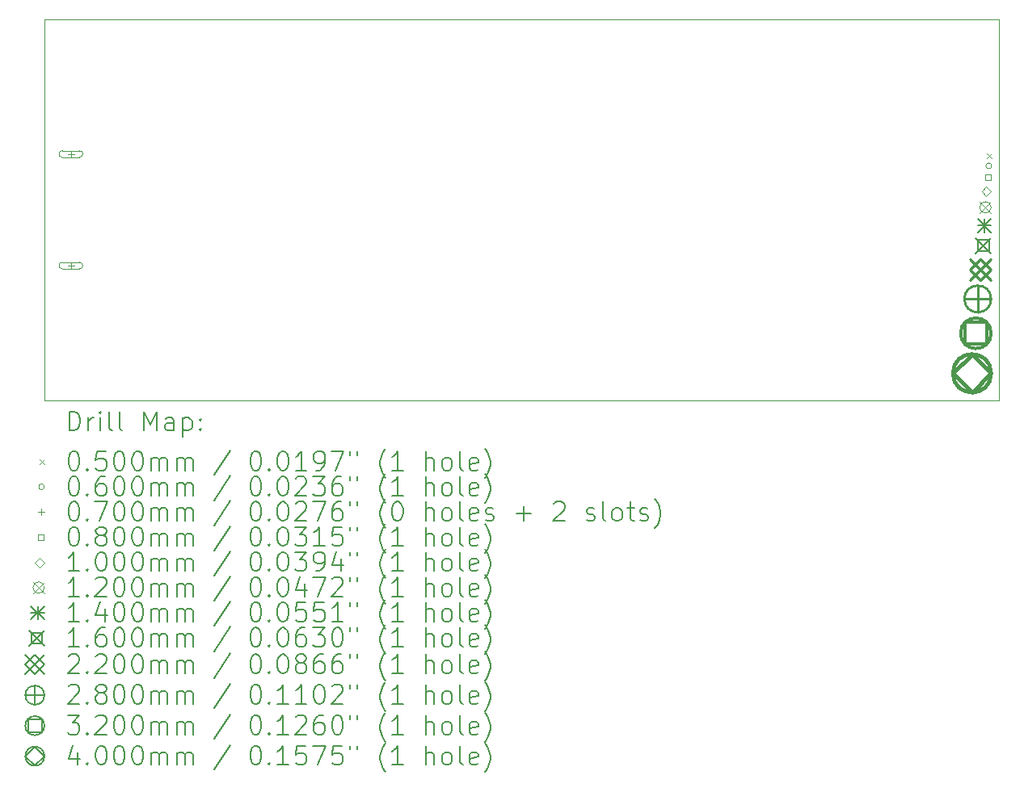
<source format=gbr>
%TF.GenerationSoftware,KiCad,Pcbnew,9.0.3*%
%TF.CreationDate,2025-10-17T11:28:34-04:00*%
%TF.ProjectId,smt_training,736d745f-7472-4616-996e-696e672e6b69,1*%
%TF.SameCoordinates,Original*%
%TF.FileFunction,Drillmap*%
%TF.FilePolarity,Positive*%
%FSLAX45Y45*%
G04 Gerber Fmt 4.5, Leading zero omitted, Abs format (unit mm)*
G04 Created by KiCad (PCBNEW 9.0.3) date 2025-10-17 11:28:34*
%MOMM*%
%LPD*%
G01*
G04 APERTURE LIST*
%ADD10C,0.050000*%
%ADD11C,0.200000*%
%ADD12C,0.100000*%
%ADD13C,0.120000*%
%ADD14C,0.140000*%
%ADD15C,0.160000*%
%ADD16C,0.220000*%
%ADD17C,0.280000*%
%ADD18C,0.320000*%
%ADD19C,0.400000*%
G04 APERTURE END LIST*
D10*
X1939000Y-3769250D02*
X11939000Y-3769250D01*
X1939000Y-7769250D02*
X1939000Y-3769250D01*
X11939000Y-3769250D02*
X11939000Y-7769250D01*
X11939000Y-7769250D02*
X1939000Y-7769250D01*
D11*
D12*
X11809000Y-5179300D02*
X11859000Y-5229300D01*
X11859000Y-5179300D02*
X11809000Y-5229300D01*
X11859000Y-5309300D02*
G75*
G02*
X11799000Y-5309300I-30000J0D01*
G01*
X11799000Y-5309300D02*
G75*
G02*
X11859000Y-5309300I30000J0D01*
G01*
X2214000Y-5149250D02*
X2214000Y-5219250D01*
X2179000Y-5184250D02*
X2249000Y-5184250D01*
X2304000Y-5149250D02*
X2124000Y-5149250D01*
X2124000Y-5219250D02*
G75*
G02*
X2124000Y-5149250I0J35000D01*
G01*
X2124000Y-5219250D02*
X2304000Y-5219250D01*
X2304000Y-5219250D02*
G75*
G03*
X2304000Y-5149250I0J35000D01*
G01*
X2214000Y-6319250D02*
X2214000Y-6389250D01*
X2179000Y-6354250D02*
X2249000Y-6354250D01*
X2304000Y-6319250D02*
X2124000Y-6319250D01*
X2124000Y-6389250D02*
G75*
G02*
X2124000Y-6319250I0J35000D01*
G01*
X2124000Y-6389250D02*
X2304000Y-6389250D01*
X2304000Y-6389250D02*
G75*
G03*
X2304000Y-6319250I0J35000D01*
G01*
X11847284Y-5457585D02*
X11847284Y-5401016D01*
X11790715Y-5401016D01*
X11790715Y-5457585D01*
X11847284Y-5457585D01*
X11804000Y-5624300D02*
X11854000Y-5574300D01*
X11804000Y-5524300D01*
X11754000Y-5574300D01*
X11804000Y-5624300D01*
D13*
X11734000Y-5684300D02*
X11854000Y-5804300D01*
X11854000Y-5684300D02*
X11734000Y-5804300D01*
X11854000Y-5744300D02*
G75*
G02*
X11734000Y-5744300I-60000J0D01*
G01*
X11734000Y-5744300D02*
G75*
G02*
X11854000Y-5744300I60000J0D01*
G01*
D14*
X11714000Y-5864300D02*
X11854000Y-6004300D01*
X11854000Y-5864300D02*
X11714000Y-6004300D01*
X11784000Y-5864300D02*
X11784000Y-6004300D01*
X11714000Y-5934300D02*
X11854000Y-5934300D01*
D15*
X11694000Y-6064300D02*
X11854000Y-6224300D01*
X11854000Y-6064300D02*
X11694000Y-6224300D01*
X11830569Y-6200869D02*
X11830569Y-6087731D01*
X11717431Y-6087731D01*
X11717431Y-6200869D01*
X11830569Y-6200869D01*
D16*
X11634000Y-6284300D02*
X11854000Y-6504300D01*
X11854000Y-6284300D02*
X11634000Y-6504300D01*
X11744000Y-6504300D02*
X11854000Y-6394300D01*
X11744000Y-6284300D01*
X11634000Y-6394300D01*
X11744000Y-6504300D01*
D17*
X11714000Y-6564300D02*
X11714000Y-6844300D01*
X11574000Y-6704300D02*
X11854000Y-6704300D01*
X11854000Y-6704300D02*
G75*
G02*
X11574000Y-6704300I-140000J0D01*
G01*
X11574000Y-6704300D02*
G75*
G02*
X11854000Y-6704300I140000J0D01*
G01*
D18*
X11807138Y-7177438D02*
X11807138Y-6951162D01*
X11580862Y-6951162D01*
X11580862Y-7177438D01*
X11807138Y-7177438D01*
X11854000Y-7064300D02*
G75*
G02*
X11534000Y-7064300I-160000J0D01*
G01*
X11534000Y-7064300D02*
G75*
G02*
X11854000Y-7064300I160000J0D01*
G01*
D19*
X11654000Y-7684300D02*
X11854000Y-7484300D01*
X11654000Y-7284300D01*
X11454000Y-7484300D01*
X11654000Y-7684300D01*
X11854000Y-7484300D02*
G75*
G02*
X11454000Y-7484300I-200000J0D01*
G01*
X11454000Y-7484300D02*
G75*
G02*
X11854000Y-7484300I200000J0D01*
G01*
D11*
X2197277Y-8083234D02*
X2197277Y-7883234D01*
X2197277Y-7883234D02*
X2244896Y-7883234D01*
X2244896Y-7883234D02*
X2273467Y-7892758D01*
X2273467Y-7892758D02*
X2292515Y-7911805D01*
X2292515Y-7911805D02*
X2302039Y-7930853D01*
X2302039Y-7930853D02*
X2311563Y-7968948D01*
X2311563Y-7968948D02*
X2311563Y-7997519D01*
X2311563Y-7997519D02*
X2302039Y-8035615D01*
X2302039Y-8035615D02*
X2292515Y-8054662D01*
X2292515Y-8054662D02*
X2273467Y-8073710D01*
X2273467Y-8073710D02*
X2244896Y-8083234D01*
X2244896Y-8083234D02*
X2197277Y-8083234D01*
X2397277Y-8083234D02*
X2397277Y-7949900D01*
X2397277Y-7987996D02*
X2406801Y-7968948D01*
X2406801Y-7968948D02*
X2416324Y-7959424D01*
X2416324Y-7959424D02*
X2435372Y-7949900D01*
X2435372Y-7949900D02*
X2454420Y-7949900D01*
X2521086Y-8083234D02*
X2521086Y-7949900D01*
X2521086Y-7883234D02*
X2511563Y-7892758D01*
X2511563Y-7892758D02*
X2521086Y-7902281D01*
X2521086Y-7902281D02*
X2530610Y-7892758D01*
X2530610Y-7892758D02*
X2521086Y-7883234D01*
X2521086Y-7883234D02*
X2521086Y-7902281D01*
X2644896Y-8083234D02*
X2625848Y-8073710D01*
X2625848Y-8073710D02*
X2616324Y-8054662D01*
X2616324Y-8054662D02*
X2616324Y-7883234D01*
X2749658Y-8083234D02*
X2730610Y-8073710D01*
X2730610Y-8073710D02*
X2721086Y-8054662D01*
X2721086Y-8054662D02*
X2721086Y-7883234D01*
X2978229Y-8083234D02*
X2978229Y-7883234D01*
X2978229Y-7883234D02*
X3044896Y-8026091D01*
X3044896Y-8026091D02*
X3111562Y-7883234D01*
X3111562Y-7883234D02*
X3111562Y-8083234D01*
X3292515Y-8083234D02*
X3292515Y-7978472D01*
X3292515Y-7978472D02*
X3282991Y-7959424D01*
X3282991Y-7959424D02*
X3263943Y-7949900D01*
X3263943Y-7949900D02*
X3225848Y-7949900D01*
X3225848Y-7949900D02*
X3206801Y-7959424D01*
X3292515Y-8073710D02*
X3273467Y-8083234D01*
X3273467Y-8083234D02*
X3225848Y-8083234D01*
X3225848Y-8083234D02*
X3206801Y-8073710D01*
X3206801Y-8073710D02*
X3197277Y-8054662D01*
X3197277Y-8054662D02*
X3197277Y-8035615D01*
X3197277Y-8035615D02*
X3206801Y-8016567D01*
X3206801Y-8016567D02*
X3225848Y-8007043D01*
X3225848Y-8007043D02*
X3273467Y-8007043D01*
X3273467Y-8007043D02*
X3292515Y-7997519D01*
X3387753Y-7949900D02*
X3387753Y-8149900D01*
X3387753Y-7959424D02*
X3406801Y-7949900D01*
X3406801Y-7949900D02*
X3444896Y-7949900D01*
X3444896Y-7949900D02*
X3463943Y-7959424D01*
X3463943Y-7959424D02*
X3473467Y-7968948D01*
X3473467Y-7968948D02*
X3482991Y-7987996D01*
X3482991Y-7987996D02*
X3482991Y-8045138D01*
X3482991Y-8045138D02*
X3473467Y-8064186D01*
X3473467Y-8064186D02*
X3463943Y-8073710D01*
X3463943Y-8073710D02*
X3444896Y-8083234D01*
X3444896Y-8083234D02*
X3406801Y-8083234D01*
X3406801Y-8083234D02*
X3387753Y-8073710D01*
X3568705Y-8064186D02*
X3578229Y-8073710D01*
X3578229Y-8073710D02*
X3568705Y-8083234D01*
X3568705Y-8083234D02*
X3559182Y-8073710D01*
X3559182Y-8073710D02*
X3568705Y-8064186D01*
X3568705Y-8064186D02*
X3568705Y-8083234D01*
X3568705Y-7959424D02*
X3578229Y-7968948D01*
X3578229Y-7968948D02*
X3568705Y-7978472D01*
X3568705Y-7978472D02*
X3559182Y-7968948D01*
X3559182Y-7968948D02*
X3568705Y-7959424D01*
X3568705Y-7959424D02*
X3568705Y-7978472D01*
D12*
X1886500Y-8386750D02*
X1936500Y-8436750D01*
X1936500Y-8386750D02*
X1886500Y-8436750D01*
D11*
X2235372Y-8303234D02*
X2254420Y-8303234D01*
X2254420Y-8303234D02*
X2273467Y-8312758D01*
X2273467Y-8312758D02*
X2282991Y-8322281D01*
X2282991Y-8322281D02*
X2292515Y-8341329D01*
X2292515Y-8341329D02*
X2302039Y-8379424D01*
X2302039Y-8379424D02*
X2302039Y-8427043D01*
X2302039Y-8427043D02*
X2292515Y-8465139D01*
X2292515Y-8465139D02*
X2282991Y-8484186D01*
X2282991Y-8484186D02*
X2273467Y-8493710D01*
X2273467Y-8493710D02*
X2254420Y-8503234D01*
X2254420Y-8503234D02*
X2235372Y-8503234D01*
X2235372Y-8503234D02*
X2216324Y-8493710D01*
X2216324Y-8493710D02*
X2206801Y-8484186D01*
X2206801Y-8484186D02*
X2197277Y-8465139D01*
X2197277Y-8465139D02*
X2187753Y-8427043D01*
X2187753Y-8427043D02*
X2187753Y-8379424D01*
X2187753Y-8379424D02*
X2197277Y-8341329D01*
X2197277Y-8341329D02*
X2206801Y-8322281D01*
X2206801Y-8322281D02*
X2216324Y-8312758D01*
X2216324Y-8312758D02*
X2235372Y-8303234D01*
X2387753Y-8484186D02*
X2397277Y-8493710D01*
X2397277Y-8493710D02*
X2387753Y-8503234D01*
X2387753Y-8503234D02*
X2378229Y-8493710D01*
X2378229Y-8493710D02*
X2387753Y-8484186D01*
X2387753Y-8484186D02*
X2387753Y-8503234D01*
X2578229Y-8303234D02*
X2482991Y-8303234D01*
X2482991Y-8303234D02*
X2473467Y-8398472D01*
X2473467Y-8398472D02*
X2482991Y-8388948D01*
X2482991Y-8388948D02*
X2502039Y-8379424D01*
X2502039Y-8379424D02*
X2549658Y-8379424D01*
X2549658Y-8379424D02*
X2568705Y-8388948D01*
X2568705Y-8388948D02*
X2578229Y-8398472D01*
X2578229Y-8398472D02*
X2587753Y-8417520D01*
X2587753Y-8417520D02*
X2587753Y-8465139D01*
X2587753Y-8465139D02*
X2578229Y-8484186D01*
X2578229Y-8484186D02*
X2568705Y-8493710D01*
X2568705Y-8493710D02*
X2549658Y-8503234D01*
X2549658Y-8503234D02*
X2502039Y-8503234D01*
X2502039Y-8503234D02*
X2482991Y-8493710D01*
X2482991Y-8493710D02*
X2473467Y-8484186D01*
X2711563Y-8303234D02*
X2730610Y-8303234D01*
X2730610Y-8303234D02*
X2749658Y-8312758D01*
X2749658Y-8312758D02*
X2759182Y-8322281D01*
X2759182Y-8322281D02*
X2768705Y-8341329D01*
X2768705Y-8341329D02*
X2778229Y-8379424D01*
X2778229Y-8379424D02*
X2778229Y-8427043D01*
X2778229Y-8427043D02*
X2768705Y-8465139D01*
X2768705Y-8465139D02*
X2759182Y-8484186D01*
X2759182Y-8484186D02*
X2749658Y-8493710D01*
X2749658Y-8493710D02*
X2730610Y-8503234D01*
X2730610Y-8503234D02*
X2711563Y-8503234D01*
X2711563Y-8503234D02*
X2692515Y-8493710D01*
X2692515Y-8493710D02*
X2682991Y-8484186D01*
X2682991Y-8484186D02*
X2673467Y-8465139D01*
X2673467Y-8465139D02*
X2663944Y-8427043D01*
X2663944Y-8427043D02*
X2663944Y-8379424D01*
X2663944Y-8379424D02*
X2673467Y-8341329D01*
X2673467Y-8341329D02*
X2682991Y-8322281D01*
X2682991Y-8322281D02*
X2692515Y-8312758D01*
X2692515Y-8312758D02*
X2711563Y-8303234D01*
X2902039Y-8303234D02*
X2921086Y-8303234D01*
X2921086Y-8303234D02*
X2940134Y-8312758D01*
X2940134Y-8312758D02*
X2949658Y-8322281D01*
X2949658Y-8322281D02*
X2959182Y-8341329D01*
X2959182Y-8341329D02*
X2968705Y-8379424D01*
X2968705Y-8379424D02*
X2968705Y-8427043D01*
X2968705Y-8427043D02*
X2959182Y-8465139D01*
X2959182Y-8465139D02*
X2949658Y-8484186D01*
X2949658Y-8484186D02*
X2940134Y-8493710D01*
X2940134Y-8493710D02*
X2921086Y-8503234D01*
X2921086Y-8503234D02*
X2902039Y-8503234D01*
X2902039Y-8503234D02*
X2882991Y-8493710D01*
X2882991Y-8493710D02*
X2873467Y-8484186D01*
X2873467Y-8484186D02*
X2863943Y-8465139D01*
X2863943Y-8465139D02*
X2854420Y-8427043D01*
X2854420Y-8427043D02*
X2854420Y-8379424D01*
X2854420Y-8379424D02*
X2863943Y-8341329D01*
X2863943Y-8341329D02*
X2873467Y-8322281D01*
X2873467Y-8322281D02*
X2882991Y-8312758D01*
X2882991Y-8312758D02*
X2902039Y-8303234D01*
X3054420Y-8503234D02*
X3054420Y-8369900D01*
X3054420Y-8388948D02*
X3063943Y-8379424D01*
X3063943Y-8379424D02*
X3082991Y-8369900D01*
X3082991Y-8369900D02*
X3111563Y-8369900D01*
X3111563Y-8369900D02*
X3130610Y-8379424D01*
X3130610Y-8379424D02*
X3140134Y-8398472D01*
X3140134Y-8398472D02*
X3140134Y-8503234D01*
X3140134Y-8398472D02*
X3149658Y-8379424D01*
X3149658Y-8379424D02*
X3168705Y-8369900D01*
X3168705Y-8369900D02*
X3197277Y-8369900D01*
X3197277Y-8369900D02*
X3216324Y-8379424D01*
X3216324Y-8379424D02*
X3225848Y-8398472D01*
X3225848Y-8398472D02*
X3225848Y-8503234D01*
X3321086Y-8503234D02*
X3321086Y-8369900D01*
X3321086Y-8388948D02*
X3330610Y-8379424D01*
X3330610Y-8379424D02*
X3349658Y-8369900D01*
X3349658Y-8369900D02*
X3378229Y-8369900D01*
X3378229Y-8369900D02*
X3397277Y-8379424D01*
X3397277Y-8379424D02*
X3406801Y-8398472D01*
X3406801Y-8398472D02*
X3406801Y-8503234D01*
X3406801Y-8398472D02*
X3416324Y-8379424D01*
X3416324Y-8379424D02*
X3435372Y-8369900D01*
X3435372Y-8369900D02*
X3463943Y-8369900D01*
X3463943Y-8369900D02*
X3482991Y-8379424D01*
X3482991Y-8379424D02*
X3492515Y-8398472D01*
X3492515Y-8398472D02*
X3492515Y-8503234D01*
X3882991Y-8293710D02*
X3711563Y-8550853D01*
X4140134Y-8303234D02*
X4159182Y-8303234D01*
X4159182Y-8303234D02*
X4178229Y-8312758D01*
X4178229Y-8312758D02*
X4187753Y-8322281D01*
X4187753Y-8322281D02*
X4197277Y-8341329D01*
X4197277Y-8341329D02*
X4206801Y-8379424D01*
X4206801Y-8379424D02*
X4206801Y-8427043D01*
X4206801Y-8427043D02*
X4197277Y-8465139D01*
X4197277Y-8465139D02*
X4187753Y-8484186D01*
X4187753Y-8484186D02*
X4178229Y-8493710D01*
X4178229Y-8493710D02*
X4159182Y-8503234D01*
X4159182Y-8503234D02*
X4140134Y-8503234D01*
X4140134Y-8503234D02*
X4121086Y-8493710D01*
X4121086Y-8493710D02*
X4111563Y-8484186D01*
X4111563Y-8484186D02*
X4102039Y-8465139D01*
X4102039Y-8465139D02*
X4092515Y-8427043D01*
X4092515Y-8427043D02*
X4092515Y-8379424D01*
X4092515Y-8379424D02*
X4102039Y-8341329D01*
X4102039Y-8341329D02*
X4111563Y-8322281D01*
X4111563Y-8322281D02*
X4121086Y-8312758D01*
X4121086Y-8312758D02*
X4140134Y-8303234D01*
X4292515Y-8484186D02*
X4302039Y-8493710D01*
X4302039Y-8493710D02*
X4292515Y-8503234D01*
X4292515Y-8503234D02*
X4282991Y-8493710D01*
X4282991Y-8493710D02*
X4292515Y-8484186D01*
X4292515Y-8484186D02*
X4292515Y-8503234D01*
X4425848Y-8303234D02*
X4444896Y-8303234D01*
X4444896Y-8303234D02*
X4463944Y-8312758D01*
X4463944Y-8312758D02*
X4473468Y-8322281D01*
X4473468Y-8322281D02*
X4482991Y-8341329D01*
X4482991Y-8341329D02*
X4492515Y-8379424D01*
X4492515Y-8379424D02*
X4492515Y-8427043D01*
X4492515Y-8427043D02*
X4482991Y-8465139D01*
X4482991Y-8465139D02*
X4473468Y-8484186D01*
X4473468Y-8484186D02*
X4463944Y-8493710D01*
X4463944Y-8493710D02*
X4444896Y-8503234D01*
X4444896Y-8503234D02*
X4425848Y-8503234D01*
X4425848Y-8503234D02*
X4406801Y-8493710D01*
X4406801Y-8493710D02*
X4397277Y-8484186D01*
X4397277Y-8484186D02*
X4387753Y-8465139D01*
X4387753Y-8465139D02*
X4378229Y-8427043D01*
X4378229Y-8427043D02*
X4378229Y-8379424D01*
X4378229Y-8379424D02*
X4387753Y-8341329D01*
X4387753Y-8341329D02*
X4397277Y-8322281D01*
X4397277Y-8322281D02*
X4406801Y-8312758D01*
X4406801Y-8312758D02*
X4425848Y-8303234D01*
X4682991Y-8503234D02*
X4568706Y-8503234D01*
X4625848Y-8503234D02*
X4625848Y-8303234D01*
X4625848Y-8303234D02*
X4606801Y-8331805D01*
X4606801Y-8331805D02*
X4587753Y-8350853D01*
X4587753Y-8350853D02*
X4568706Y-8360377D01*
X4778229Y-8503234D02*
X4816325Y-8503234D01*
X4816325Y-8503234D02*
X4835372Y-8493710D01*
X4835372Y-8493710D02*
X4844896Y-8484186D01*
X4844896Y-8484186D02*
X4863944Y-8455615D01*
X4863944Y-8455615D02*
X4873468Y-8417520D01*
X4873468Y-8417520D02*
X4873468Y-8341329D01*
X4873468Y-8341329D02*
X4863944Y-8322281D01*
X4863944Y-8322281D02*
X4854420Y-8312758D01*
X4854420Y-8312758D02*
X4835372Y-8303234D01*
X4835372Y-8303234D02*
X4797277Y-8303234D01*
X4797277Y-8303234D02*
X4778229Y-8312758D01*
X4778229Y-8312758D02*
X4768706Y-8322281D01*
X4768706Y-8322281D02*
X4759182Y-8341329D01*
X4759182Y-8341329D02*
X4759182Y-8388948D01*
X4759182Y-8388948D02*
X4768706Y-8407996D01*
X4768706Y-8407996D02*
X4778229Y-8417520D01*
X4778229Y-8417520D02*
X4797277Y-8427043D01*
X4797277Y-8427043D02*
X4835372Y-8427043D01*
X4835372Y-8427043D02*
X4854420Y-8417520D01*
X4854420Y-8417520D02*
X4863944Y-8407996D01*
X4863944Y-8407996D02*
X4873468Y-8388948D01*
X4940134Y-8303234D02*
X5073468Y-8303234D01*
X5073468Y-8303234D02*
X4987753Y-8503234D01*
X5140134Y-8303234D02*
X5140134Y-8341329D01*
X5216325Y-8303234D02*
X5216325Y-8341329D01*
X5511563Y-8579424D02*
X5502039Y-8569900D01*
X5502039Y-8569900D02*
X5482991Y-8541329D01*
X5482991Y-8541329D02*
X5473468Y-8522281D01*
X5473468Y-8522281D02*
X5463944Y-8493710D01*
X5463944Y-8493710D02*
X5454420Y-8446091D01*
X5454420Y-8446091D02*
X5454420Y-8407996D01*
X5454420Y-8407996D02*
X5463944Y-8360377D01*
X5463944Y-8360377D02*
X5473468Y-8331805D01*
X5473468Y-8331805D02*
X5482991Y-8312758D01*
X5482991Y-8312758D02*
X5502039Y-8284186D01*
X5502039Y-8284186D02*
X5511563Y-8274662D01*
X5692515Y-8503234D02*
X5578230Y-8503234D01*
X5635372Y-8503234D02*
X5635372Y-8303234D01*
X5635372Y-8303234D02*
X5616325Y-8331805D01*
X5616325Y-8331805D02*
X5597277Y-8350853D01*
X5597277Y-8350853D02*
X5578230Y-8360377D01*
X5930610Y-8503234D02*
X5930610Y-8303234D01*
X6016325Y-8503234D02*
X6016325Y-8398472D01*
X6016325Y-8398472D02*
X6006801Y-8379424D01*
X6006801Y-8379424D02*
X5987753Y-8369900D01*
X5987753Y-8369900D02*
X5959182Y-8369900D01*
X5959182Y-8369900D02*
X5940134Y-8379424D01*
X5940134Y-8379424D02*
X5930610Y-8388948D01*
X6140134Y-8503234D02*
X6121087Y-8493710D01*
X6121087Y-8493710D02*
X6111563Y-8484186D01*
X6111563Y-8484186D02*
X6102039Y-8465139D01*
X6102039Y-8465139D02*
X6102039Y-8407996D01*
X6102039Y-8407996D02*
X6111563Y-8388948D01*
X6111563Y-8388948D02*
X6121087Y-8379424D01*
X6121087Y-8379424D02*
X6140134Y-8369900D01*
X6140134Y-8369900D02*
X6168706Y-8369900D01*
X6168706Y-8369900D02*
X6187753Y-8379424D01*
X6187753Y-8379424D02*
X6197277Y-8388948D01*
X6197277Y-8388948D02*
X6206801Y-8407996D01*
X6206801Y-8407996D02*
X6206801Y-8465139D01*
X6206801Y-8465139D02*
X6197277Y-8484186D01*
X6197277Y-8484186D02*
X6187753Y-8493710D01*
X6187753Y-8493710D02*
X6168706Y-8503234D01*
X6168706Y-8503234D02*
X6140134Y-8503234D01*
X6321087Y-8503234D02*
X6302039Y-8493710D01*
X6302039Y-8493710D02*
X6292515Y-8474662D01*
X6292515Y-8474662D02*
X6292515Y-8303234D01*
X6473468Y-8493710D02*
X6454420Y-8503234D01*
X6454420Y-8503234D02*
X6416325Y-8503234D01*
X6416325Y-8503234D02*
X6397277Y-8493710D01*
X6397277Y-8493710D02*
X6387753Y-8474662D01*
X6387753Y-8474662D02*
X6387753Y-8398472D01*
X6387753Y-8398472D02*
X6397277Y-8379424D01*
X6397277Y-8379424D02*
X6416325Y-8369900D01*
X6416325Y-8369900D02*
X6454420Y-8369900D01*
X6454420Y-8369900D02*
X6473468Y-8379424D01*
X6473468Y-8379424D02*
X6482991Y-8398472D01*
X6482991Y-8398472D02*
X6482991Y-8417520D01*
X6482991Y-8417520D02*
X6387753Y-8436567D01*
X6549658Y-8579424D02*
X6559182Y-8569900D01*
X6559182Y-8569900D02*
X6578230Y-8541329D01*
X6578230Y-8541329D02*
X6587753Y-8522281D01*
X6587753Y-8522281D02*
X6597277Y-8493710D01*
X6597277Y-8493710D02*
X6606801Y-8446091D01*
X6606801Y-8446091D02*
X6606801Y-8407996D01*
X6606801Y-8407996D02*
X6597277Y-8360377D01*
X6597277Y-8360377D02*
X6587753Y-8331805D01*
X6587753Y-8331805D02*
X6578230Y-8312758D01*
X6578230Y-8312758D02*
X6559182Y-8284186D01*
X6559182Y-8284186D02*
X6549658Y-8274662D01*
D12*
X1936500Y-8675750D02*
G75*
G02*
X1876500Y-8675750I-30000J0D01*
G01*
X1876500Y-8675750D02*
G75*
G02*
X1936500Y-8675750I30000J0D01*
G01*
D11*
X2235372Y-8567234D02*
X2254420Y-8567234D01*
X2254420Y-8567234D02*
X2273467Y-8576758D01*
X2273467Y-8576758D02*
X2282991Y-8586281D01*
X2282991Y-8586281D02*
X2292515Y-8605329D01*
X2292515Y-8605329D02*
X2302039Y-8643424D01*
X2302039Y-8643424D02*
X2302039Y-8691043D01*
X2302039Y-8691043D02*
X2292515Y-8729139D01*
X2292515Y-8729139D02*
X2282991Y-8748186D01*
X2282991Y-8748186D02*
X2273467Y-8757710D01*
X2273467Y-8757710D02*
X2254420Y-8767234D01*
X2254420Y-8767234D02*
X2235372Y-8767234D01*
X2235372Y-8767234D02*
X2216324Y-8757710D01*
X2216324Y-8757710D02*
X2206801Y-8748186D01*
X2206801Y-8748186D02*
X2197277Y-8729139D01*
X2197277Y-8729139D02*
X2187753Y-8691043D01*
X2187753Y-8691043D02*
X2187753Y-8643424D01*
X2187753Y-8643424D02*
X2197277Y-8605329D01*
X2197277Y-8605329D02*
X2206801Y-8586281D01*
X2206801Y-8586281D02*
X2216324Y-8576758D01*
X2216324Y-8576758D02*
X2235372Y-8567234D01*
X2387753Y-8748186D02*
X2397277Y-8757710D01*
X2397277Y-8757710D02*
X2387753Y-8767234D01*
X2387753Y-8767234D02*
X2378229Y-8757710D01*
X2378229Y-8757710D02*
X2387753Y-8748186D01*
X2387753Y-8748186D02*
X2387753Y-8767234D01*
X2568705Y-8567234D02*
X2530610Y-8567234D01*
X2530610Y-8567234D02*
X2511563Y-8576758D01*
X2511563Y-8576758D02*
X2502039Y-8586281D01*
X2502039Y-8586281D02*
X2482991Y-8614853D01*
X2482991Y-8614853D02*
X2473467Y-8652948D01*
X2473467Y-8652948D02*
X2473467Y-8729139D01*
X2473467Y-8729139D02*
X2482991Y-8748186D01*
X2482991Y-8748186D02*
X2492515Y-8757710D01*
X2492515Y-8757710D02*
X2511563Y-8767234D01*
X2511563Y-8767234D02*
X2549658Y-8767234D01*
X2549658Y-8767234D02*
X2568705Y-8757710D01*
X2568705Y-8757710D02*
X2578229Y-8748186D01*
X2578229Y-8748186D02*
X2587753Y-8729139D01*
X2587753Y-8729139D02*
X2587753Y-8681520D01*
X2587753Y-8681520D02*
X2578229Y-8662472D01*
X2578229Y-8662472D02*
X2568705Y-8652948D01*
X2568705Y-8652948D02*
X2549658Y-8643424D01*
X2549658Y-8643424D02*
X2511563Y-8643424D01*
X2511563Y-8643424D02*
X2492515Y-8652948D01*
X2492515Y-8652948D02*
X2482991Y-8662472D01*
X2482991Y-8662472D02*
X2473467Y-8681520D01*
X2711563Y-8567234D02*
X2730610Y-8567234D01*
X2730610Y-8567234D02*
X2749658Y-8576758D01*
X2749658Y-8576758D02*
X2759182Y-8586281D01*
X2759182Y-8586281D02*
X2768705Y-8605329D01*
X2768705Y-8605329D02*
X2778229Y-8643424D01*
X2778229Y-8643424D02*
X2778229Y-8691043D01*
X2778229Y-8691043D02*
X2768705Y-8729139D01*
X2768705Y-8729139D02*
X2759182Y-8748186D01*
X2759182Y-8748186D02*
X2749658Y-8757710D01*
X2749658Y-8757710D02*
X2730610Y-8767234D01*
X2730610Y-8767234D02*
X2711563Y-8767234D01*
X2711563Y-8767234D02*
X2692515Y-8757710D01*
X2692515Y-8757710D02*
X2682991Y-8748186D01*
X2682991Y-8748186D02*
X2673467Y-8729139D01*
X2673467Y-8729139D02*
X2663944Y-8691043D01*
X2663944Y-8691043D02*
X2663944Y-8643424D01*
X2663944Y-8643424D02*
X2673467Y-8605329D01*
X2673467Y-8605329D02*
X2682991Y-8586281D01*
X2682991Y-8586281D02*
X2692515Y-8576758D01*
X2692515Y-8576758D02*
X2711563Y-8567234D01*
X2902039Y-8567234D02*
X2921086Y-8567234D01*
X2921086Y-8567234D02*
X2940134Y-8576758D01*
X2940134Y-8576758D02*
X2949658Y-8586281D01*
X2949658Y-8586281D02*
X2959182Y-8605329D01*
X2959182Y-8605329D02*
X2968705Y-8643424D01*
X2968705Y-8643424D02*
X2968705Y-8691043D01*
X2968705Y-8691043D02*
X2959182Y-8729139D01*
X2959182Y-8729139D02*
X2949658Y-8748186D01*
X2949658Y-8748186D02*
X2940134Y-8757710D01*
X2940134Y-8757710D02*
X2921086Y-8767234D01*
X2921086Y-8767234D02*
X2902039Y-8767234D01*
X2902039Y-8767234D02*
X2882991Y-8757710D01*
X2882991Y-8757710D02*
X2873467Y-8748186D01*
X2873467Y-8748186D02*
X2863943Y-8729139D01*
X2863943Y-8729139D02*
X2854420Y-8691043D01*
X2854420Y-8691043D02*
X2854420Y-8643424D01*
X2854420Y-8643424D02*
X2863943Y-8605329D01*
X2863943Y-8605329D02*
X2873467Y-8586281D01*
X2873467Y-8586281D02*
X2882991Y-8576758D01*
X2882991Y-8576758D02*
X2902039Y-8567234D01*
X3054420Y-8767234D02*
X3054420Y-8633900D01*
X3054420Y-8652948D02*
X3063943Y-8643424D01*
X3063943Y-8643424D02*
X3082991Y-8633900D01*
X3082991Y-8633900D02*
X3111563Y-8633900D01*
X3111563Y-8633900D02*
X3130610Y-8643424D01*
X3130610Y-8643424D02*
X3140134Y-8662472D01*
X3140134Y-8662472D02*
X3140134Y-8767234D01*
X3140134Y-8662472D02*
X3149658Y-8643424D01*
X3149658Y-8643424D02*
X3168705Y-8633900D01*
X3168705Y-8633900D02*
X3197277Y-8633900D01*
X3197277Y-8633900D02*
X3216324Y-8643424D01*
X3216324Y-8643424D02*
X3225848Y-8662472D01*
X3225848Y-8662472D02*
X3225848Y-8767234D01*
X3321086Y-8767234D02*
X3321086Y-8633900D01*
X3321086Y-8652948D02*
X3330610Y-8643424D01*
X3330610Y-8643424D02*
X3349658Y-8633900D01*
X3349658Y-8633900D02*
X3378229Y-8633900D01*
X3378229Y-8633900D02*
X3397277Y-8643424D01*
X3397277Y-8643424D02*
X3406801Y-8662472D01*
X3406801Y-8662472D02*
X3406801Y-8767234D01*
X3406801Y-8662472D02*
X3416324Y-8643424D01*
X3416324Y-8643424D02*
X3435372Y-8633900D01*
X3435372Y-8633900D02*
X3463943Y-8633900D01*
X3463943Y-8633900D02*
X3482991Y-8643424D01*
X3482991Y-8643424D02*
X3492515Y-8662472D01*
X3492515Y-8662472D02*
X3492515Y-8767234D01*
X3882991Y-8557710D02*
X3711563Y-8814853D01*
X4140134Y-8567234D02*
X4159182Y-8567234D01*
X4159182Y-8567234D02*
X4178229Y-8576758D01*
X4178229Y-8576758D02*
X4187753Y-8586281D01*
X4187753Y-8586281D02*
X4197277Y-8605329D01*
X4197277Y-8605329D02*
X4206801Y-8643424D01*
X4206801Y-8643424D02*
X4206801Y-8691043D01*
X4206801Y-8691043D02*
X4197277Y-8729139D01*
X4197277Y-8729139D02*
X4187753Y-8748186D01*
X4187753Y-8748186D02*
X4178229Y-8757710D01*
X4178229Y-8757710D02*
X4159182Y-8767234D01*
X4159182Y-8767234D02*
X4140134Y-8767234D01*
X4140134Y-8767234D02*
X4121086Y-8757710D01*
X4121086Y-8757710D02*
X4111563Y-8748186D01*
X4111563Y-8748186D02*
X4102039Y-8729139D01*
X4102039Y-8729139D02*
X4092515Y-8691043D01*
X4092515Y-8691043D02*
X4092515Y-8643424D01*
X4092515Y-8643424D02*
X4102039Y-8605329D01*
X4102039Y-8605329D02*
X4111563Y-8586281D01*
X4111563Y-8586281D02*
X4121086Y-8576758D01*
X4121086Y-8576758D02*
X4140134Y-8567234D01*
X4292515Y-8748186D02*
X4302039Y-8757710D01*
X4302039Y-8757710D02*
X4292515Y-8767234D01*
X4292515Y-8767234D02*
X4282991Y-8757710D01*
X4282991Y-8757710D02*
X4292515Y-8748186D01*
X4292515Y-8748186D02*
X4292515Y-8767234D01*
X4425848Y-8567234D02*
X4444896Y-8567234D01*
X4444896Y-8567234D02*
X4463944Y-8576758D01*
X4463944Y-8576758D02*
X4473468Y-8586281D01*
X4473468Y-8586281D02*
X4482991Y-8605329D01*
X4482991Y-8605329D02*
X4492515Y-8643424D01*
X4492515Y-8643424D02*
X4492515Y-8691043D01*
X4492515Y-8691043D02*
X4482991Y-8729139D01*
X4482991Y-8729139D02*
X4473468Y-8748186D01*
X4473468Y-8748186D02*
X4463944Y-8757710D01*
X4463944Y-8757710D02*
X4444896Y-8767234D01*
X4444896Y-8767234D02*
X4425848Y-8767234D01*
X4425848Y-8767234D02*
X4406801Y-8757710D01*
X4406801Y-8757710D02*
X4397277Y-8748186D01*
X4397277Y-8748186D02*
X4387753Y-8729139D01*
X4387753Y-8729139D02*
X4378229Y-8691043D01*
X4378229Y-8691043D02*
X4378229Y-8643424D01*
X4378229Y-8643424D02*
X4387753Y-8605329D01*
X4387753Y-8605329D02*
X4397277Y-8586281D01*
X4397277Y-8586281D02*
X4406801Y-8576758D01*
X4406801Y-8576758D02*
X4425848Y-8567234D01*
X4568706Y-8586281D02*
X4578229Y-8576758D01*
X4578229Y-8576758D02*
X4597277Y-8567234D01*
X4597277Y-8567234D02*
X4644896Y-8567234D01*
X4644896Y-8567234D02*
X4663944Y-8576758D01*
X4663944Y-8576758D02*
X4673468Y-8586281D01*
X4673468Y-8586281D02*
X4682991Y-8605329D01*
X4682991Y-8605329D02*
X4682991Y-8624377D01*
X4682991Y-8624377D02*
X4673468Y-8652948D01*
X4673468Y-8652948D02*
X4559182Y-8767234D01*
X4559182Y-8767234D02*
X4682991Y-8767234D01*
X4749658Y-8567234D02*
X4873468Y-8567234D01*
X4873468Y-8567234D02*
X4806801Y-8643424D01*
X4806801Y-8643424D02*
X4835372Y-8643424D01*
X4835372Y-8643424D02*
X4854420Y-8652948D01*
X4854420Y-8652948D02*
X4863944Y-8662472D01*
X4863944Y-8662472D02*
X4873468Y-8681520D01*
X4873468Y-8681520D02*
X4873468Y-8729139D01*
X4873468Y-8729139D02*
X4863944Y-8748186D01*
X4863944Y-8748186D02*
X4854420Y-8757710D01*
X4854420Y-8757710D02*
X4835372Y-8767234D01*
X4835372Y-8767234D02*
X4778229Y-8767234D01*
X4778229Y-8767234D02*
X4759182Y-8757710D01*
X4759182Y-8757710D02*
X4749658Y-8748186D01*
X5044896Y-8567234D02*
X5006801Y-8567234D01*
X5006801Y-8567234D02*
X4987753Y-8576758D01*
X4987753Y-8576758D02*
X4978229Y-8586281D01*
X4978229Y-8586281D02*
X4959182Y-8614853D01*
X4959182Y-8614853D02*
X4949658Y-8652948D01*
X4949658Y-8652948D02*
X4949658Y-8729139D01*
X4949658Y-8729139D02*
X4959182Y-8748186D01*
X4959182Y-8748186D02*
X4968706Y-8757710D01*
X4968706Y-8757710D02*
X4987753Y-8767234D01*
X4987753Y-8767234D02*
X5025849Y-8767234D01*
X5025849Y-8767234D02*
X5044896Y-8757710D01*
X5044896Y-8757710D02*
X5054420Y-8748186D01*
X5054420Y-8748186D02*
X5063944Y-8729139D01*
X5063944Y-8729139D02*
X5063944Y-8681520D01*
X5063944Y-8681520D02*
X5054420Y-8662472D01*
X5054420Y-8662472D02*
X5044896Y-8652948D01*
X5044896Y-8652948D02*
X5025849Y-8643424D01*
X5025849Y-8643424D02*
X4987753Y-8643424D01*
X4987753Y-8643424D02*
X4968706Y-8652948D01*
X4968706Y-8652948D02*
X4959182Y-8662472D01*
X4959182Y-8662472D02*
X4949658Y-8681520D01*
X5140134Y-8567234D02*
X5140134Y-8605329D01*
X5216325Y-8567234D02*
X5216325Y-8605329D01*
X5511563Y-8843424D02*
X5502039Y-8833900D01*
X5502039Y-8833900D02*
X5482991Y-8805329D01*
X5482991Y-8805329D02*
X5473468Y-8786281D01*
X5473468Y-8786281D02*
X5463944Y-8757710D01*
X5463944Y-8757710D02*
X5454420Y-8710091D01*
X5454420Y-8710091D02*
X5454420Y-8671996D01*
X5454420Y-8671996D02*
X5463944Y-8624377D01*
X5463944Y-8624377D02*
X5473468Y-8595805D01*
X5473468Y-8595805D02*
X5482991Y-8576758D01*
X5482991Y-8576758D02*
X5502039Y-8548186D01*
X5502039Y-8548186D02*
X5511563Y-8538662D01*
X5692515Y-8767234D02*
X5578230Y-8767234D01*
X5635372Y-8767234D02*
X5635372Y-8567234D01*
X5635372Y-8567234D02*
X5616325Y-8595805D01*
X5616325Y-8595805D02*
X5597277Y-8614853D01*
X5597277Y-8614853D02*
X5578230Y-8624377D01*
X5930610Y-8767234D02*
X5930610Y-8567234D01*
X6016325Y-8767234D02*
X6016325Y-8662472D01*
X6016325Y-8662472D02*
X6006801Y-8643424D01*
X6006801Y-8643424D02*
X5987753Y-8633900D01*
X5987753Y-8633900D02*
X5959182Y-8633900D01*
X5959182Y-8633900D02*
X5940134Y-8643424D01*
X5940134Y-8643424D02*
X5930610Y-8652948D01*
X6140134Y-8767234D02*
X6121087Y-8757710D01*
X6121087Y-8757710D02*
X6111563Y-8748186D01*
X6111563Y-8748186D02*
X6102039Y-8729139D01*
X6102039Y-8729139D02*
X6102039Y-8671996D01*
X6102039Y-8671996D02*
X6111563Y-8652948D01*
X6111563Y-8652948D02*
X6121087Y-8643424D01*
X6121087Y-8643424D02*
X6140134Y-8633900D01*
X6140134Y-8633900D02*
X6168706Y-8633900D01*
X6168706Y-8633900D02*
X6187753Y-8643424D01*
X6187753Y-8643424D02*
X6197277Y-8652948D01*
X6197277Y-8652948D02*
X6206801Y-8671996D01*
X6206801Y-8671996D02*
X6206801Y-8729139D01*
X6206801Y-8729139D02*
X6197277Y-8748186D01*
X6197277Y-8748186D02*
X6187753Y-8757710D01*
X6187753Y-8757710D02*
X6168706Y-8767234D01*
X6168706Y-8767234D02*
X6140134Y-8767234D01*
X6321087Y-8767234D02*
X6302039Y-8757710D01*
X6302039Y-8757710D02*
X6292515Y-8738662D01*
X6292515Y-8738662D02*
X6292515Y-8567234D01*
X6473468Y-8757710D02*
X6454420Y-8767234D01*
X6454420Y-8767234D02*
X6416325Y-8767234D01*
X6416325Y-8767234D02*
X6397277Y-8757710D01*
X6397277Y-8757710D02*
X6387753Y-8738662D01*
X6387753Y-8738662D02*
X6387753Y-8662472D01*
X6387753Y-8662472D02*
X6397277Y-8643424D01*
X6397277Y-8643424D02*
X6416325Y-8633900D01*
X6416325Y-8633900D02*
X6454420Y-8633900D01*
X6454420Y-8633900D02*
X6473468Y-8643424D01*
X6473468Y-8643424D02*
X6482991Y-8662472D01*
X6482991Y-8662472D02*
X6482991Y-8681520D01*
X6482991Y-8681520D02*
X6387753Y-8700567D01*
X6549658Y-8843424D02*
X6559182Y-8833900D01*
X6559182Y-8833900D02*
X6578230Y-8805329D01*
X6578230Y-8805329D02*
X6587753Y-8786281D01*
X6587753Y-8786281D02*
X6597277Y-8757710D01*
X6597277Y-8757710D02*
X6606801Y-8710091D01*
X6606801Y-8710091D02*
X6606801Y-8671996D01*
X6606801Y-8671996D02*
X6597277Y-8624377D01*
X6597277Y-8624377D02*
X6587753Y-8595805D01*
X6587753Y-8595805D02*
X6578230Y-8576758D01*
X6578230Y-8576758D02*
X6559182Y-8548186D01*
X6559182Y-8548186D02*
X6549658Y-8538662D01*
D12*
X1901500Y-8904750D02*
X1901500Y-8974750D01*
X1866500Y-8939750D02*
X1936500Y-8939750D01*
D11*
X2235372Y-8831234D02*
X2254420Y-8831234D01*
X2254420Y-8831234D02*
X2273467Y-8840758D01*
X2273467Y-8840758D02*
X2282991Y-8850281D01*
X2282991Y-8850281D02*
X2292515Y-8869329D01*
X2292515Y-8869329D02*
X2302039Y-8907424D01*
X2302039Y-8907424D02*
X2302039Y-8955043D01*
X2302039Y-8955043D02*
X2292515Y-8993139D01*
X2292515Y-8993139D02*
X2282991Y-9012186D01*
X2282991Y-9012186D02*
X2273467Y-9021710D01*
X2273467Y-9021710D02*
X2254420Y-9031234D01*
X2254420Y-9031234D02*
X2235372Y-9031234D01*
X2235372Y-9031234D02*
X2216324Y-9021710D01*
X2216324Y-9021710D02*
X2206801Y-9012186D01*
X2206801Y-9012186D02*
X2197277Y-8993139D01*
X2197277Y-8993139D02*
X2187753Y-8955043D01*
X2187753Y-8955043D02*
X2187753Y-8907424D01*
X2187753Y-8907424D02*
X2197277Y-8869329D01*
X2197277Y-8869329D02*
X2206801Y-8850281D01*
X2206801Y-8850281D02*
X2216324Y-8840758D01*
X2216324Y-8840758D02*
X2235372Y-8831234D01*
X2387753Y-9012186D02*
X2397277Y-9021710D01*
X2397277Y-9021710D02*
X2387753Y-9031234D01*
X2387753Y-9031234D02*
X2378229Y-9021710D01*
X2378229Y-9021710D02*
X2387753Y-9012186D01*
X2387753Y-9012186D02*
X2387753Y-9031234D01*
X2463944Y-8831234D02*
X2597277Y-8831234D01*
X2597277Y-8831234D02*
X2511563Y-9031234D01*
X2711563Y-8831234D02*
X2730610Y-8831234D01*
X2730610Y-8831234D02*
X2749658Y-8840758D01*
X2749658Y-8840758D02*
X2759182Y-8850281D01*
X2759182Y-8850281D02*
X2768705Y-8869329D01*
X2768705Y-8869329D02*
X2778229Y-8907424D01*
X2778229Y-8907424D02*
X2778229Y-8955043D01*
X2778229Y-8955043D02*
X2768705Y-8993139D01*
X2768705Y-8993139D02*
X2759182Y-9012186D01*
X2759182Y-9012186D02*
X2749658Y-9021710D01*
X2749658Y-9021710D02*
X2730610Y-9031234D01*
X2730610Y-9031234D02*
X2711563Y-9031234D01*
X2711563Y-9031234D02*
X2692515Y-9021710D01*
X2692515Y-9021710D02*
X2682991Y-9012186D01*
X2682991Y-9012186D02*
X2673467Y-8993139D01*
X2673467Y-8993139D02*
X2663944Y-8955043D01*
X2663944Y-8955043D02*
X2663944Y-8907424D01*
X2663944Y-8907424D02*
X2673467Y-8869329D01*
X2673467Y-8869329D02*
X2682991Y-8850281D01*
X2682991Y-8850281D02*
X2692515Y-8840758D01*
X2692515Y-8840758D02*
X2711563Y-8831234D01*
X2902039Y-8831234D02*
X2921086Y-8831234D01*
X2921086Y-8831234D02*
X2940134Y-8840758D01*
X2940134Y-8840758D02*
X2949658Y-8850281D01*
X2949658Y-8850281D02*
X2959182Y-8869329D01*
X2959182Y-8869329D02*
X2968705Y-8907424D01*
X2968705Y-8907424D02*
X2968705Y-8955043D01*
X2968705Y-8955043D02*
X2959182Y-8993139D01*
X2959182Y-8993139D02*
X2949658Y-9012186D01*
X2949658Y-9012186D02*
X2940134Y-9021710D01*
X2940134Y-9021710D02*
X2921086Y-9031234D01*
X2921086Y-9031234D02*
X2902039Y-9031234D01*
X2902039Y-9031234D02*
X2882991Y-9021710D01*
X2882991Y-9021710D02*
X2873467Y-9012186D01*
X2873467Y-9012186D02*
X2863943Y-8993139D01*
X2863943Y-8993139D02*
X2854420Y-8955043D01*
X2854420Y-8955043D02*
X2854420Y-8907424D01*
X2854420Y-8907424D02*
X2863943Y-8869329D01*
X2863943Y-8869329D02*
X2873467Y-8850281D01*
X2873467Y-8850281D02*
X2882991Y-8840758D01*
X2882991Y-8840758D02*
X2902039Y-8831234D01*
X3054420Y-9031234D02*
X3054420Y-8897900D01*
X3054420Y-8916948D02*
X3063943Y-8907424D01*
X3063943Y-8907424D02*
X3082991Y-8897900D01*
X3082991Y-8897900D02*
X3111563Y-8897900D01*
X3111563Y-8897900D02*
X3130610Y-8907424D01*
X3130610Y-8907424D02*
X3140134Y-8926472D01*
X3140134Y-8926472D02*
X3140134Y-9031234D01*
X3140134Y-8926472D02*
X3149658Y-8907424D01*
X3149658Y-8907424D02*
X3168705Y-8897900D01*
X3168705Y-8897900D02*
X3197277Y-8897900D01*
X3197277Y-8897900D02*
X3216324Y-8907424D01*
X3216324Y-8907424D02*
X3225848Y-8926472D01*
X3225848Y-8926472D02*
X3225848Y-9031234D01*
X3321086Y-9031234D02*
X3321086Y-8897900D01*
X3321086Y-8916948D02*
X3330610Y-8907424D01*
X3330610Y-8907424D02*
X3349658Y-8897900D01*
X3349658Y-8897900D02*
X3378229Y-8897900D01*
X3378229Y-8897900D02*
X3397277Y-8907424D01*
X3397277Y-8907424D02*
X3406801Y-8926472D01*
X3406801Y-8926472D02*
X3406801Y-9031234D01*
X3406801Y-8926472D02*
X3416324Y-8907424D01*
X3416324Y-8907424D02*
X3435372Y-8897900D01*
X3435372Y-8897900D02*
X3463943Y-8897900D01*
X3463943Y-8897900D02*
X3482991Y-8907424D01*
X3482991Y-8907424D02*
X3492515Y-8926472D01*
X3492515Y-8926472D02*
X3492515Y-9031234D01*
X3882991Y-8821710D02*
X3711563Y-9078853D01*
X4140134Y-8831234D02*
X4159182Y-8831234D01*
X4159182Y-8831234D02*
X4178229Y-8840758D01*
X4178229Y-8840758D02*
X4187753Y-8850281D01*
X4187753Y-8850281D02*
X4197277Y-8869329D01*
X4197277Y-8869329D02*
X4206801Y-8907424D01*
X4206801Y-8907424D02*
X4206801Y-8955043D01*
X4206801Y-8955043D02*
X4197277Y-8993139D01*
X4197277Y-8993139D02*
X4187753Y-9012186D01*
X4187753Y-9012186D02*
X4178229Y-9021710D01*
X4178229Y-9021710D02*
X4159182Y-9031234D01*
X4159182Y-9031234D02*
X4140134Y-9031234D01*
X4140134Y-9031234D02*
X4121086Y-9021710D01*
X4121086Y-9021710D02*
X4111563Y-9012186D01*
X4111563Y-9012186D02*
X4102039Y-8993139D01*
X4102039Y-8993139D02*
X4092515Y-8955043D01*
X4092515Y-8955043D02*
X4092515Y-8907424D01*
X4092515Y-8907424D02*
X4102039Y-8869329D01*
X4102039Y-8869329D02*
X4111563Y-8850281D01*
X4111563Y-8850281D02*
X4121086Y-8840758D01*
X4121086Y-8840758D02*
X4140134Y-8831234D01*
X4292515Y-9012186D02*
X4302039Y-9021710D01*
X4302039Y-9021710D02*
X4292515Y-9031234D01*
X4292515Y-9031234D02*
X4282991Y-9021710D01*
X4282991Y-9021710D02*
X4292515Y-9012186D01*
X4292515Y-9012186D02*
X4292515Y-9031234D01*
X4425848Y-8831234D02*
X4444896Y-8831234D01*
X4444896Y-8831234D02*
X4463944Y-8840758D01*
X4463944Y-8840758D02*
X4473468Y-8850281D01*
X4473468Y-8850281D02*
X4482991Y-8869329D01*
X4482991Y-8869329D02*
X4492515Y-8907424D01*
X4492515Y-8907424D02*
X4492515Y-8955043D01*
X4492515Y-8955043D02*
X4482991Y-8993139D01*
X4482991Y-8993139D02*
X4473468Y-9012186D01*
X4473468Y-9012186D02*
X4463944Y-9021710D01*
X4463944Y-9021710D02*
X4444896Y-9031234D01*
X4444896Y-9031234D02*
X4425848Y-9031234D01*
X4425848Y-9031234D02*
X4406801Y-9021710D01*
X4406801Y-9021710D02*
X4397277Y-9012186D01*
X4397277Y-9012186D02*
X4387753Y-8993139D01*
X4387753Y-8993139D02*
X4378229Y-8955043D01*
X4378229Y-8955043D02*
X4378229Y-8907424D01*
X4378229Y-8907424D02*
X4387753Y-8869329D01*
X4387753Y-8869329D02*
X4397277Y-8850281D01*
X4397277Y-8850281D02*
X4406801Y-8840758D01*
X4406801Y-8840758D02*
X4425848Y-8831234D01*
X4568706Y-8850281D02*
X4578229Y-8840758D01*
X4578229Y-8840758D02*
X4597277Y-8831234D01*
X4597277Y-8831234D02*
X4644896Y-8831234D01*
X4644896Y-8831234D02*
X4663944Y-8840758D01*
X4663944Y-8840758D02*
X4673468Y-8850281D01*
X4673468Y-8850281D02*
X4682991Y-8869329D01*
X4682991Y-8869329D02*
X4682991Y-8888377D01*
X4682991Y-8888377D02*
X4673468Y-8916948D01*
X4673468Y-8916948D02*
X4559182Y-9031234D01*
X4559182Y-9031234D02*
X4682991Y-9031234D01*
X4749658Y-8831234D02*
X4882991Y-8831234D01*
X4882991Y-8831234D02*
X4797277Y-9031234D01*
X5044896Y-8831234D02*
X5006801Y-8831234D01*
X5006801Y-8831234D02*
X4987753Y-8840758D01*
X4987753Y-8840758D02*
X4978229Y-8850281D01*
X4978229Y-8850281D02*
X4959182Y-8878853D01*
X4959182Y-8878853D02*
X4949658Y-8916948D01*
X4949658Y-8916948D02*
X4949658Y-8993139D01*
X4949658Y-8993139D02*
X4959182Y-9012186D01*
X4959182Y-9012186D02*
X4968706Y-9021710D01*
X4968706Y-9021710D02*
X4987753Y-9031234D01*
X4987753Y-9031234D02*
X5025849Y-9031234D01*
X5025849Y-9031234D02*
X5044896Y-9021710D01*
X5044896Y-9021710D02*
X5054420Y-9012186D01*
X5054420Y-9012186D02*
X5063944Y-8993139D01*
X5063944Y-8993139D02*
X5063944Y-8945520D01*
X5063944Y-8945520D02*
X5054420Y-8926472D01*
X5054420Y-8926472D02*
X5044896Y-8916948D01*
X5044896Y-8916948D02*
X5025849Y-8907424D01*
X5025849Y-8907424D02*
X4987753Y-8907424D01*
X4987753Y-8907424D02*
X4968706Y-8916948D01*
X4968706Y-8916948D02*
X4959182Y-8926472D01*
X4959182Y-8926472D02*
X4949658Y-8945520D01*
X5140134Y-8831234D02*
X5140134Y-8869329D01*
X5216325Y-8831234D02*
X5216325Y-8869329D01*
X5511563Y-9107424D02*
X5502039Y-9097900D01*
X5502039Y-9097900D02*
X5482991Y-9069329D01*
X5482991Y-9069329D02*
X5473468Y-9050281D01*
X5473468Y-9050281D02*
X5463944Y-9021710D01*
X5463944Y-9021710D02*
X5454420Y-8974091D01*
X5454420Y-8974091D02*
X5454420Y-8935996D01*
X5454420Y-8935996D02*
X5463944Y-8888377D01*
X5463944Y-8888377D02*
X5473468Y-8859805D01*
X5473468Y-8859805D02*
X5482991Y-8840758D01*
X5482991Y-8840758D02*
X5502039Y-8812186D01*
X5502039Y-8812186D02*
X5511563Y-8802662D01*
X5625848Y-8831234D02*
X5644896Y-8831234D01*
X5644896Y-8831234D02*
X5663944Y-8840758D01*
X5663944Y-8840758D02*
X5673468Y-8850281D01*
X5673468Y-8850281D02*
X5682991Y-8869329D01*
X5682991Y-8869329D02*
X5692515Y-8907424D01*
X5692515Y-8907424D02*
X5692515Y-8955043D01*
X5692515Y-8955043D02*
X5682991Y-8993139D01*
X5682991Y-8993139D02*
X5673468Y-9012186D01*
X5673468Y-9012186D02*
X5663944Y-9021710D01*
X5663944Y-9021710D02*
X5644896Y-9031234D01*
X5644896Y-9031234D02*
X5625848Y-9031234D01*
X5625848Y-9031234D02*
X5606801Y-9021710D01*
X5606801Y-9021710D02*
X5597277Y-9012186D01*
X5597277Y-9012186D02*
X5587753Y-8993139D01*
X5587753Y-8993139D02*
X5578230Y-8955043D01*
X5578230Y-8955043D02*
X5578230Y-8907424D01*
X5578230Y-8907424D02*
X5587753Y-8869329D01*
X5587753Y-8869329D02*
X5597277Y-8850281D01*
X5597277Y-8850281D02*
X5606801Y-8840758D01*
X5606801Y-8840758D02*
X5625848Y-8831234D01*
X5930610Y-9031234D02*
X5930610Y-8831234D01*
X6016325Y-9031234D02*
X6016325Y-8926472D01*
X6016325Y-8926472D02*
X6006801Y-8907424D01*
X6006801Y-8907424D02*
X5987753Y-8897900D01*
X5987753Y-8897900D02*
X5959182Y-8897900D01*
X5959182Y-8897900D02*
X5940134Y-8907424D01*
X5940134Y-8907424D02*
X5930610Y-8916948D01*
X6140134Y-9031234D02*
X6121087Y-9021710D01*
X6121087Y-9021710D02*
X6111563Y-9012186D01*
X6111563Y-9012186D02*
X6102039Y-8993139D01*
X6102039Y-8993139D02*
X6102039Y-8935996D01*
X6102039Y-8935996D02*
X6111563Y-8916948D01*
X6111563Y-8916948D02*
X6121087Y-8907424D01*
X6121087Y-8907424D02*
X6140134Y-8897900D01*
X6140134Y-8897900D02*
X6168706Y-8897900D01*
X6168706Y-8897900D02*
X6187753Y-8907424D01*
X6187753Y-8907424D02*
X6197277Y-8916948D01*
X6197277Y-8916948D02*
X6206801Y-8935996D01*
X6206801Y-8935996D02*
X6206801Y-8993139D01*
X6206801Y-8993139D02*
X6197277Y-9012186D01*
X6197277Y-9012186D02*
X6187753Y-9021710D01*
X6187753Y-9021710D02*
X6168706Y-9031234D01*
X6168706Y-9031234D02*
X6140134Y-9031234D01*
X6321087Y-9031234D02*
X6302039Y-9021710D01*
X6302039Y-9021710D02*
X6292515Y-9002662D01*
X6292515Y-9002662D02*
X6292515Y-8831234D01*
X6473468Y-9021710D02*
X6454420Y-9031234D01*
X6454420Y-9031234D02*
X6416325Y-9031234D01*
X6416325Y-9031234D02*
X6397277Y-9021710D01*
X6397277Y-9021710D02*
X6387753Y-9002662D01*
X6387753Y-9002662D02*
X6387753Y-8926472D01*
X6387753Y-8926472D02*
X6397277Y-8907424D01*
X6397277Y-8907424D02*
X6416325Y-8897900D01*
X6416325Y-8897900D02*
X6454420Y-8897900D01*
X6454420Y-8897900D02*
X6473468Y-8907424D01*
X6473468Y-8907424D02*
X6482991Y-8926472D01*
X6482991Y-8926472D02*
X6482991Y-8945520D01*
X6482991Y-8945520D02*
X6387753Y-8964567D01*
X6559182Y-9021710D02*
X6578230Y-9031234D01*
X6578230Y-9031234D02*
X6616325Y-9031234D01*
X6616325Y-9031234D02*
X6635372Y-9021710D01*
X6635372Y-9021710D02*
X6644896Y-9002662D01*
X6644896Y-9002662D02*
X6644896Y-8993139D01*
X6644896Y-8993139D02*
X6635372Y-8974091D01*
X6635372Y-8974091D02*
X6616325Y-8964567D01*
X6616325Y-8964567D02*
X6587753Y-8964567D01*
X6587753Y-8964567D02*
X6568706Y-8955043D01*
X6568706Y-8955043D02*
X6559182Y-8935996D01*
X6559182Y-8935996D02*
X6559182Y-8926472D01*
X6559182Y-8926472D02*
X6568706Y-8907424D01*
X6568706Y-8907424D02*
X6587753Y-8897900D01*
X6587753Y-8897900D02*
X6616325Y-8897900D01*
X6616325Y-8897900D02*
X6635372Y-8907424D01*
X6882992Y-8955043D02*
X7035373Y-8955043D01*
X6959182Y-9031234D02*
X6959182Y-8878853D01*
X7273468Y-8850281D02*
X7282992Y-8840758D01*
X7282992Y-8840758D02*
X7302039Y-8831234D01*
X7302039Y-8831234D02*
X7349658Y-8831234D01*
X7349658Y-8831234D02*
X7368706Y-8840758D01*
X7368706Y-8840758D02*
X7378230Y-8850281D01*
X7378230Y-8850281D02*
X7387753Y-8869329D01*
X7387753Y-8869329D02*
X7387753Y-8888377D01*
X7387753Y-8888377D02*
X7378230Y-8916948D01*
X7378230Y-8916948D02*
X7263944Y-9031234D01*
X7263944Y-9031234D02*
X7387753Y-9031234D01*
X7616325Y-9021710D02*
X7635373Y-9031234D01*
X7635373Y-9031234D02*
X7673468Y-9031234D01*
X7673468Y-9031234D02*
X7692515Y-9021710D01*
X7692515Y-9021710D02*
X7702039Y-9002662D01*
X7702039Y-9002662D02*
X7702039Y-8993139D01*
X7702039Y-8993139D02*
X7692515Y-8974091D01*
X7692515Y-8974091D02*
X7673468Y-8964567D01*
X7673468Y-8964567D02*
X7644896Y-8964567D01*
X7644896Y-8964567D02*
X7625849Y-8955043D01*
X7625849Y-8955043D02*
X7616325Y-8935996D01*
X7616325Y-8935996D02*
X7616325Y-8926472D01*
X7616325Y-8926472D02*
X7625849Y-8907424D01*
X7625849Y-8907424D02*
X7644896Y-8897900D01*
X7644896Y-8897900D02*
X7673468Y-8897900D01*
X7673468Y-8897900D02*
X7692515Y-8907424D01*
X7816325Y-9031234D02*
X7797277Y-9021710D01*
X7797277Y-9021710D02*
X7787754Y-9002662D01*
X7787754Y-9002662D02*
X7787754Y-8831234D01*
X7921087Y-9031234D02*
X7902039Y-9021710D01*
X7902039Y-9021710D02*
X7892515Y-9012186D01*
X7892515Y-9012186D02*
X7882992Y-8993139D01*
X7882992Y-8993139D02*
X7882992Y-8935996D01*
X7882992Y-8935996D02*
X7892515Y-8916948D01*
X7892515Y-8916948D02*
X7902039Y-8907424D01*
X7902039Y-8907424D02*
X7921087Y-8897900D01*
X7921087Y-8897900D02*
X7949658Y-8897900D01*
X7949658Y-8897900D02*
X7968706Y-8907424D01*
X7968706Y-8907424D02*
X7978230Y-8916948D01*
X7978230Y-8916948D02*
X7987754Y-8935996D01*
X7987754Y-8935996D02*
X7987754Y-8993139D01*
X7987754Y-8993139D02*
X7978230Y-9012186D01*
X7978230Y-9012186D02*
X7968706Y-9021710D01*
X7968706Y-9021710D02*
X7949658Y-9031234D01*
X7949658Y-9031234D02*
X7921087Y-9031234D01*
X8044896Y-8897900D02*
X8121087Y-8897900D01*
X8073468Y-8831234D02*
X8073468Y-9002662D01*
X8073468Y-9002662D02*
X8082992Y-9021710D01*
X8082992Y-9021710D02*
X8102039Y-9031234D01*
X8102039Y-9031234D02*
X8121087Y-9031234D01*
X8178230Y-9021710D02*
X8197277Y-9031234D01*
X8197277Y-9031234D02*
X8235373Y-9031234D01*
X8235373Y-9031234D02*
X8254420Y-9021710D01*
X8254420Y-9021710D02*
X8263944Y-9002662D01*
X8263944Y-9002662D02*
X8263944Y-8993139D01*
X8263944Y-8993139D02*
X8254420Y-8974091D01*
X8254420Y-8974091D02*
X8235373Y-8964567D01*
X8235373Y-8964567D02*
X8206801Y-8964567D01*
X8206801Y-8964567D02*
X8187754Y-8955043D01*
X8187754Y-8955043D02*
X8178230Y-8935996D01*
X8178230Y-8935996D02*
X8178230Y-8926472D01*
X8178230Y-8926472D02*
X8187754Y-8907424D01*
X8187754Y-8907424D02*
X8206801Y-8897900D01*
X8206801Y-8897900D02*
X8235373Y-8897900D01*
X8235373Y-8897900D02*
X8254420Y-8907424D01*
X8330611Y-9107424D02*
X8340135Y-9097900D01*
X8340135Y-9097900D02*
X8359182Y-9069329D01*
X8359182Y-9069329D02*
X8368706Y-9050281D01*
X8368706Y-9050281D02*
X8378230Y-9021710D01*
X8378230Y-9021710D02*
X8387754Y-8974091D01*
X8387754Y-8974091D02*
X8387754Y-8935996D01*
X8387754Y-8935996D02*
X8378230Y-8888377D01*
X8378230Y-8888377D02*
X8368706Y-8859805D01*
X8368706Y-8859805D02*
X8359182Y-8840758D01*
X8359182Y-8840758D02*
X8340135Y-8812186D01*
X8340135Y-8812186D02*
X8330611Y-8802662D01*
D12*
X1924784Y-9232035D02*
X1924784Y-9175466D01*
X1868215Y-9175466D01*
X1868215Y-9232035D01*
X1924784Y-9232035D01*
D11*
X2235372Y-9095234D02*
X2254420Y-9095234D01*
X2254420Y-9095234D02*
X2273467Y-9104758D01*
X2273467Y-9104758D02*
X2282991Y-9114281D01*
X2282991Y-9114281D02*
X2292515Y-9133329D01*
X2292515Y-9133329D02*
X2302039Y-9171424D01*
X2302039Y-9171424D02*
X2302039Y-9219043D01*
X2302039Y-9219043D02*
X2292515Y-9257139D01*
X2292515Y-9257139D02*
X2282991Y-9276186D01*
X2282991Y-9276186D02*
X2273467Y-9285710D01*
X2273467Y-9285710D02*
X2254420Y-9295234D01*
X2254420Y-9295234D02*
X2235372Y-9295234D01*
X2235372Y-9295234D02*
X2216324Y-9285710D01*
X2216324Y-9285710D02*
X2206801Y-9276186D01*
X2206801Y-9276186D02*
X2197277Y-9257139D01*
X2197277Y-9257139D02*
X2187753Y-9219043D01*
X2187753Y-9219043D02*
X2187753Y-9171424D01*
X2187753Y-9171424D02*
X2197277Y-9133329D01*
X2197277Y-9133329D02*
X2206801Y-9114281D01*
X2206801Y-9114281D02*
X2216324Y-9104758D01*
X2216324Y-9104758D02*
X2235372Y-9095234D01*
X2387753Y-9276186D02*
X2397277Y-9285710D01*
X2397277Y-9285710D02*
X2387753Y-9295234D01*
X2387753Y-9295234D02*
X2378229Y-9285710D01*
X2378229Y-9285710D02*
X2387753Y-9276186D01*
X2387753Y-9276186D02*
X2387753Y-9295234D01*
X2511563Y-9180948D02*
X2492515Y-9171424D01*
X2492515Y-9171424D02*
X2482991Y-9161900D01*
X2482991Y-9161900D02*
X2473467Y-9142853D01*
X2473467Y-9142853D02*
X2473467Y-9133329D01*
X2473467Y-9133329D02*
X2482991Y-9114281D01*
X2482991Y-9114281D02*
X2492515Y-9104758D01*
X2492515Y-9104758D02*
X2511563Y-9095234D01*
X2511563Y-9095234D02*
X2549658Y-9095234D01*
X2549658Y-9095234D02*
X2568705Y-9104758D01*
X2568705Y-9104758D02*
X2578229Y-9114281D01*
X2578229Y-9114281D02*
X2587753Y-9133329D01*
X2587753Y-9133329D02*
X2587753Y-9142853D01*
X2587753Y-9142853D02*
X2578229Y-9161900D01*
X2578229Y-9161900D02*
X2568705Y-9171424D01*
X2568705Y-9171424D02*
X2549658Y-9180948D01*
X2549658Y-9180948D02*
X2511563Y-9180948D01*
X2511563Y-9180948D02*
X2492515Y-9190472D01*
X2492515Y-9190472D02*
X2482991Y-9199996D01*
X2482991Y-9199996D02*
X2473467Y-9219043D01*
X2473467Y-9219043D02*
X2473467Y-9257139D01*
X2473467Y-9257139D02*
X2482991Y-9276186D01*
X2482991Y-9276186D02*
X2492515Y-9285710D01*
X2492515Y-9285710D02*
X2511563Y-9295234D01*
X2511563Y-9295234D02*
X2549658Y-9295234D01*
X2549658Y-9295234D02*
X2568705Y-9285710D01*
X2568705Y-9285710D02*
X2578229Y-9276186D01*
X2578229Y-9276186D02*
X2587753Y-9257139D01*
X2587753Y-9257139D02*
X2587753Y-9219043D01*
X2587753Y-9219043D02*
X2578229Y-9199996D01*
X2578229Y-9199996D02*
X2568705Y-9190472D01*
X2568705Y-9190472D02*
X2549658Y-9180948D01*
X2711563Y-9095234D02*
X2730610Y-9095234D01*
X2730610Y-9095234D02*
X2749658Y-9104758D01*
X2749658Y-9104758D02*
X2759182Y-9114281D01*
X2759182Y-9114281D02*
X2768705Y-9133329D01*
X2768705Y-9133329D02*
X2778229Y-9171424D01*
X2778229Y-9171424D02*
X2778229Y-9219043D01*
X2778229Y-9219043D02*
X2768705Y-9257139D01*
X2768705Y-9257139D02*
X2759182Y-9276186D01*
X2759182Y-9276186D02*
X2749658Y-9285710D01*
X2749658Y-9285710D02*
X2730610Y-9295234D01*
X2730610Y-9295234D02*
X2711563Y-9295234D01*
X2711563Y-9295234D02*
X2692515Y-9285710D01*
X2692515Y-9285710D02*
X2682991Y-9276186D01*
X2682991Y-9276186D02*
X2673467Y-9257139D01*
X2673467Y-9257139D02*
X2663944Y-9219043D01*
X2663944Y-9219043D02*
X2663944Y-9171424D01*
X2663944Y-9171424D02*
X2673467Y-9133329D01*
X2673467Y-9133329D02*
X2682991Y-9114281D01*
X2682991Y-9114281D02*
X2692515Y-9104758D01*
X2692515Y-9104758D02*
X2711563Y-9095234D01*
X2902039Y-9095234D02*
X2921086Y-9095234D01*
X2921086Y-9095234D02*
X2940134Y-9104758D01*
X2940134Y-9104758D02*
X2949658Y-9114281D01*
X2949658Y-9114281D02*
X2959182Y-9133329D01*
X2959182Y-9133329D02*
X2968705Y-9171424D01*
X2968705Y-9171424D02*
X2968705Y-9219043D01*
X2968705Y-9219043D02*
X2959182Y-9257139D01*
X2959182Y-9257139D02*
X2949658Y-9276186D01*
X2949658Y-9276186D02*
X2940134Y-9285710D01*
X2940134Y-9285710D02*
X2921086Y-9295234D01*
X2921086Y-9295234D02*
X2902039Y-9295234D01*
X2902039Y-9295234D02*
X2882991Y-9285710D01*
X2882991Y-9285710D02*
X2873467Y-9276186D01*
X2873467Y-9276186D02*
X2863943Y-9257139D01*
X2863943Y-9257139D02*
X2854420Y-9219043D01*
X2854420Y-9219043D02*
X2854420Y-9171424D01*
X2854420Y-9171424D02*
X2863943Y-9133329D01*
X2863943Y-9133329D02*
X2873467Y-9114281D01*
X2873467Y-9114281D02*
X2882991Y-9104758D01*
X2882991Y-9104758D02*
X2902039Y-9095234D01*
X3054420Y-9295234D02*
X3054420Y-9161900D01*
X3054420Y-9180948D02*
X3063943Y-9171424D01*
X3063943Y-9171424D02*
X3082991Y-9161900D01*
X3082991Y-9161900D02*
X3111563Y-9161900D01*
X3111563Y-9161900D02*
X3130610Y-9171424D01*
X3130610Y-9171424D02*
X3140134Y-9190472D01*
X3140134Y-9190472D02*
X3140134Y-9295234D01*
X3140134Y-9190472D02*
X3149658Y-9171424D01*
X3149658Y-9171424D02*
X3168705Y-9161900D01*
X3168705Y-9161900D02*
X3197277Y-9161900D01*
X3197277Y-9161900D02*
X3216324Y-9171424D01*
X3216324Y-9171424D02*
X3225848Y-9190472D01*
X3225848Y-9190472D02*
X3225848Y-9295234D01*
X3321086Y-9295234D02*
X3321086Y-9161900D01*
X3321086Y-9180948D02*
X3330610Y-9171424D01*
X3330610Y-9171424D02*
X3349658Y-9161900D01*
X3349658Y-9161900D02*
X3378229Y-9161900D01*
X3378229Y-9161900D02*
X3397277Y-9171424D01*
X3397277Y-9171424D02*
X3406801Y-9190472D01*
X3406801Y-9190472D02*
X3406801Y-9295234D01*
X3406801Y-9190472D02*
X3416324Y-9171424D01*
X3416324Y-9171424D02*
X3435372Y-9161900D01*
X3435372Y-9161900D02*
X3463943Y-9161900D01*
X3463943Y-9161900D02*
X3482991Y-9171424D01*
X3482991Y-9171424D02*
X3492515Y-9190472D01*
X3492515Y-9190472D02*
X3492515Y-9295234D01*
X3882991Y-9085710D02*
X3711563Y-9342853D01*
X4140134Y-9095234D02*
X4159182Y-9095234D01*
X4159182Y-9095234D02*
X4178229Y-9104758D01*
X4178229Y-9104758D02*
X4187753Y-9114281D01*
X4187753Y-9114281D02*
X4197277Y-9133329D01*
X4197277Y-9133329D02*
X4206801Y-9171424D01*
X4206801Y-9171424D02*
X4206801Y-9219043D01*
X4206801Y-9219043D02*
X4197277Y-9257139D01*
X4197277Y-9257139D02*
X4187753Y-9276186D01*
X4187753Y-9276186D02*
X4178229Y-9285710D01*
X4178229Y-9285710D02*
X4159182Y-9295234D01*
X4159182Y-9295234D02*
X4140134Y-9295234D01*
X4140134Y-9295234D02*
X4121086Y-9285710D01*
X4121086Y-9285710D02*
X4111563Y-9276186D01*
X4111563Y-9276186D02*
X4102039Y-9257139D01*
X4102039Y-9257139D02*
X4092515Y-9219043D01*
X4092515Y-9219043D02*
X4092515Y-9171424D01*
X4092515Y-9171424D02*
X4102039Y-9133329D01*
X4102039Y-9133329D02*
X4111563Y-9114281D01*
X4111563Y-9114281D02*
X4121086Y-9104758D01*
X4121086Y-9104758D02*
X4140134Y-9095234D01*
X4292515Y-9276186D02*
X4302039Y-9285710D01*
X4302039Y-9285710D02*
X4292515Y-9295234D01*
X4292515Y-9295234D02*
X4282991Y-9285710D01*
X4282991Y-9285710D02*
X4292515Y-9276186D01*
X4292515Y-9276186D02*
X4292515Y-9295234D01*
X4425848Y-9095234D02*
X4444896Y-9095234D01*
X4444896Y-9095234D02*
X4463944Y-9104758D01*
X4463944Y-9104758D02*
X4473468Y-9114281D01*
X4473468Y-9114281D02*
X4482991Y-9133329D01*
X4482991Y-9133329D02*
X4492515Y-9171424D01*
X4492515Y-9171424D02*
X4492515Y-9219043D01*
X4492515Y-9219043D02*
X4482991Y-9257139D01*
X4482991Y-9257139D02*
X4473468Y-9276186D01*
X4473468Y-9276186D02*
X4463944Y-9285710D01*
X4463944Y-9285710D02*
X4444896Y-9295234D01*
X4444896Y-9295234D02*
X4425848Y-9295234D01*
X4425848Y-9295234D02*
X4406801Y-9285710D01*
X4406801Y-9285710D02*
X4397277Y-9276186D01*
X4397277Y-9276186D02*
X4387753Y-9257139D01*
X4387753Y-9257139D02*
X4378229Y-9219043D01*
X4378229Y-9219043D02*
X4378229Y-9171424D01*
X4378229Y-9171424D02*
X4387753Y-9133329D01*
X4387753Y-9133329D02*
X4397277Y-9114281D01*
X4397277Y-9114281D02*
X4406801Y-9104758D01*
X4406801Y-9104758D02*
X4425848Y-9095234D01*
X4559182Y-9095234D02*
X4682991Y-9095234D01*
X4682991Y-9095234D02*
X4616325Y-9171424D01*
X4616325Y-9171424D02*
X4644896Y-9171424D01*
X4644896Y-9171424D02*
X4663944Y-9180948D01*
X4663944Y-9180948D02*
X4673468Y-9190472D01*
X4673468Y-9190472D02*
X4682991Y-9209520D01*
X4682991Y-9209520D02*
X4682991Y-9257139D01*
X4682991Y-9257139D02*
X4673468Y-9276186D01*
X4673468Y-9276186D02*
X4663944Y-9285710D01*
X4663944Y-9285710D02*
X4644896Y-9295234D01*
X4644896Y-9295234D02*
X4587753Y-9295234D01*
X4587753Y-9295234D02*
X4568706Y-9285710D01*
X4568706Y-9285710D02*
X4559182Y-9276186D01*
X4873468Y-9295234D02*
X4759182Y-9295234D01*
X4816325Y-9295234D02*
X4816325Y-9095234D01*
X4816325Y-9095234D02*
X4797277Y-9123805D01*
X4797277Y-9123805D02*
X4778229Y-9142853D01*
X4778229Y-9142853D02*
X4759182Y-9152377D01*
X5054420Y-9095234D02*
X4959182Y-9095234D01*
X4959182Y-9095234D02*
X4949658Y-9190472D01*
X4949658Y-9190472D02*
X4959182Y-9180948D01*
X4959182Y-9180948D02*
X4978229Y-9171424D01*
X4978229Y-9171424D02*
X5025849Y-9171424D01*
X5025849Y-9171424D02*
X5044896Y-9180948D01*
X5044896Y-9180948D02*
X5054420Y-9190472D01*
X5054420Y-9190472D02*
X5063944Y-9209520D01*
X5063944Y-9209520D02*
X5063944Y-9257139D01*
X5063944Y-9257139D02*
X5054420Y-9276186D01*
X5054420Y-9276186D02*
X5044896Y-9285710D01*
X5044896Y-9285710D02*
X5025849Y-9295234D01*
X5025849Y-9295234D02*
X4978229Y-9295234D01*
X4978229Y-9295234D02*
X4959182Y-9285710D01*
X4959182Y-9285710D02*
X4949658Y-9276186D01*
X5140134Y-9095234D02*
X5140134Y-9133329D01*
X5216325Y-9095234D02*
X5216325Y-9133329D01*
X5511563Y-9371424D02*
X5502039Y-9361900D01*
X5502039Y-9361900D02*
X5482991Y-9333329D01*
X5482991Y-9333329D02*
X5473468Y-9314281D01*
X5473468Y-9314281D02*
X5463944Y-9285710D01*
X5463944Y-9285710D02*
X5454420Y-9238091D01*
X5454420Y-9238091D02*
X5454420Y-9199996D01*
X5454420Y-9199996D02*
X5463944Y-9152377D01*
X5463944Y-9152377D02*
X5473468Y-9123805D01*
X5473468Y-9123805D02*
X5482991Y-9104758D01*
X5482991Y-9104758D02*
X5502039Y-9076186D01*
X5502039Y-9076186D02*
X5511563Y-9066662D01*
X5692515Y-9295234D02*
X5578230Y-9295234D01*
X5635372Y-9295234D02*
X5635372Y-9095234D01*
X5635372Y-9095234D02*
X5616325Y-9123805D01*
X5616325Y-9123805D02*
X5597277Y-9142853D01*
X5597277Y-9142853D02*
X5578230Y-9152377D01*
X5930610Y-9295234D02*
X5930610Y-9095234D01*
X6016325Y-9295234D02*
X6016325Y-9190472D01*
X6016325Y-9190472D02*
X6006801Y-9171424D01*
X6006801Y-9171424D02*
X5987753Y-9161900D01*
X5987753Y-9161900D02*
X5959182Y-9161900D01*
X5959182Y-9161900D02*
X5940134Y-9171424D01*
X5940134Y-9171424D02*
X5930610Y-9180948D01*
X6140134Y-9295234D02*
X6121087Y-9285710D01*
X6121087Y-9285710D02*
X6111563Y-9276186D01*
X6111563Y-9276186D02*
X6102039Y-9257139D01*
X6102039Y-9257139D02*
X6102039Y-9199996D01*
X6102039Y-9199996D02*
X6111563Y-9180948D01*
X6111563Y-9180948D02*
X6121087Y-9171424D01*
X6121087Y-9171424D02*
X6140134Y-9161900D01*
X6140134Y-9161900D02*
X6168706Y-9161900D01*
X6168706Y-9161900D02*
X6187753Y-9171424D01*
X6187753Y-9171424D02*
X6197277Y-9180948D01*
X6197277Y-9180948D02*
X6206801Y-9199996D01*
X6206801Y-9199996D02*
X6206801Y-9257139D01*
X6206801Y-9257139D02*
X6197277Y-9276186D01*
X6197277Y-9276186D02*
X6187753Y-9285710D01*
X6187753Y-9285710D02*
X6168706Y-9295234D01*
X6168706Y-9295234D02*
X6140134Y-9295234D01*
X6321087Y-9295234D02*
X6302039Y-9285710D01*
X6302039Y-9285710D02*
X6292515Y-9266662D01*
X6292515Y-9266662D02*
X6292515Y-9095234D01*
X6473468Y-9285710D02*
X6454420Y-9295234D01*
X6454420Y-9295234D02*
X6416325Y-9295234D01*
X6416325Y-9295234D02*
X6397277Y-9285710D01*
X6397277Y-9285710D02*
X6387753Y-9266662D01*
X6387753Y-9266662D02*
X6387753Y-9190472D01*
X6387753Y-9190472D02*
X6397277Y-9171424D01*
X6397277Y-9171424D02*
X6416325Y-9161900D01*
X6416325Y-9161900D02*
X6454420Y-9161900D01*
X6454420Y-9161900D02*
X6473468Y-9171424D01*
X6473468Y-9171424D02*
X6482991Y-9190472D01*
X6482991Y-9190472D02*
X6482991Y-9209520D01*
X6482991Y-9209520D02*
X6387753Y-9228567D01*
X6549658Y-9371424D02*
X6559182Y-9361900D01*
X6559182Y-9361900D02*
X6578230Y-9333329D01*
X6578230Y-9333329D02*
X6587753Y-9314281D01*
X6587753Y-9314281D02*
X6597277Y-9285710D01*
X6597277Y-9285710D02*
X6606801Y-9238091D01*
X6606801Y-9238091D02*
X6606801Y-9199996D01*
X6606801Y-9199996D02*
X6597277Y-9152377D01*
X6597277Y-9152377D02*
X6587753Y-9123805D01*
X6587753Y-9123805D02*
X6578230Y-9104758D01*
X6578230Y-9104758D02*
X6559182Y-9076186D01*
X6559182Y-9076186D02*
X6549658Y-9066662D01*
D12*
X1886500Y-9517750D02*
X1936500Y-9467750D01*
X1886500Y-9417750D01*
X1836500Y-9467750D01*
X1886500Y-9517750D01*
D11*
X2302039Y-9559234D02*
X2187753Y-9559234D01*
X2244896Y-9559234D02*
X2244896Y-9359234D01*
X2244896Y-9359234D02*
X2225848Y-9387805D01*
X2225848Y-9387805D02*
X2206801Y-9406853D01*
X2206801Y-9406853D02*
X2187753Y-9416377D01*
X2387753Y-9540186D02*
X2397277Y-9549710D01*
X2397277Y-9549710D02*
X2387753Y-9559234D01*
X2387753Y-9559234D02*
X2378229Y-9549710D01*
X2378229Y-9549710D02*
X2387753Y-9540186D01*
X2387753Y-9540186D02*
X2387753Y-9559234D01*
X2521086Y-9359234D02*
X2540134Y-9359234D01*
X2540134Y-9359234D02*
X2559182Y-9368758D01*
X2559182Y-9368758D02*
X2568705Y-9378281D01*
X2568705Y-9378281D02*
X2578229Y-9397329D01*
X2578229Y-9397329D02*
X2587753Y-9435424D01*
X2587753Y-9435424D02*
X2587753Y-9483043D01*
X2587753Y-9483043D02*
X2578229Y-9521139D01*
X2578229Y-9521139D02*
X2568705Y-9540186D01*
X2568705Y-9540186D02*
X2559182Y-9549710D01*
X2559182Y-9549710D02*
X2540134Y-9559234D01*
X2540134Y-9559234D02*
X2521086Y-9559234D01*
X2521086Y-9559234D02*
X2502039Y-9549710D01*
X2502039Y-9549710D02*
X2492515Y-9540186D01*
X2492515Y-9540186D02*
X2482991Y-9521139D01*
X2482991Y-9521139D02*
X2473467Y-9483043D01*
X2473467Y-9483043D02*
X2473467Y-9435424D01*
X2473467Y-9435424D02*
X2482991Y-9397329D01*
X2482991Y-9397329D02*
X2492515Y-9378281D01*
X2492515Y-9378281D02*
X2502039Y-9368758D01*
X2502039Y-9368758D02*
X2521086Y-9359234D01*
X2711563Y-9359234D02*
X2730610Y-9359234D01*
X2730610Y-9359234D02*
X2749658Y-9368758D01*
X2749658Y-9368758D02*
X2759182Y-9378281D01*
X2759182Y-9378281D02*
X2768705Y-9397329D01*
X2768705Y-9397329D02*
X2778229Y-9435424D01*
X2778229Y-9435424D02*
X2778229Y-9483043D01*
X2778229Y-9483043D02*
X2768705Y-9521139D01*
X2768705Y-9521139D02*
X2759182Y-9540186D01*
X2759182Y-9540186D02*
X2749658Y-9549710D01*
X2749658Y-9549710D02*
X2730610Y-9559234D01*
X2730610Y-9559234D02*
X2711563Y-9559234D01*
X2711563Y-9559234D02*
X2692515Y-9549710D01*
X2692515Y-9549710D02*
X2682991Y-9540186D01*
X2682991Y-9540186D02*
X2673467Y-9521139D01*
X2673467Y-9521139D02*
X2663944Y-9483043D01*
X2663944Y-9483043D02*
X2663944Y-9435424D01*
X2663944Y-9435424D02*
X2673467Y-9397329D01*
X2673467Y-9397329D02*
X2682991Y-9378281D01*
X2682991Y-9378281D02*
X2692515Y-9368758D01*
X2692515Y-9368758D02*
X2711563Y-9359234D01*
X2902039Y-9359234D02*
X2921086Y-9359234D01*
X2921086Y-9359234D02*
X2940134Y-9368758D01*
X2940134Y-9368758D02*
X2949658Y-9378281D01*
X2949658Y-9378281D02*
X2959182Y-9397329D01*
X2959182Y-9397329D02*
X2968705Y-9435424D01*
X2968705Y-9435424D02*
X2968705Y-9483043D01*
X2968705Y-9483043D02*
X2959182Y-9521139D01*
X2959182Y-9521139D02*
X2949658Y-9540186D01*
X2949658Y-9540186D02*
X2940134Y-9549710D01*
X2940134Y-9549710D02*
X2921086Y-9559234D01*
X2921086Y-9559234D02*
X2902039Y-9559234D01*
X2902039Y-9559234D02*
X2882991Y-9549710D01*
X2882991Y-9549710D02*
X2873467Y-9540186D01*
X2873467Y-9540186D02*
X2863943Y-9521139D01*
X2863943Y-9521139D02*
X2854420Y-9483043D01*
X2854420Y-9483043D02*
X2854420Y-9435424D01*
X2854420Y-9435424D02*
X2863943Y-9397329D01*
X2863943Y-9397329D02*
X2873467Y-9378281D01*
X2873467Y-9378281D02*
X2882991Y-9368758D01*
X2882991Y-9368758D02*
X2902039Y-9359234D01*
X3054420Y-9559234D02*
X3054420Y-9425900D01*
X3054420Y-9444948D02*
X3063943Y-9435424D01*
X3063943Y-9435424D02*
X3082991Y-9425900D01*
X3082991Y-9425900D02*
X3111563Y-9425900D01*
X3111563Y-9425900D02*
X3130610Y-9435424D01*
X3130610Y-9435424D02*
X3140134Y-9454472D01*
X3140134Y-9454472D02*
X3140134Y-9559234D01*
X3140134Y-9454472D02*
X3149658Y-9435424D01*
X3149658Y-9435424D02*
X3168705Y-9425900D01*
X3168705Y-9425900D02*
X3197277Y-9425900D01*
X3197277Y-9425900D02*
X3216324Y-9435424D01*
X3216324Y-9435424D02*
X3225848Y-9454472D01*
X3225848Y-9454472D02*
X3225848Y-9559234D01*
X3321086Y-9559234D02*
X3321086Y-9425900D01*
X3321086Y-9444948D02*
X3330610Y-9435424D01*
X3330610Y-9435424D02*
X3349658Y-9425900D01*
X3349658Y-9425900D02*
X3378229Y-9425900D01*
X3378229Y-9425900D02*
X3397277Y-9435424D01*
X3397277Y-9435424D02*
X3406801Y-9454472D01*
X3406801Y-9454472D02*
X3406801Y-9559234D01*
X3406801Y-9454472D02*
X3416324Y-9435424D01*
X3416324Y-9435424D02*
X3435372Y-9425900D01*
X3435372Y-9425900D02*
X3463943Y-9425900D01*
X3463943Y-9425900D02*
X3482991Y-9435424D01*
X3482991Y-9435424D02*
X3492515Y-9454472D01*
X3492515Y-9454472D02*
X3492515Y-9559234D01*
X3882991Y-9349710D02*
X3711563Y-9606853D01*
X4140134Y-9359234D02*
X4159182Y-9359234D01*
X4159182Y-9359234D02*
X4178229Y-9368758D01*
X4178229Y-9368758D02*
X4187753Y-9378281D01*
X4187753Y-9378281D02*
X4197277Y-9397329D01*
X4197277Y-9397329D02*
X4206801Y-9435424D01*
X4206801Y-9435424D02*
X4206801Y-9483043D01*
X4206801Y-9483043D02*
X4197277Y-9521139D01*
X4197277Y-9521139D02*
X4187753Y-9540186D01*
X4187753Y-9540186D02*
X4178229Y-9549710D01*
X4178229Y-9549710D02*
X4159182Y-9559234D01*
X4159182Y-9559234D02*
X4140134Y-9559234D01*
X4140134Y-9559234D02*
X4121086Y-9549710D01*
X4121086Y-9549710D02*
X4111563Y-9540186D01*
X4111563Y-9540186D02*
X4102039Y-9521139D01*
X4102039Y-9521139D02*
X4092515Y-9483043D01*
X4092515Y-9483043D02*
X4092515Y-9435424D01*
X4092515Y-9435424D02*
X4102039Y-9397329D01*
X4102039Y-9397329D02*
X4111563Y-9378281D01*
X4111563Y-9378281D02*
X4121086Y-9368758D01*
X4121086Y-9368758D02*
X4140134Y-9359234D01*
X4292515Y-9540186D02*
X4302039Y-9549710D01*
X4302039Y-9549710D02*
X4292515Y-9559234D01*
X4292515Y-9559234D02*
X4282991Y-9549710D01*
X4282991Y-9549710D02*
X4292515Y-9540186D01*
X4292515Y-9540186D02*
X4292515Y-9559234D01*
X4425848Y-9359234D02*
X4444896Y-9359234D01*
X4444896Y-9359234D02*
X4463944Y-9368758D01*
X4463944Y-9368758D02*
X4473468Y-9378281D01*
X4473468Y-9378281D02*
X4482991Y-9397329D01*
X4482991Y-9397329D02*
X4492515Y-9435424D01*
X4492515Y-9435424D02*
X4492515Y-9483043D01*
X4492515Y-9483043D02*
X4482991Y-9521139D01*
X4482991Y-9521139D02*
X4473468Y-9540186D01*
X4473468Y-9540186D02*
X4463944Y-9549710D01*
X4463944Y-9549710D02*
X4444896Y-9559234D01*
X4444896Y-9559234D02*
X4425848Y-9559234D01*
X4425848Y-9559234D02*
X4406801Y-9549710D01*
X4406801Y-9549710D02*
X4397277Y-9540186D01*
X4397277Y-9540186D02*
X4387753Y-9521139D01*
X4387753Y-9521139D02*
X4378229Y-9483043D01*
X4378229Y-9483043D02*
X4378229Y-9435424D01*
X4378229Y-9435424D02*
X4387753Y-9397329D01*
X4387753Y-9397329D02*
X4397277Y-9378281D01*
X4397277Y-9378281D02*
X4406801Y-9368758D01*
X4406801Y-9368758D02*
X4425848Y-9359234D01*
X4559182Y-9359234D02*
X4682991Y-9359234D01*
X4682991Y-9359234D02*
X4616325Y-9435424D01*
X4616325Y-9435424D02*
X4644896Y-9435424D01*
X4644896Y-9435424D02*
X4663944Y-9444948D01*
X4663944Y-9444948D02*
X4673468Y-9454472D01*
X4673468Y-9454472D02*
X4682991Y-9473520D01*
X4682991Y-9473520D02*
X4682991Y-9521139D01*
X4682991Y-9521139D02*
X4673468Y-9540186D01*
X4673468Y-9540186D02*
X4663944Y-9549710D01*
X4663944Y-9549710D02*
X4644896Y-9559234D01*
X4644896Y-9559234D02*
X4587753Y-9559234D01*
X4587753Y-9559234D02*
X4568706Y-9549710D01*
X4568706Y-9549710D02*
X4559182Y-9540186D01*
X4778229Y-9559234D02*
X4816325Y-9559234D01*
X4816325Y-9559234D02*
X4835372Y-9549710D01*
X4835372Y-9549710D02*
X4844896Y-9540186D01*
X4844896Y-9540186D02*
X4863944Y-9511615D01*
X4863944Y-9511615D02*
X4873468Y-9473520D01*
X4873468Y-9473520D02*
X4873468Y-9397329D01*
X4873468Y-9397329D02*
X4863944Y-9378281D01*
X4863944Y-9378281D02*
X4854420Y-9368758D01*
X4854420Y-9368758D02*
X4835372Y-9359234D01*
X4835372Y-9359234D02*
X4797277Y-9359234D01*
X4797277Y-9359234D02*
X4778229Y-9368758D01*
X4778229Y-9368758D02*
X4768706Y-9378281D01*
X4768706Y-9378281D02*
X4759182Y-9397329D01*
X4759182Y-9397329D02*
X4759182Y-9444948D01*
X4759182Y-9444948D02*
X4768706Y-9463996D01*
X4768706Y-9463996D02*
X4778229Y-9473520D01*
X4778229Y-9473520D02*
X4797277Y-9483043D01*
X4797277Y-9483043D02*
X4835372Y-9483043D01*
X4835372Y-9483043D02*
X4854420Y-9473520D01*
X4854420Y-9473520D02*
X4863944Y-9463996D01*
X4863944Y-9463996D02*
X4873468Y-9444948D01*
X5044896Y-9425900D02*
X5044896Y-9559234D01*
X4997277Y-9349710D02*
X4949658Y-9492567D01*
X4949658Y-9492567D02*
X5073468Y-9492567D01*
X5140134Y-9359234D02*
X5140134Y-9397329D01*
X5216325Y-9359234D02*
X5216325Y-9397329D01*
X5511563Y-9635424D02*
X5502039Y-9625900D01*
X5502039Y-9625900D02*
X5482991Y-9597329D01*
X5482991Y-9597329D02*
X5473468Y-9578281D01*
X5473468Y-9578281D02*
X5463944Y-9549710D01*
X5463944Y-9549710D02*
X5454420Y-9502091D01*
X5454420Y-9502091D02*
X5454420Y-9463996D01*
X5454420Y-9463996D02*
X5463944Y-9416377D01*
X5463944Y-9416377D02*
X5473468Y-9387805D01*
X5473468Y-9387805D02*
X5482991Y-9368758D01*
X5482991Y-9368758D02*
X5502039Y-9340186D01*
X5502039Y-9340186D02*
X5511563Y-9330662D01*
X5692515Y-9559234D02*
X5578230Y-9559234D01*
X5635372Y-9559234D02*
X5635372Y-9359234D01*
X5635372Y-9359234D02*
X5616325Y-9387805D01*
X5616325Y-9387805D02*
X5597277Y-9406853D01*
X5597277Y-9406853D02*
X5578230Y-9416377D01*
X5930610Y-9559234D02*
X5930610Y-9359234D01*
X6016325Y-9559234D02*
X6016325Y-9454472D01*
X6016325Y-9454472D02*
X6006801Y-9435424D01*
X6006801Y-9435424D02*
X5987753Y-9425900D01*
X5987753Y-9425900D02*
X5959182Y-9425900D01*
X5959182Y-9425900D02*
X5940134Y-9435424D01*
X5940134Y-9435424D02*
X5930610Y-9444948D01*
X6140134Y-9559234D02*
X6121087Y-9549710D01*
X6121087Y-9549710D02*
X6111563Y-9540186D01*
X6111563Y-9540186D02*
X6102039Y-9521139D01*
X6102039Y-9521139D02*
X6102039Y-9463996D01*
X6102039Y-9463996D02*
X6111563Y-9444948D01*
X6111563Y-9444948D02*
X6121087Y-9435424D01*
X6121087Y-9435424D02*
X6140134Y-9425900D01*
X6140134Y-9425900D02*
X6168706Y-9425900D01*
X6168706Y-9425900D02*
X6187753Y-9435424D01*
X6187753Y-9435424D02*
X6197277Y-9444948D01*
X6197277Y-9444948D02*
X6206801Y-9463996D01*
X6206801Y-9463996D02*
X6206801Y-9521139D01*
X6206801Y-9521139D02*
X6197277Y-9540186D01*
X6197277Y-9540186D02*
X6187753Y-9549710D01*
X6187753Y-9549710D02*
X6168706Y-9559234D01*
X6168706Y-9559234D02*
X6140134Y-9559234D01*
X6321087Y-9559234D02*
X6302039Y-9549710D01*
X6302039Y-9549710D02*
X6292515Y-9530662D01*
X6292515Y-9530662D02*
X6292515Y-9359234D01*
X6473468Y-9549710D02*
X6454420Y-9559234D01*
X6454420Y-9559234D02*
X6416325Y-9559234D01*
X6416325Y-9559234D02*
X6397277Y-9549710D01*
X6397277Y-9549710D02*
X6387753Y-9530662D01*
X6387753Y-9530662D02*
X6387753Y-9454472D01*
X6387753Y-9454472D02*
X6397277Y-9435424D01*
X6397277Y-9435424D02*
X6416325Y-9425900D01*
X6416325Y-9425900D02*
X6454420Y-9425900D01*
X6454420Y-9425900D02*
X6473468Y-9435424D01*
X6473468Y-9435424D02*
X6482991Y-9454472D01*
X6482991Y-9454472D02*
X6482991Y-9473520D01*
X6482991Y-9473520D02*
X6387753Y-9492567D01*
X6549658Y-9635424D02*
X6559182Y-9625900D01*
X6559182Y-9625900D02*
X6578230Y-9597329D01*
X6578230Y-9597329D02*
X6587753Y-9578281D01*
X6587753Y-9578281D02*
X6597277Y-9549710D01*
X6597277Y-9549710D02*
X6606801Y-9502091D01*
X6606801Y-9502091D02*
X6606801Y-9463996D01*
X6606801Y-9463996D02*
X6597277Y-9416377D01*
X6597277Y-9416377D02*
X6587753Y-9387805D01*
X6587753Y-9387805D02*
X6578230Y-9368758D01*
X6578230Y-9368758D02*
X6559182Y-9340186D01*
X6559182Y-9340186D02*
X6549658Y-9330662D01*
D13*
X1816500Y-9671750D02*
X1936500Y-9791750D01*
X1936500Y-9671750D02*
X1816500Y-9791750D01*
X1936500Y-9731750D02*
G75*
G02*
X1816500Y-9731750I-60000J0D01*
G01*
X1816500Y-9731750D02*
G75*
G02*
X1936500Y-9731750I60000J0D01*
G01*
D11*
X2302039Y-9823234D02*
X2187753Y-9823234D01*
X2244896Y-9823234D02*
X2244896Y-9623234D01*
X2244896Y-9623234D02*
X2225848Y-9651805D01*
X2225848Y-9651805D02*
X2206801Y-9670853D01*
X2206801Y-9670853D02*
X2187753Y-9680377D01*
X2387753Y-9804186D02*
X2397277Y-9813710D01*
X2397277Y-9813710D02*
X2387753Y-9823234D01*
X2387753Y-9823234D02*
X2378229Y-9813710D01*
X2378229Y-9813710D02*
X2387753Y-9804186D01*
X2387753Y-9804186D02*
X2387753Y-9823234D01*
X2473467Y-9642281D02*
X2482991Y-9632758D01*
X2482991Y-9632758D02*
X2502039Y-9623234D01*
X2502039Y-9623234D02*
X2549658Y-9623234D01*
X2549658Y-9623234D02*
X2568705Y-9632758D01*
X2568705Y-9632758D02*
X2578229Y-9642281D01*
X2578229Y-9642281D02*
X2587753Y-9661329D01*
X2587753Y-9661329D02*
X2587753Y-9680377D01*
X2587753Y-9680377D02*
X2578229Y-9708948D01*
X2578229Y-9708948D02*
X2463944Y-9823234D01*
X2463944Y-9823234D02*
X2587753Y-9823234D01*
X2711563Y-9623234D02*
X2730610Y-9623234D01*
X2730610Y-9623234D02*
X2749658Y-9632758D01*
X2749658Y-9632758D02*
X2759182Y-9642281D01*
X2759182Y-9642281D02*
X2768705Y-9661329D01*
X2768705Y-9661329D02*
X2778229Y-9699424D01*
X2778229Y-9699424D02*
X2778229Y-9747043D01*
X2778229Y-9747043D02*
X2768705Y-9785139D01*
X2768705Y-9785139D02*
X2759182Y-9804186D01*
X2759182Y-9804186D02*
X2749658Y-9813710D01*
X2749658Y-9813710D02*
X2730610Y-9823234D01*
X2730610Y-9823234D02*
X2711563Y-9823234D01*
X2711563Y-9823234D02*
X2692515Y-9813710D01*
X2692515Y-9813710D02*
X2682991Y-9804186D01*
X2682991Y-9804186D02*
X2673467Y-9785139D01*
X2673467Y-9785139D02*
X2663944Y-9747043D01*
X2663944Y-9747043D02*
X2663944Y-9699424D01*
X2663944Y-9699424D02*
X2673467Y-9661329D01*
X2673467Y-9661329D02*
X2682991Y-9642281D01*
X2682991Y-9642281D02*
X2692515Y-9632758D01*
X2692515Y-9632758D02*
X2711563Y-9623234D01*
X2902039Y-9623234D02*
X2921086Y-9623234D01*
X2921086Y-9623234D02*
X2940134Y-9632758D01*
X2940134Y-9632758D02*
X2949658Y-9642281D01*
X2949658Y-9642281D02*
X2959182Y-9661329D01*
X2959182Y-9661329D02*
X2968705Y-9699424D01*
X2968705Y-9699424D02*
X2968705Y-9747043D01*
X2968705Y-9747043D02*
X2959182Y-9785139D01*
X2959182Y-9785139D02*
X2949658Y-9804186D01*
X2949658Y-9804186D02*
X2940134Y-9813710D01*
X2940134Y-9813710D02*
X2921086Y-9823234D01*
X2921086Y-9823234D02*
X2902039Y-9823234D01*
X2902039Y-9823234D02*
X2882991Y-9813710D01*
X2882991Y-9813710D02*
X2873467Y-9804186D01*
X2873467Y-9804186D02*
X2863943Y-9785139D01*
X2863943Y-9785139D02*
X2854420Y-9747043D01*
X2854420Y-9747043D02*
X2854420Y-9699424D01*
X2854420Y-9699424D02*
X2863943Y-9661329D01*
X2863943Y-9661329D02*
X2873467Y-9642281D01*
X2873467Y-9642281D02*
X2882991Y-9632758D01*
X2882991Y-9632758D02*
X2902039Y-9623234D01*
X3054420Y-9823234D02*
X3054420Y-9689900D01*
X3054420Y-9708948D02*
X3063943Y-9699424D01*
X3063943Y-9699424D02*
X3082991Y-9689900D01*
X3082991Y-9689900D02*
X3111563Y-9689900D01*
X3111563Y-9689900D02*
X3130610Y-9699424D01*
X3130610Y-9699424D02*
X3140134Y-9718472D01*
X3140134Y-9718472D02*
X3140134Y-9823234D01*
X3140134Y-9718472D02*
X3149658Y-9699424D01*
X3149658Y-9699424D02*
X3168705Y-9689900D01*
X3168705Y-9689900D02*
X3197277Y-9689900D01*
X3197277Y-9689900D02*
X3216324Y-9699424D01*
X3216324Y-9699424D02*
X3225848Y-9718472D01*
X3225848Y-9718472D02*
X3225848Y-9823234D01*
X3321086Y-9823234D02*
X3321086Y-9689900D01*
X3321086Y-9708948D02*
X3330610Y-9699424D01*
X3330610Y-9699424D02*
X3349658Y-9689900D01*
X3349658Y-9689900D02*
X3378229Y-9689900D01*
X3378229Y-9689900D02*
X3397277Y-9699424D01*
X3397277Y-9699424D02*
X3406801Y-9718472D01*
X3406801Y-9718472D02*
X3406801Y-9823234D01*
X3406801Y-9718472D02*
X3416324Y-9699424D01*
X3416324Y-9699424D02*
X3435372Y-9689900D01*
X3435372Y-9689900D02*
X3463943Y-9689900D01*
X3463943Y-9689900D02*
X3482991Y-9699424D01*
X3482991Y-9699424D02*
X3492515Y-9718472D01*
X3492515Y-9718472D02*
X3492515Y-9823234D01*
X3882991Y-9613710D02*
X3711563Y-9870853D01*
X4140134Y-9623234D02*
X4159182Y-9623234D01*
X4159182Y-9623234D02*
X4178229Y-9632758D01*
X4178229Y-9632758D02*
X4187753Y-9642281D01*
X4187753Y-9642281D02*
X4197277Y-9661329D01*
X4197277Y-9661329D02*
X4206801Y-9699424D01*
X4206801Y-9699424D02*
X4206801Y-9747043D01*
X4206801Y-9747043D02*
X4197277Y-9785139D01*
X4197277Y-9785139D02*
X4187753Y-9804186D01*
X4187753Y-9804186D02*
X4178229Y-9813710D01*
X4178229Y-9813710D02*
X4159182Y-9823234D01*
X4159182Y-9823234D02*
X4140134Y-9823234D01*
X4140134Y-9823234D02*
X4121086Y-9813710D01*
X4121086Y-9813710D02*
X4111563Y-9804186D01*
X4111563Y-9804186D02*
X4102039Y-9785139D01*
X4102039Y-9785139D02*
X4092515Y-9747043D01*
X4092515Y-9747043D02*
X4092515Y-9699424D01*
X4092515Y-9699424D02*
X4102039Y-9661329D01*
X4102039Y-9661329D02*
X4111563Y-9642281D01*
X4111563Y-9642281D02*
X4121086Y-9632758D01*
X4121086Y-9632758D02*
X4140134Y-9623234D01*
X4292515Y-9804186D02*
X4302039Y-9813710D01*
X4302039Y-9813710D02*
X4292515Y-9823234D01*
X4292515Y-9823234D02*
X4282991Y-9813710D01*
X4282991Y-9813710D02*
X4292515Y-9804186D01*
X4292515Y-9804186D02*
X4292515Y-9823234D01*
X4425848Y-9623234D02*
X4444896Y-9623234D01*
X4444896Y-9623234D02*
X4463944Y-9632758D01*
X4463944Y-9632758D02*
X4473468Y-9642281D01*
X4473468Y-9642281D02*
X4482991Y-9661329D01*
X4482991Y-9661329D02*
X4492515Y-9699424D01*
X4492515Y-9699424D02*
X4492515Y-9747043D01*
X4492515Y-9747043D02*
X4482991Y-9785139D01*
X4482991Y-9785139D02*
X4473468Y-9804186D01*
X4473468Y-9804186D02*
X4463944Y-9813710D01*
X4463944Y-9813710D02*
X4444896Y-9823234D01*
X4444896Y-9823234D02*
X4425848Y-9823234D01*
X4425848Y-9823234D02*
X4406801Y-9813710D01*
X4406801Y-9813710D02*
X4397277Y-9804186D01*
X4397277Y-9804186D02*
X4387753Y-9785139D01*
X4387753Y-9785139D02*
X4378229Y-9747043D01*
X4378229Y-9747043D02*
X4378229Y-9699424D01*
X4378229Y-9699424D02*
X4387753Y-9661329D01*
X4387753Y-9661329D02*
X4397277Y-9642281D01*
X4397277Y-9642281D02*
X4406801Y-9632758D01*
X4406801Y-9632758D02*
X4425848Y-9623234D01*
X4663944Y-9689900D02*
X4663944Y-9823234D01*
X4616325Y-9613710D02*
X4568706Y-9756567D01*
X4568706Y-9756567D02*
X4692515Y-9756567D01*
X4749658Y-9623234D02*
X4882991Y-9623234D01*
X4882991Y-9623234D02*
X4797277Y-9823234D01*
X4949658Y-9642281D02*
X4959182Y-9632758D01*
X4959182Y-9632758D02*
X4978229Y-9623234D01*
X4978229Y-9623234D02*
X5025849Y-9623234D01*
X5025849Y-9623234D02*
X5044896Y-9632758D01*
X5044896Y-9632758D02*
X5054420Y-9642281D01*
X5054420Y-9642281D02*
X5063944Y-9661329D01*
X5063944Y-9661329D02*
X5063944Y-9680377D01*
X5063944Y-9680377D02*
X5054420Y-9708948D01*
X5054420Y-9708948D02*
X4940134Y-9823234D01*
X4940134Y-9823234D02*
X5063944Y-9823234D01*
X5140134Y-9623234D02*
X5140134Y-9661329D01*
X5216325Y-9623234D02*
X5216325Y-9661329D01*
X5511563Y-9899424D02*
X5502039Y-9889900D01*
X5502039Y-9889900D02*
X5482991Y-9861329D01*
X5482991Y-9861329D02*
X5473468Y-9842281D01*
X5473468Y-9842281D02*
X5463944Y-9813710D01*
X5463944Y-9813710D02*
X5454420Y-9766091D01*
X5454420Y-9766091D02*
X5454420Y-9727996D01*
X5454420Y-9727996D02*
X5463944Y-9680377D01*
X5463944Y-9680377D02*
X5473468Y-9651805D01*
X5473468Y-9651805D02*
X5482991Y-9632758D01*
X5482991Y-9632758D02*
X5502039Y-9604186D01*
X5502039Y-9604186D02*
X5511563Y-9594662D01*
X5692515Y-9823234D02*
X5578230Y-9823234D01*
X5635372Y-9823234D02*
X5635372Y-9623234D01*
X5635372Y-9623234D02*
X5616325Y-9651805D01*
X5616325Y-9651805D02*
X5597277Y-9670853D01*
X5597277Y-9670853D02*
X5578230Y-9680377D01*
X5930610Y-9823234D02*
X5930610Y-9623234D01*
X6016325Y-9823234D02*
X6016325Y-9718472D01*
X6016325Y-9718472D02*
X6006801Y-9699424D01*
X6006801Y-9699424D02*
X5987753Y-9689900D01*
X5987753Y-9689900D02*
X5959182Y-9689900D01*
X5959182Y-9689900D02*
X5940134Y-9699424D01*
X5940134Y-9699424D02*
X5930610Y-9708948D01*
X6140134Y-9823234D02*
X6121087Y-9813710D01*
X6121087Y-9813710D02*
X6111563Y-9804186D01*
X6111563Y-9804186D02*
X6102039Y-9785139D01*
X6102039Y-9785139D02*
X6102039Y-9727996D01*
X6102039Y-9727996D02*
X6111563Y-9708948D01*
X6111563Y-9708948D02*
X6121087Y-9699424D01*
X6121087Y-9699424D02*
X6140134Y-9689900D01*
X6140134Y-9689900D02*
X6168706Y-9689900D01*
X6168706Y-9689900D02*
X6187753Y-9699424D01*
X6187753Y-9699424D02*
X6197277Y-9708948D01*
X6197277Y-9708948D02*
X6206801Y-9727996D01*
X6206801Y-9727996D02*
X6206801Y-9785139D01*
X6206801Y-9785139D02*
X6197277Y-9804186D01*
X6197277Y-9804186D02*
X6187753Y-9813710D01*
X6187753Y-9813710D02*
X6168706Y-9823234D01*
X6168706Y-9823234D02*
X6140134Y-9823234D01*
X6321087Y-9823234D02*
X6302039Y-9813710D01*
X6302039Y-9813710D02*
X6292515Y-9794662D01*
X6292515Y-9794662D02*
X6292515Y-9623234D01*
X6473468Y-9813710D02*
X6454420Y-9823234D01*
X6454420Y-9823234D02*
X6416325Y-9823234D01*
X6416325Y-9823234D02*
X6397277Y-9813710D01*
X6397277Y-9813710D02*
X6387753Y-9794662D01*
X6387753Y-9794662D02*
X6387753Y-9718472D01*
X6387753Y-9718472D02*
X6397277Y-9699424D01*
X6397277Y-9699424D02*
X6416325Y-9689900D01*
X6416325Y-9689900D02*
X6454420Y-9689900D01*
X6454420Y-9689900D02*
X6473468Y-9699424D01*
X6473468Y-9699424D02*
X6482991Y-9718472D01*
X6482991Y-9718472D02*
X6482991Y-9737520D01*
X6482991Y-9737520D02*
X6387753Y-9756567D01*
X6549658Y-9899424D02*
X6559182Y-9889900D01*
X6559182Y-9889900D02*
X6578230Y-9861329D01*
X6578230Y-9861329D02*
X6587753Y-9842281D01*
X6587753Y-9842281D02*
X6597277Y-9813710D01*
X6597277Y-9813710D02*
X6606801Y-9766091D01*
X6606801Y-9766091D02*
X6606801Y-9727996D01*
X6606801Y-9727996D02*
X6597277Y-9680377D01*
X6597277Y-9680377D02*
X6587753Y-9651805D01*
X6587753Y-9651805D02*
X6578230Y-9632758D01*
X6578230Y-9632758D02*
X6559182Y-9604186D01*
X6559182Y-9604186D02*
X6549658Y-9594662D01*
D14*
X1796500Y-9925750D02*
X1936500Y-10065750D01*
X1936500Y-9925750D02*
X1796500Y-10065750D01*
X1866500Y-9925750D02*
X1866500Y-10065750D01*
X1796500Y-9995750D02*
X1936500Y-9995750D01*
D11*
X2302039Y-10087234D02*
X2187753Y-10087234D01*
X2244896Y-10087234D02*
X2244896Y-9887234D01*
X2244896Y-9887234D02*
X2225848Y-9915805D01*
X2225848Y-9915805D02*
X2206801Y-9934853D01*
X2206801Y-9934853D02*
X2187753Y-9944377D01*
X2387753Y-10068186D02*
X2397277Y-10077710D01*
X2397277Y-10077710D02*
X2387753Y-10087234D01*
X2387753Y-10087234D02*
X2378229Y-10077710D01*
X2378229Y-10077710D02*
X2387753Y-10068186D01*
X2387753Y-10068186D02*
X2387753Y-10087234D01*
X2568705Y-9953900D02*
X2568705Y-10087234D01*
X2521086Y-9877710D02*
X2473467Y-10020567D01*
X2473467Y-10020567D02*
X2597277Y-10020567D01*
X2711563Y-9887234D02*
X2730610Y-9887234D01*
X2730610Y-9887234D02*
X2749658Y-9896758D01*
X2749658Y-9896758D02*
X2759182Y-9906281D01*
X2759182Y-9906281D02*
X2768705Y-9925329D01*
X2768705Y-9925329D02*
X2778229Y-9963424D01*
X2778229Y-9963424D02*
X2778229Y-10011043D01*
X2778229Y-10011043D02*
X2768705Y-10049139D01*
X2768705Y-10049139D02*
X2759182Y-10068186D01*
X2759182Y-10068186D02*
X2749658Y-10077710D01*
X2749658Y-10077710D02*
X2730610Y-10087234D01*
X2730610Y-10087234D02*
X2711563Y-10087234D01*
X2711563Y-10087234D02*
X2692515Y-10077710D01*
X2692515Y-10077710D02*
X2682991Y-10068186D01*
X2682991Y-10068186D02*
X2673467Y-10049139D01*
X2673467Y-10049139D02*
X2663944Y-10011043D01*
X2663944Y-10011043D02*
X2663944Y-9963424D01*
X2663944Y-9963424D02*
X2673467Y-9925329D01*
X2673467Y-9925329D02*
X2682991Y-9906281D01*
X2682991Y-9906281D02*
X2692515Y-9896758D01*
X2692515Y-9896758D02*
X2711563Y-9887234D01*
X2902039Y-9887234D02*
X2921086Y-9887234D01*
X2921086Y-9887234D02*
X2940134Y-9896758D01*
X2940134Y-9896758D02*
X2949658Y-9906281D01*
X2949658Y-9906281D02*
X2959182Y-9925329D01*
X2959182Y-9925329D02*
X2968705Y-9963424D01*
X2968705Y-9963424D02*
X2968705Y-10011043D01*
X2968705Y-10011043D02*
X2959182Y-10049139D01*
X2959182Y-10049139D02*
X2949658Y-10068186D01*
X2949658Y-10068186D02*
X2940134Y-10077710D01*
X2940134Y-10077710D02*
X2921086Y-10087234D01*
X2921086Y-10087234D02*
X2902039Y-10087234D01*
X2902039Y-10087234D02*
X2882991Y-10077710D01*
X2882991Y-10077710D02*
X2873467Y-10068186D01*
X2873467Y-10068186D02*
X2863943Y-10049139D01*
X2863943Y-10049139D02*
X2854420Y-10011043D01*
X2854420Y-10011043D02*
X2854420Y-9963424D01*
X2854420Y-9963424D02*
X2863943Y-9925329D01*
X2863943Y-9925329D02*
X2873467Y-9906281D01*
X2873467Y-9906281D02*
X2882991Y-9896758D01*
X2882991Y-9896758D02*
X2902039Y-9887234D01*
X3054420Y-10087234D02*
X3054420Y-9953900D01*
X3054420Y-9972948D02*
X3063943Y-9963424D01*
X3063943Y-9963424D02*
X3082991Y-9953900D01*
X3082991Y-9953900D02*
X3111563Y-9953900D01*
X3111563Y-9953900D02*
X3130610Y-9963424D01*
X3130610Y-9963424D02*
X3140134Y-9982472D01*
X3140134Y-9982472D02*
X3140134Y-10087234D01*
X3140134Y-9982472D02*
X3149658Y-9963424D01*
X3149658Y-9963424D02*
X3168705Y-9953900D01*
X3168705Y-9953900D02*
X3197277Y-9953900D01*
X3197277Y-9953900D02*
X3216324Y-9963424D01*
X3216324Y-9963424D02*
X3225848Y-9982472D01*
X3225848Y-9982472D02*
X3225848Y-10087234D01*
X3321086Y-10087234D02*
X3321086Y-9953900D01*
X3321086Y-9972948D02*
X3330610Y-9963424D01*
X3330610Y-9963424D02*
X3349658Y-9953900D01*
X3349658Y-9953900D02*
X3378229Y-9953900D01*
X3378229Y-9953900D02*
X3397277Y-9963424D01*
X3397277Y-9963424D02*
X3406801Y-9982472D01*
X3406801Y-9982472D02*
X3406801Y-10087234D01*
X3406801Y-9982472D02*
X3416324Y-9963424D01*
X3416324Y-9963424D02*
X3435372Y-9953900D01*
X3435372Y-9953900D02*
X3463943Y-9953900D01*
X3463943Y-9953900D02*
X3482991Y-9963424D01*
X3482991Y-9963424D02*
X3492515Y-9982472D01*
X3492515Y-9982472D02*
X3492515Y-10087234D01*
X3882991Y-9877710D02*
X3711563Y-10134853D01*
X4140134Y-9887234D02*
X4159182Y-9887234D01*
X4159182Y-9887234D02*
X4178229Y-9896758D01*
X4178229Y-9896758D02*
X4187753Y-9906281D01*
X4187753Y-9906281D02*
X4197277Y-9925329D01*
X4197277Y-9925329D02*
X4206801Y-9963424D01*
X4206801Y-9963424D02*
X4206801Y-10011043D01*
X4206801Y-10011043D02*
X4197277Y-10049139D01*
X4197277Y-10049139D02*
X4187753Y-10068186D01*
X4187753Y-10068186D02*
X4178229Y-10077710D01*
X4178229Y-10077710D02*
X4159182Y-10087234D01*
X4159182Y-10087234D02*
X4140134Y-10087234D01*
X4140134Y-10087234D02*
X4121086Y-10077710D01*
X4121086Y-10077710D02*
X4111563Y-10068186D01*
X4111563Y-10068186D02*
X4102039Y-10049139D01*
X4102039Y-10049139D02*
X4092515Y-10011043D01*
X4092515Y-10011043D02*
X4092515Y-9963424D01*
X4092515Y-9963424D02*
X4102039Y-9925329D01*
X4102039Y-9925329D02*
X4111563Y-9906281D01*
X4111563Y-9906281D02*
X4121086Y-9896758D01*
X4121086Y-9896758D02*
X4140134Y-9887234D01*
X4292515Y-10068186D02*
X4302039Y-10077710D01*
X4302039Y-10077710D02*
X4292515Y-10087234D01*
X4292515Y-10087234D02*
X4282991Y-10077710D01*
X4282991Y-10077710D02*
X4292515Y-10068186D01*
X4292515Y-10068186D02*
X4292515Y-10087234D01*
X4425848Y-9887234D02*
X4444896Y-9887234D01*
X4444896Y-9887234D02*
X4463944Y-9896758D01*
X4463944Y-9896758D02*
X4473468Y-9906281D01*
X4473468Y-9906281D02*
X4482991Y-9925329D01*
X4482991Y-9925329D02*
X4492515Y-9963424D01*
X4492515Y-9963424D02*
X4492515Y-10011043D01*
X4492515Y-10011043D02*
X4482991Y-10049139D01*
X4482991Y-10049139D02*
X4473468Y-10068186D01*
X4473468Y-10068186D02*
X4463944Y-10077710D01*
X4463944Y-10077710D02*
X4444896Y-10087234D01*
X4444896Y-10087234D02*
X4425848Y-10087234D01*
X4425848Y-10087234D02*
X4406801Y-10077710D01*
X4406801Y-10077710D02*
X4397277Y-10068186D01*
X4397277Y-10068186D02*
X4387753Y-10049139D01*
X4387753Y-10049139D02*
X4378229Y-10011043D01*
X4378229Y-10011043D02*
X4378229Y-9963424D01*
X4378229Y-9963424D02*
X4387753Y-9925329D01*
X4387753Y-9925329D02*
X4397277Y-9906281D01*
X4397277Y-9906281D02*
X4406801Y-9896758D01*
X4406801Y-9896758D02*
X4425848Y-9887234D01*
X4673468Y-9887234D02*
X4578229Y-9887234D01*
X4578229Y-9887234D02*
X4568706Y-9982472D01*
X4568706Y-9982472D02*
X4578229Y-9972948D01*
X4578229Y-9972948D02*
X4597277Y-9963424D01*
X4597277Y-9963424D02*
X4644896Y-9963424D01*
X4644896Y-9963424D02*
X4663944Y-9972948D01*
X4663944Y-9972948D02*
X4673468Y-9982472D01*
X4673468Y-9982472D02*
X4682991Y-10001520D01*
X4682991Y-10001520D02*
X4682991Y-10049139D01*
X4682991Y-10049139D02*
X4673468Y-10068186D01*
X4673468Y-10068186D02*
X4663944Y-10077710D01*
X4663944Y-10077710D02*
X4644896Y-10087234D01*
X4644896Y-10087234D02*
X4597277Y-10087234D01*
X4597277Y-10087234D02*
X4578229Y-10077710D01*
X4578229Y-10077710D02*
X4568706Y-10068186D01*
X4863944Y-9887234D02*
X4768706Y-9887234D01*
X4768706Y-9887234D02*
X4759182Y-9982472D01*
X4759182Y-9982472D02*
X4768706Y-9972948D01*
X4768706Y-9972948D02*
X4787753Y-9963424D01*
X4787753Y-9963424D02*
X4835372Y-9963424D01*
X4835372Y-9963424D02*
X4854420Y-9972948D01*
X4854420Y-9972948D02*
X4863944Y-9982472D01*
X4863944Y-9982472D02*
X4873468Y-10001520D01*
X4873468Y-10001520D02*
X4873468Y-10049139D01*
X4873468Y-10049139D02*
X4863944Y-10068186D01*
X4863944Y-10068186D02*
X4854420Y-10077710D01*
X4854420Y-10077710D02*
X4835372Y-10087234D01*
X4835372Y-10087234D02*
X4787753Y-10087234D01*
X4787753Y-10087234D02*
X4768706Y-10077710D01*
X4768706Y-10077710D02*
X4759182Y-10068186D01*
X5063944Y-10087234D02*
X4949658Y-10087234D01*
X5006801Y-10087234D02*
X5006801Y-9887234D01*
X5006801Y-9887234D02*
X4987753Y-9915805D01*
X4987753Y-9915805D02*
X4968706Y-9934853D01*
X4968706Y-9934853D02*
X4949658Y-9944377D01*
X5140134Y-9887234D02*
X5140134Y-9925329D01*
X5216325Y-9887234D02*
X5216325Y-9925329D01*
X5511563Y-10163424D02*
X5502039Y-10153900D01*
X5502039Y-10153900D02*
X5482991Y-10125329D01*
X5482991Y-10125329D02*
X5473468Y-10106281D01*
X5473468Y-10106281D02*
X5463944Y-10077710D01*
X5463944Y-10077710D02*
X5454420Y-10030091D01*
X5454420Y-10030091D02*
X5454420Y-9991996D01*
X5454420Y-9991996D02*
X5463944Y-9944377D01*
X5463944Y-9944377D02*
X5473468Y-9915805D01*
X5473468Y-9915805D02*
X5482991Y-9896758D01*
X5482991Y-9896758D02*
X5502039Y-9868186D01*
X5502039Y-9868186D02*
X5511563Y-9858662D01*
X5692515Y-10087234D02*
X5578230Y-10087234D01*
X5635372Y-10087234D02*
X5635372Y-9887234D01*
X5635372Y-9887234D02*
X5616325Y-9915805D01*
X5616325Y-9915805D02*
X5597277Y-9934853D01*
X5597277Y-9934853D02*
X5578230Y-9944377D01*
X5930610Y-10087234D02*
X5930610Y-9887234D01*
X6016325Y-10087234D02*
X6016325Y-9982472D01*
X6016325Y-9982472D02*
X6006801Y-9963424D01*
X6006801Y-9963424D02*
X5987753Y-9953900D01*
X5987753Y-9953900D02*
X5959182Y-9953900D01*
X5959182Y-9953900D02*
X5940134Y-9963424D01*
X5940134Y-9963424D02*
X5930610Y-9972948D01*
X6140134Y-10087234D02*
X6121087Y-10077710D01*
X6121087Y-10077710D02*
X6111563Y-10068186D01*
X6111563Y-10068186D02*
X6102039Y-10049139D01*
X6102039Y-10049139D02*
X6102039Y-9991996D01*
X6102039Y-9991996D02*
X6111563Y-9972948D01*
X6111563Y-9972948D02*
X6121087Y-9963424D01*
X6121087Y-9963424D02*
X6140134Y-9953900D01*
X6140134Y-9953900D02*
X6168706Y-9953900D01*
X6168706Y-9953900D02*
X6187753Y-9963424D01*
X6187753Y-9963424D02*
X6197277Y-9972948D01*
X6197277Y-9972948D02*
X6206801Y-9991996D01*
X6206801Y-9991996D02*
X6206801Y-10049139D01*
X6206801Y-10049139D02*
X6197277Y-10068186D01*
X6197277Y-10068186D02*
X6187753Y-10077710D01*
X6187753Y-10077710D02*
X6168706Y-10087234D01*
X6168706Y-10087234D02*
X6140134Y-10087234D01*
X6321087Y-10087234D02*
X6302039Y-10077710D01*
X6302039Y-10077710D02*
X6292515Y-10058662D01*
X6292515Y-10058662D02*
X6292515Y-9887234D01*
X6473468Y-10077710D02*
X6454420Y-10087234D01*
X6454420Y-10087234D02*
X6416325Y-10087234D01*
X6416325Y-10087234D02*
X6397277Y-10077710D01*
X6397277Y-10077710D02*
X6387753Y-10058662D01*
X6387753Y-10058662D02*
X6387753Y-9982472D01*
X6387753Y-9982472D02*
X6397277Y-9963424D01*
X6397277Y-9963424D02*
X6416325Y-9953900D01*
X6416325Y-9953900D02*
X6454420Y-9953900D01*
X6454420Y-9953900D02*
X6473468Y-9963424D01*
X6473468Y-9963424D02*
X6482991Y-9982472D01*
X6482991Y-9982472D02*
X6482991Y-10001520D01*
X6482991Y-10001520D02*
X6387753Y-10020567D01*
X6549658Y-10163424D02*
X6559182Y-10153900D01*
X6559182Y-10153900D02*
X6578230Y-10125329D01*
X6578230Y-10125329D02*
X6587753Y-10106281D01*
X6587753Y-10106281D02*
X6597277Y-10077710D01*
X6597277Y-10077710D02*
X6606801Y-10030091D01*
X6606801Y-10030091D02*
X6606801Y-9991996D01*
X6606801Y-9991996D02*
X6597277Y-9944377D01*
X6597277Y-9944377D02*
X6587753Y-9915805D01*
X6587753Y-9915805D02*
X6578230Y-9896758D01*
X6578230Y-9896758D02*
X6559182Y-9868186D01*
X6559182Y-9868186D02*
X6549658Y-9858662D01*
D15*
X1776500Y-10179750D02*
X1936500Y-10339750D01*
X1936500Y-10179750D02*
X1776500Y-10339750D01*
X1913069Y-10316319D02*
X1913069Y-10203181D01*
X1799931Y-10203181D01*
X1799931Y-10316319D01*
X1913069Y-10316319D01*
D11*
X2302039Y-10351234D02*
X2187753Y-10351234D01*
X2244896Y-10351234D02*
X2244896Y-10151234D01*
X2244896Y-10151234D02*
X2225848Y-10179805D01*
X2225848Y-10179805D02*
X2206801Y-10198853D01*
X2206801Y-10198853D02*
X2187753Y-10208377D01*
X2387753Y-10332186D02*
X2397277Y-10341710D01*
X2397277Y-10341710D02*
X2387753Y-10351234D01*
X2387753Y-10351234D02*
X2378229Y-10341710D01*
X2378229Y-10341710D02*
X2387753Y-10332186D01*
X2387753Y-10332186D02*
X2387753Y-10351234D01*
X2568705Y-10151234D02*
X2530610Y-10151234D01*
X2530610Y-10151234D02*
X2511563Y-10160758D01*
X2511563Y-10160758D02*
X2502039Y-10170281D01*
X2502039Y-10170281D02*
X2482991Y-10198853D01*
X2482991Y-10198853D02*
X2473467Y-10236948D01*
X2473467Y-10236948D02*
X2473467Y-10313139D01*
X2473467Y-10313139D02*
X2482991Y-10332186D01*
X2482991Y-10332186D02*
X2492515Y-10341710D01*
X2492515Y-10341710D02*
X2511563Y-10351234D01*
X2511563Y-10351234D02*
X2549658Y-10351234D01*
X2549658Y-10351234D02*
X2568705Y-10341710D01*
X2568705Y-10341710D02*
X2578229Y-10332186D01*
X2578229Y-10332186D02*
X2587753Y-10313139D01*
X2587753Y-10313139D02*
X2587753Y-10265520D01*
X2587753Y-10265520D02*
X2578229Y-10246472D01*
X2578229Y-10246472D02*
X2568705Y-10236948D01*
X2568705Y-10236948D02*
X2549658Y-10227424D01*
X2549658Y-10227424D02*
X2511563Y-10227424D01*
X2511563Y-10227424D02*
X2492515Y-10236948D01*
X2492515Y-10236948D02*
X2482991Y-10246472D01*
X2482991Y-10246472D02*
X2473467Y-10265520D01*
X2711563Y-10151234D02*
X2730610Y-10151234D01*
X2730610Y-10151234D02*
X2749658Y-10160758D01*
X2749658Y-10160758D02*
X2759182Y-10170281D01*
X2759182Y-10170281D02*
X2768705Y-10189329D01*
X2768705Y-10189329D02*
X2778229Y-10227424D01*
X2778229Y-10227424D02*
X2778229Y-10275043D01*
X2778229Y-10275043D02*
X2768705Y-10313139D01*
X2768705Y-10313139D02*
X2759182Y-10332186D01*
X2759182Y-10332186D02*
X2749658Y-10341710D01*
X2749658Y-10341710D02*
X2730610Y-10351234D01*
X2730610Y-10351234D02*
X2711563Y-10351234D01*
X2711563Y-10351234D02*
X2692515Y-10341710D01*
X2692515Y-10341710D02*
X2682991Y-10332186D01*
X2682991Y-10332186D02*
X2673467Y-10313139D01*
X2673467Y-10313139D02*
X2663944Y-10275043D01*
X2663944Y-10275043D02*
X2663944Y-10227424D01*
X2663944Y-10227424D02*
X2673467Y-10189329D01*
X2673467Y-10189329D02*
X2682991Y-10170281D01*
X2682991Y-10170281D02*
X2692515Y-10160758D01*
X2692515Y-10160758D02*
X2711563Y-10151234D01*
X2902039Y-10151234D02*
X2921086Y-10151234D01*
X2921086Y-10151234D02*
X2940134Y-10160758D01*
X2940134Y-10160758D02*
X2949658Y-10170281D01*
X2949658Y-10170281D02*
X2959182Y-10189329D01*
X2959182Y-10189329D02*
X2968705Y-10227424D01*
X2968705Y-10227424D02*
X2968705Y-10275043D01*
X2968705Y-10275043D02*
X2959182Y-10313139D01*
X2959182Y-10313139D02*
X2949658Y-10332186D01*
X2949658Y-10332186D02*
X2940134Y-10341710D01*
X2940134Y-10341710D02*
X2921086Y-10351234D01*
X2921086Y-10351234D02*
X2902039Y-10351234D01*
X2902039Y-10351234D02*
X2882991Y-10341710D01*
X2882991Y-10341710D02*
X2873467Y-10332186D01*
X2873467Y-10332186D02*
X2863943Y-10313139D01*
X2863943Y-10313139D02*
X2854420Y-10275043D01*
X2854420Y-10275043D02*
X2854420Y-10227424D01*
X2854420Y-10227424D02*
X2863943Y-10189329D01*
X2863943Y-10189329D02*
X2873467Y-10170281D01*
X2873467Y-10170281D02*
X2882991Y-10160758D01*
X2882991Y-10160758D02*
X2902039Y-10151234D01*
X3054420Y-10351234D02*
X3054420Y-10217900D01*
X3054420Y-10236948D02*
X3063943Y-10227424D01*
X3063943Y-10227424D02*
X3082991Y-10217900D01*
X3082991Y-10217900D02*
X3111563Y-10217900D01*
X3111563Y-10217900D02*
X3130610Y-10227424D01*
X3130610Y-10227424D02*
X3140134Y-10246472D01*
X3140134Y-10246472D02*
X3140134Y-10351234D01*
X3140134Y-10246472D02*
X3149658Y-10227424D01*
X3149658Y-10227424D02*
X3168705Y-10217900D01*
X3168705Y-10217900D02*
X3197277Y-10217900D01*
X3197277Y-10217900D02*
X3216324Y-10227424D01*
X3216324Y-10227424D02*
X3225848Y-10246472D01*
X3225848Y-10246472D02*
X3225848Y-10351234D01*
X3321086Y-10351234D02*
X3321086Y-10217900D01*
X3321086Y-10236948D02*
X3330610Y-10227424D01*
X3330610Y-10227424D02*
X3349658Y-10217900D01*
X3349658Y-10217900D02*
X3378229Y-10217900D01*
X3378229Y-10217900D02*
X3397277Y-10227424D01*
X3397277Y-10227424D02*
X3406801Y-10246472D01*
X3406801Y-10246472D02*
X3406801Y-10351234D01*
X3406801Y-10246472D02*
X3416324Y-10227424D01*
X3416324Y-10227424D02*
X3435372Y-10217900D01*
X3435372Y-10217900D02*
X3463943Y-10217900D01*
X3463943Y-10217900D02*
X3482991Y-10227424D01*
X3482991Y-10227424D02*
X3492515Y-10246472D01*
X3492515Y-10246472D02*
X3492515Y-10351234D01*
X3882991Y-10141710D02*
X3711563Y-10398853D01*
X4140134Y-10151234D02*
X4159182Y-10151234D01*
X4159182Y-10151234D02*
X4178229Y-10160758D01*
X4178229Y-10160758D02*
X4187753Y-10170281D01*
X4187753Y-10170281D02*
X4197277Y-10189329D01*
X4197277Y-10189329D02*
X4206801Y-10227424D01*
X4206801Y-10227424D02*
X4206801Y-10275043D01*
X4206801Y-10275043D02*
X4197277Y-10313139D01*
X4197277Y-10313139D02*
X4187753Y-10332186D01*
X4187753Y-10332186D02*
X4178229Y-10341710D01*
X4178229Y-10341710D02*
X4159182Y-10351234D01*
X4159182Y-10351234D02*
X4140134Y-10351234D01*
X4140134Y-10351234D02*
X4121086Y-10341710D01*
X4121086Y-10341710D02*
X4111563Y-10332186D01*
X4111563Y-10332186D02*
X4102039Y-10313139D01*
X4102039Y-10313139D02*
X4092515Y-10275043D01*
X4092515Y-10275043D02*
X4092515Y-10227424D01*
X4092515Y-10227424D02*
X4102039Y-10189329D01*
X4102039Y-10189329D02*
X4111563Y-10170281D01*
X4111563Y-10170281D02*
X4121086Y-10160758D01*
X4121086Y-10160758D02*
X4140134Y-10151234D01*
X4292515Y-10332186D02*
X4302039Y-10341710D01*
X4302039Y-10341710D02*
X4292515Y-10351234D01*
X4292515Y-10351234D02*
X4282991Y-10341710D01*
X4282991Y-10341710D02*
X4292515Y-10332186D01*
X4292515Y-10332186D02*
X4292515Y-10351234D01*
X4425848Y-10151234D02*
X4444896Y-10151234D01*
X4444896Y-10151234D02*
X4463944Y-10160758D01*
X4463944Y-10160758D02*
X4473468Y-10170281D01*
X4473468Y-10170281D02*
X4482991Y-10189329D01*
X4482991Y-10189329D02*
X4492515Y-10227424D01*
X4492515Y-10227424D02*
X4492515Y-10275043D01*
X4492515Y-10275043D02*
X4482991Y-10313139D01*
X4482991Y-10313139D02*
X4473468Y-10332186D01*
X4473468Y-10332186D02*
X4463944Y-10341710D01*
X4463944Y-10341710D02*
X4444896Y-10351234D01*
X4444896Y-10351234D02*
X4425848Y-10351234D01*
X4425848Y-10351234D02*
X4406801Y-10341710D01*
X4406801Y-10341710D02*
X4397277Y-10332186D01*
X4397277Y-10332186D02*
X4387753Y-10313139D01*
X4387753Y-10313139D02*
X4378229Y-10275043D01*
X4378229Y-10275043D02*
X4378229Y-10227424D01*
X4378229Y-10227424D02*
X4387753Y-10189329D01*
X4387753Y-10189329D02*
X4397277Y-10170281D01*
X4397277Y-10170281D02*
X4406801Y-10160758D01*
X4406801Y-10160758D02*
X4425848Y-10151234D01*
X4663944Y-10151234D02*
X4625848Y-10151234D01*
X4625848Y-10151234D02*
X4606801Y-10160758D01*
X4606801Y-10160758D02*
X4597277Y-10170281D01*
X4597277Y-10170281D02*
X4578229Y-10198853D01*
X4578229Y-10198853D02*
X4568706Y-10236948D01*
X4568706Y-10236948D02*
X4568706Y-10313139D01*
X4568706Y-10313139D02*
X4578229Y-10332186D01*
X4578229Y-10332186D02*
X4587753Y-10341710D01*
X4587753Y-10341710D02*
X4606801Y-10351234D01*
X4606801Y-10351234D02*
X4644896Y-10351234D01*
X4644896Y-10351234D02*
X4663944Y-10341710D01*
X4663944Y-10341710D02*
X4673468Y-10332186D01*
X4673468Y-10332186D02*
X4682991Y-10313139D01*
X4682991Y-10313139D02*
X4682991Y-10265520D01*
X4682991Y-10265520D02*
X4673468Y-10246472D01*
X4673468Y-10246472D02*
X4663944Y-10236948D01*
X4663944Y-10236948D02*
X4644896Y-10227424D01*
X4644896Y-10227424D02*
X4606801Y-10227424D01*
X4606801Y-10227424D02*
X4587753Y-10236948D01*
X4587753Y-10236948D02*
X4578229Y-10246472D01*
X4578229Y-10246472D02*
X4568706Y-10265520D01*
X4749658Y-10151234D02*
X4873468Y-10151234D01*
X4873468Y-10151234D02*
X4806801Y-10227424D01*
X4806801Y-10227424D02*
X4835372Y-10227424D01*
X4835372Y-10227424D02*
X4854420Y-10236948D01*
X4854420Y-10236948D02*
X4863944Y-10246472D01*
X4863944Y-10246472D02*
X4873468Y-10265520D01*
X4873468Y-10265520D02*
X4873468Y-10313139D01*
X4873468Y-10313139D02*
X4863944Y-10332186D01*
X4863944Y-10332186D02*
X4854420Y-10341710D01*
X4854420Y-10341710D02*
X4835372Y-10351234D01*
X4835372Y-10351234D02*
X4778229Y-10351234D01*
X4778229Y-10351234D02*
X4759182Y-10341710D01*
X4759182Y-10341710D02*
X4749658Y-10332186D01*
X4997277Y-10151234D02*
X5016325Y-10151234D01*
X5016325Y-10151234D02*
X5035372Y-10160758D01*
X5035372Y-10160758D02*
X5044896Y-10170281D01*
X5044896Y-10170281D02*
X5054420Y-10189329D01*
X5054420Y-10189329D02*
X5063944Y-10227424D01*
X5063944Y-10227424D02*
X5063944Y-10275043D01*
X5063944Y-10275043D02*
X5054420Y-10313139D01*
X5054420Y-10313139D02*
X5044896Y-10332186D01*
X5044896Y-10332186D02*
X5035372Y-10341710D01*
X5035372Y-10341710D02*
X5016325Y-10351234D01*
X5016325Y-10351234D02*
X4997277Y-10351234D01*
X4997277Y-10351234D02*
X4978229Y-10341710D01*
X4978229Y-10341710D02*
X4968706Y-10332186D01*
X4968706Y-10332186D02*
X4959182Y-10313139D01*
X4959182Y-10313139D02*
X4949658Y-10275043D01*
X4949658Y-10275043D02*
X4949658Y-10227424D01*
X4949658Y-10227424D02*
X4959182Y-10189329D01*
X4959182Y-10189329D02*
X4968706Y-10170281D01*
X4968706Y-10170281D02*
X4978229Y-10160758D01*
X4978229Y-10160758D02*
X4997277Y-10151234D01*
X5140134Y-10151234D02*
X5140134Y-10189329D01*
X5216325Y-10151234D02*
X5216325Y-10189329D01*
X5511563Y-10427424D02*
X5502039Y-10417900D01*
X5502039Y-10417900D02*
X5482991Y-10389329D01*
X5482991Y-10389329D02*
X5473468Y-10370281D01*
X5473468Y-10370281D02*
X5463944Y-10341710D01*
X5463944Y-10341710D02*
X5454420Y-10294091D01*
X5454420Y-10294091D02*
X5454420Y-10255996D01*
X5454420Y-10255996D02*
X5463944Y-10208377D01*
X5463944Y-10208377D02*
X5473468Y-10179805D01*
X5473468Y-10179805D02*
X5482991Y-10160758D01*
X5482991Y-10160758D02*
X5502039Y-10132186D01*
X5502039Y-10132186D02*
X5511563Y-10122662D01*
X5692515Y-10351234D02*
X5578230Y-10351234D01*
X5635372Y-10351234D02*
X5635372Y-10151234D01*
X5635372Y-10151234D02*
X5616325Y-10179805D01*
X5616325Y-10179805D02*
X5597277Y-10198853D01*
X5597277Y-10198853D02*
X5578230Y-10208377D01*
X5930610Y-10351234D02*
X5930610Y-10151234D01*
X6016325Y-10351234D02*
X6016325Y-10246472D01*
X6016325Y-10246472D02*
X6006801Y-10227424D01*
X6006801Y-10227424D02*
X5987753Y-10217900D01*
X5987753Y-10217900D02*
X5959182Y-10217900D01*
X5959182Y-10217900D02*
X5940134Y-10227424D01*
X5940134Y-10227424D02*
X5930610Y-10236948D01*
X6140134Y-10351234D02*
X6121087Y-10341710D01*
X6121087Y-10341710D02*
X6111563Y-10332186D01*
X6111563Y-10332186D02*
X6102039Y-10313139D01*
X6102039Y-10313139D02*
X6102039Y-10255996D01*
X6102039Y-10255996D02*
X6111563Y-10236948D01*
X6111563Y-10236948D02*
X6121087Y-10227424D01*
X6121087Y-10227424D02*
X6140134Y-10217900D01*
X6140134Y-10217900D02*
X6168706Y-10217900D01*
X6168706Y-10217900D02*
X6187753Y-10227424D01*
X6187753Y-10227424D02*
X6197277Y-10236948D01*
X6197277Y-10236948D02*
X6206801Y-10255996D01*
X6206801Y-10255996D02*
X6206801Y-10313139D01*
X6206801Y-10313139D02*
X6197277Y-10332186D01*
X6197277Y-10332186D02*
X6187753Y-10341710D01*
X6187753Y-10341710D02*
X6168706Y-10351234D01*
X6168706Y-10351234D02*
X6140134Y-10351234D01*
X6321087Y-10351234D02*
X6302039Y-10341710D01*
X6302039Y-10341710D02*
X6292515Y-10322662D01*
X6292515Y-10322662D02*
X6292515Y-10151234D01*
X6473468Y-10341710D02*
X6454420Y-10351234D01*
X6454420Y-10351234D02*
X6416325Y-10351234D01*
X6416325Y-10351234D02*
X6397277Y-10341710D01*
X6397277Y-10341710D02*
X6387753Y-10322662D01*
X6387753Y-10322662D02*
X6387753Y-10246472D01*
X6387753Y-10246472D02*
X6397277Y-10227424D01*
X6397277Y-10227424D02*
X6416325Y-10217900D01*
X6416325Y-10217900D02*
X6454420Y-10217900D01*
X6454420Y-10217900D02*
X6473468Y-10227424D01*
X6473468Y-10227424D02*
X6482991Y-10246472D01*
X6482991Y-10246472D02*
X6482991Y-10265520D01*
X6482991Y-10265520D02*
X6387753Y-10284567D01*
X6549658Y-10427424D02*
X6559182Y-10417900D01*
X6559182Y-10417900D02*
X6578230Y-10389329D01*
X6578230Y-10389329D02*
X6587753Y-10370281D01*
X6587753Y-10370281D02*
X6597277Y-10341710D01*
X6597277Y-10341710D02*
X6606801Y-10294091D01*
X6606801Y-10294091D02*
X6606801Y-10255996D01*
X6606801Y-10255996D02*
X6597277Y-10208377D01*
X6597277Y-10208377D02*
X6587753Y-10179805D01*
X6587753Y-10179805D02*
X6578230Y-10160758D01*
X6578230Y-10160758D02*
X6559182Y-10132186D01*
X6559182Y-10132186D02*
X6549658Y-10122662D01*
X1736500Y-10439750D02*
X1936500Y-10639750D01*
X1936500Y-10439750D02*
X1736500Y-10639750D01*
X1836500Y-10639750D02*
X1936500Y-10539750D01*
X1836500Y-10439750D01*
X1736500Y-10539750D01*
X1836500Y-10639750D01*
X2187753Y-10450281D02*
X2197277Y-10440758D01*
X2197277Y-10440758D02*
X2216324Y-10431234D01*
X2216324Y-10431234D02*
X2263944Y-10431234D01*
X2263944Y-10431234D02*
X2282991Y-10440758D01*
X2282991Y-10440758D02*
X2292515Y-10450281D01*
X2292515Y-10450281D02*
X2302039Y-10469329D01*
X2302039Y-10469329D02*
X2302039Y-10488377D01*
X2302039Y-10488377D02*
X2292515Y-10516948D01*
X2292515Y-10516948D02*
X2178229Y-10631234D01*
X2178229Y-10631234D02*
X2302039Y-10631234D01*
X2387753Y-10612186D02*
X2397277Y-10621710D01*
X2397277Y-10621710D02*
X2387753Y-10631234D01*
X2387753Y-10631234D02*
X2378229Y-10621710D01*
X2378229Y-10621710D02*
X2387753Y-10612186D01*
X2387753Y-10612186D02*
X2387753Y-10631234D01*
X2473467Y-10450281D02*
X2482991Y-10440758D01*
X2482991Y-10440758D02*
X2502039Y-10431234D01*
X2502039Y-10431234D02*
X2549658Y-10431234D01*
X2549658Y-10431234D02*
X2568705Y-10440758D01*
X2568705Y-10440758D02*
X2578229Y-10450281D01*
X2578229Y-10450281D02*
X2587753Y-10469329D01*
X2587753Y-10469329D02*
X2587753Y-10488377D01*
X2587753Y-10488377D02*
X2578229Y-10516948D01*
X2578229Y-10516948D02*
X2463944Y-10631234D01*
X2463944Y-10631234D02*
X2587753Y-10631234D01*
X2711563Y-10431234D02*
X2730610Y-10431234D01*
X2730610Y-10431234D02*
X2749658Y-10440758D01*
X2749658Y-10440758D02*
X2759182Y-10450281D01*
X2759182Y-10450281D02*
X2768705Y-10469329D01*
X2768705Y-10469329D02*
X2778229Y-10507424D01*
X2778229Y-10507424D02*
X2778229Y-10555043D01*
X2778229Y-10555043D02*
X2768705Y-10593139D01*
X2768705Y-10593139D02*
X2759182Y-10612186D01*
X2759182Y-10612186D02*
X2749658Y-10621710D01*
X2749658Y-10621710D02*
X2730610Y-10631234D01*
X2730610Y-10631234D02*
X2711563Y-10631234D01*
X2711563Y-10631234D02*
X2692515Y-10621710D01*
X2692515Y-10621710D02*
X2682991Y-10612186D01*
X2682991Y-10612186D02*
X2673467Y-10593139D01*
X2673467Y-10593139D02*
X2663944Y-10555043D01*
X2663944Y-10555043D02*
X2663944Y-10507424D01*
X2663944Y-10507424D02*
X2673467Y-10469329D01*
X2673467Y-10469329D02*
X2682991Y-10450281D01*
X2682991Y-10450281D02*
X2692515Y-10440758D01*
X2692515Y-10440758D02*
X2711563Y-10431234D01*
X2902039Y-10431234D02*
X2921086Y-10431234D01*
X2921086Y-10431234D02*
X2940134Y-10440758D01*
X2940134Y-10440758D02*
X2949658Y-10450281D01*
X2949658Y-10450281D02*
X2959182Y-10469329D01*
X2959182Y-10469329D02*
X2968705Y-10507424D01*
X2968705Y-10507424D02*
X2968705Y-10555043D01*
X2968705Y-10555043D02*
X2959182Y-10593139D01*
X2959182Y-10593139D02*
X2949658Y-10612186D01*
X2949658Y-10612186D02*
X2940134Y-10621710D01*
X2940134Y-10621710D02*
X2921086Y-10631234D01*
X2921086Y-10631234D02*
X2902039Y-10631234D01*
X2902039Y-10631234D02*
X2882991Y-10621710D01*
X2882991Y-10621710D02*
X2873467Y-10612186D01*
X2873467Y-10612186D02*
X2863943Y-10593139D01*
X2863943Y-10593139D02*
X2854420Y-10555043D01*
X2854420Y-10555043D02*
X2854420Y-10507424D01*
X2854420Y-10507424D02*
X2863943Y-10469329D01*
X2863943Y-10469329D02*
X2873467Y-10450281D01*
X2873467Y-10450281D02*
X2882991Y-10440758D01*
X2882991Y-10440758D02*
X2902039Y-10431234D01*
X3054420Y-10631234D02*
X3054420Y-10497900D01*
X3054420Y-10516948D02*
X3063943Y-10507424D01*
X3063943Y-10507424D02*
X3082991Y-10497900D01*
X3082991Y-10497900D02*
X3111563Y-10497900D01*
X3111563Y-10497900D02*
X3130610Y-10507424D01*
X3130610Y-10507424D02*
X3140134Y-10526472D01*
X3140134Y-10526472D02*
X3140134Y-10631234D01*
X3140134Y-10526472D02*
X3149658Y-10507424D01*
X3149658Y-10507424D02*
X3168705Y-10497900D01*
X3168705Y-10497900D02*
X3197277Y-10497900D01*
X3197277Y-10497900D02*
X3216324Y-10507424D01*
X3216324Y-10507424D02*
X3225848Y-10526472D01*
X3225848Y-10526472D02*
X3225848Y-10631234D01*
X3321086Y-10631234D02*
X3321086Y-10497900D01*
X3321086Y-10516948D02*
X3330610Y-10507424D01*
X3330610Y-10507424D02*
X3349658Y-10497900D01*
X3349658Y-10497900D02*
X3378229Y-10497900D01*
X3378229Y-10497900D02*
X3397277Y-10507424D01*
X3397277Y-10507424D02*
X3406801Y-10526472D01*
X3406801Y-10526472D02*
X3406801Y-10631234D01*
X3406801Y-10526472D02*
X3416324Y-10507424D01*
X3416324Y-10507424D02*
X3435372Y-10497900D01*
X3435372Y-10497900D02*
X3463943Y-10497900D01*
X3463943Y-10497900D02*
X3482991Y-10507424D01*
X3482991Y-10507424D02*
X3492515Y-10526472D01*
X3492515Y-10526472D02*
X3492515Y-10631234D01*
X3882991Y-10421710D02*
X3711563Y-10678853D01*
X4140134Y-10431234D02*
X4159182Y-10431234D01*
X4159182Y-10431234D02*
X4178229Y-10440758D01*
X4178229Y-10440758D02*
X4187753Y-10450281D01*
X4187753Y-10450281D02*
X4197277Y-10469329D01*
X4197277Y-10469329D02*
X4206801Y-10507424D01*
X4206801Y-10507424D02*
X4206801Y-10555043D01*
X4206801Y-10555043D02*
X4197277Y-10593139D01*
X4197277Y-10593139D02*
X4187753Y-10612186D01*
X4187753Y-10612186D02*
X4178229Y-10621710D01*
X4178229Y-10621710D02*
X4159182Y-10631234D01*
X4159182Y-10631234D02*
X4140134Y-10631234D01*
X4140134Y-10631234D02*
X4121086Y-10621710D01*
X4121086Y-10621710D02*
X4111563Y-10612186D01*
X4111563Y-10612186D02*
X4102039Y-10593139D01*
X4102039Y-10593139D02*
X4092515Y-10555043D01*
X4092515Y-10555043D02*
X4092515Y-10507424D01*
X4092515Y-10507424D02*
X4102039Y-10469329D01*
X4102039Y-10469329D02*
X4111563Y-10450281D01*
X4111563Y-10450281D02*
X4121086Y-10440758D01*
X4121086Y-10440758D02*
X4140134Y-10431234D01*
X4292515Y-10612186D02*
X4302039Y-10621710D01*
X4302039Y-10621710D02*
X4292515Y-10631234D01*
X4292515Y-10631234D02*
X4282991Y-10621710D01*
X4282991Y-10621710D02*
X4292515Y-10612186D01*
X4292515Y-10612186D02*
X4292515Y-10631234D01*
X4425848Y-10431234D02*
X4444896Y-10431234D01*
X4444896Y-10431234D02*
X4463944Y-10440758D01*
X4463944Y-10440758D02*
X4473468Y-10450281D01*
X4473468Y-10450281D02*
X4482991Y-10469329D01*
X4482991Y-10469329D02*
X4492515Y-10507424D01*
X4492515Y-10507424D02*
X4492515Y-10555043D01*
X4492515Y-10555043D02*
X4482991Y-10593139D01*
X4482991Y-10593139D02*
X4473468Y-10612186D01*
X4473468Y-10612186D02*
X4463944Y-10621710D01*
X4463944Y-10621710D02*
X4444896Y-10631234D01*
X4444896Y-10631234D02*
X4425848Y-10631234D01*
X4425848Y-10631234D02*
X4406801Y-10621710D01*
X4406801Y-10621710D02*
X4397277Y-10612186D01*
X4397277Y-10612186D02*
X4387753Y-10593139D01*
X4387753Y-10593139D02*
X4378229Y-10555043D01*
X4378229Y-10555043D02*
X4378229Y-10507424D01*
X4378229Y-10507424D02*
X4387753Y-10469329D01*
X4387753Y-10469329D02*
X4397277Y-10450281D01*
X4397277Y-10450281D02*
X4406801Y-10440758D01*
X4406801Y-10440758D02*
X4425848Y-10431234D01*
X4606801Y-10516948D02*
X4587753Y-10507424D01*
X4587753Y-10507424D02*
X4578229Y-10497900D01*
X4578229Y-10497900D02*
X4568706Y-10478853D01*
X4568706Y-10478853D02*
X4568706Y-10469329D01*
X4568706Y-10469329D02*
X4578229Y-10450281D01*
X4578229Y-10450281D02*
X4587753Y-10440758D01*
X4587753Y-10440758D02*
X4606801Y-10431234D01*
X4606801Y-10431234D02*
X4644896Y-10431234D01*
X4644896Y-10431234D02*
X4663944Y-10440758D01*
X4663944Y-10440758D02*
X4673468Y-10450281D01*
X4673468Y-10450281D02*
X4682991Y-10469329D01*
X4682991Y-10469329D02*
X4682991Y-10478853D01*
X4682991Y-10478853D02*
X4673468Y-10497900D01*
X4673468Y-10497900D02*
X4663944Y-10507424D01*
X4663944Y-10507424D02*
X4644896Y-10516948D01*
X4644896Y-10516948D02*
X4606801Y-10516948D01*
X4606801Y-10516948D02*
X4587753Y-10526472D01*
X4587753Y-10526472D02*
X4578229Y-10535996D01*
X4578229Y-10535996D02*
X4568706Y-10555043D01*
X4568706Y-10555043D02*
X4568706Y-10593139D01*
X4568706Y-10593139D02*
X4578229Y-10612186D01*
X4578229Y-10612186D02*
X4587753Y-10621710D01*
X4587753Y-10621710D02*
X4606801Y-10631234D01*
X4606801Y-10631234D02*
X4644896Y-10631234D01*
X4644896Y-10631234D02*
X4663944Y-10621710D01*
X4663944Y-10621710D02*
X4673468Y-10612186D01*
X4673468Y-10612186D02*
X4682991Y-10593139D01*
X4682991Y-10593139D02*
X4682991Y-10555043D01*
X4682991Y-10555043D02*
X4673468Y-10535996D01*
X4673468Y-10535996D02*
X4663944Y-10526472D01*
X4663944Y-10526472D02*
X4644896Y-10516948D01*
X4854420Y-10431234D02*
X4816325Y-10431234D01*
X4816325Y-10431234D02*
X4797277Y-10440758D01*
X4797277Y-10440758D02*
X4787753Y-10450281D01*
X4787753Y-10450281D02*
X4768706Y-10478853D01*
X4768706Y-10478853D02*
X4759182Y-10516948D01*
X4759182Y-10516948D02*
X4759182Y-10593139D01*
X4759182Y-10593139D02*
X4768706Y-10612186D01*
X4768706Y-10612186D02*
X4778229Y-10621710D01*
X4778229Y-10621710D02*
X4797277Y-10631234D01*
X4797277Y-10631234D02*
X4835372Y-10631234D01*
X4835372Y-10631234D02*
X4854420Y-10621710D01*
X4854420Y-10621710D02*
X4863944Y-10612186D01*
X4863944Y-10612186D02*
X4873468Y-10593139D01*
X4873468Y-10593139D02*
X4873468Y-10545520D01*
X4873468Y-10545520D02*
X4863944Y-10526472D01*
X4863944Y-10526472D02*
X4854420Y-10516948D01*
X4854420Y-10516948D02*
X4835372Y-10507424D01*
X4835372Y-10507424D02*
X4797277Y-10507424D01*
X4797277Y-10507424D02*
X4778229Y-10516948D01*
X4778229Y-10516948D02*
X4768706Y-10526472D01*
X4768706Y-10526472D02*
X4759182Y-10545520D01*
X5044896Y-10431234D02*
X5006801Y-10431234D01*
X5006801Y-10431234D02*
X4987753Y-10440758D01*
X4987753Y-10440758D02*
X4978229Y-10450281D01*
X4978229Y-10450281D02*
X4959182Y-10478853D01*
X4959182Y-10478853D02*
X4949658Y-10516948D01*
X4949658Y-10516948D02*
X4949658Y-10593139D01*
X4949658Y-10593139D02*
X4959182Y-10612186D01*
X4959182Y-10612186D02*
X4968706Y-10621710D01*
X4968706Y-10621710D02*
X4987753Y-10631234D01*
X4987753Y-10631234D02*
X5025849Y-10631234D01*
X5025849Y-10631234D02*
X5044896Y-10621710D01*
X5044896Y-10621710D02*
X5054420Y-10612186D01*
X5054420Y-10612186D02*
X5063944Y-10593139D01*
X5063944Y-10593139D02*
X5063944Y-10545520D01*
X5063944Y-10545520D02*
X5054420Y-10526472D01*
X5054420Y-10526472D02*
X5044896Y-10516948D01*
X5044896Y-10516948D02*
X5025849Y-10507424D01*
X5025849Y-10507424D02*
X4987753Y-10507424D01*
X4987753Y-10507424D02*
X4968706Y-10516948D01*
X4968706Y-10516948D02*
X4959182Y-10526472D01*
X4959182Y-10526472D02*
X4949658Y-10545520D01*
X5140134Y-10431234D02*
X5140134Y-10469329D01*
X5216325Y-10431234D02*
X5216325Y-10469329D01*
X5511563Y-10707424D02*
X5502039Y-10697900D01*
X5502039Y-10697900D02*
X5482991Y-10669329D01*
X5482991Y-10669329D02*
X5473468Y-10650281D01*
X5473468Y-10650281D02*
X5463944Y-10621710D01*
X5463944Y-10621710D02*
X5454420Y-10574091D01*
X5454420Y-10574091D02*
X5454420Y-10535996D01*
X5454420Y-10535996D02*
X5463944Y-10488377D01*
X5463944Y-10488377D02*
X5473468Y-10459805D01*
X5473468Y-10459805D02*
X5482991Y-10440758D01*
X5482991Y-10440758D02*
X5502039Y-10412186D01*
X5502039Y-10412186D02*
X5511563Y-10402662D01*
X5692515Y-10631234D02*
X5578230Y-10631234D01*
X5635372Y-10631234D02*
X5635372Y-10431234D01*
X5635372Y-10431234D02*
X5616325Y-10459805D01*
X5616325Y-10459805D02*
X5597277Y-10478853D01*
X5597277Y-10478853D02*
X5578230Y-10488377D01*
X5930610Y-10631234D02*
X5930610Y-10431234D01*
X6016325Y-10631234D02*
X6016325Y-10526472D01*
X6016325Y-10526472D02*
X6006801Y-10507424D01*
X6006801Y-10507424D02*
X5987753Y-10497900D01*
X5987753Y-10497900D02*
X5959182Y-10497900D01*
X5959182Y-10497900D02*
X5940134Y-10507424D01*
X5940134Y-10507424D02*
X5930610Y-10516948D01*
X6140134Y-10631234D02*
X6121087Y-10621710D01*
X6121087Y-10621710D02*
X6111563Y-10612186D01*
X6111563Y-10612186D02*
X6102039Y-10593139D01*
X6102039Y-10593139D02*
X6102039Y-10535996D01*
X6102039Y-10535996D02*
X6111563Y-10516948D01*
X6111563Y-10516948D02*
X6121087Y-10507424D01*
X6121087Y-10507424D02*
X6140134Y-10497900D01*
X6140134Y-10497900D02*
X6168706Y-10497900D01*
X6168706Y-10497900D02*
X6187753Y-10507424D01*
X6187753Y-10507424D02*
X6197277Y-10516948D01*
X6197277Y-10516948D02*
X6206801Y-10535996D01*
X6206801Y-10535996D02*
X6206801Y-10593139D01*
X6206801Y-10593139D02*
X6197277Y-10612186D01*
X6197277Y-10612186D02*
X6187753Y-10621710D01*
X6187753Y-10621710D02*
X6168706Y-10631234D01*
X6168706Y-10631234D02*
X6140134Y-10631234D01*
X6321087Y-10631234D02*
X6302039Y-10621710D01*
X6302039Y-10621710D02*
X6292515Y-10602662D01*
X6292515Y-10602662D02*
X6292515Y-10431234D01*
X6473468Y-10621710D02*
X6454420Y-10631234D01*
X6454420Y-10631234D02*
X6416325Y-10631234D01*
X6416325Y-10631234D02*
X6397277Y-10621710D01*
X6397277Y-10621710D02*
X6387753Y-10602662D01*
X6387753Y-10602662D02*
X6387753Y-10526472D01*
X6387753Y-10526472D02*
X6397277Y-10507424D01*
X6397277Y-10507424D02*
X6416325Y-10497900D01*
X6416325Y-10497900D02*
X6454420Y-10497900D01*
X6454420Y-10497900D02*
X6473468Y-10507424D01*
X6473468Y-10507424D02*
X6482991Y-10526472D01*
X6482991Y-10526472D02*
X6482991Y-10545520D01*
X6482991Y-10545520D02*
X6387753Y-10564567D01*
X6549658Y-10707424D02*
X6559182Y-10697900D01*
X6559182Y-10697900D02*
X6578230Y-10669329D01*
X6578230Y-10669329D02*
X6587753Y-10650281D01*
X6587753Y-10650281D02*
X6597277Y-10621710D01*
X6597277Y-10621710D02*
X6606801Y-10574091D01*
X6606801Y-10574091D02*
X6606801Y-10535996D01*
X6606801Y-10535996D02*
X6597277Y-10488377D01*
X6597277Y-10488377D02*
X6587753Y-10459805D01*
X6587753Y-10459805D02*
X6578230Y-10440758D01*
X6578230Y-10440758D02*
X6559182Y-10412186D01*
X6559182Y-10412186D02*
X6549658Y-10402662D01*
X1836500Y-10759750D02*
X1836500Y-10959750D01*
X1736500Y-10859750D02*
X1936500Y-10859750D01*
X1936500Y-10859750D02*
G75*
G02*
X1736500Y-10859750I-100000J0D01*
G01*
X1736500Y-10859750D02*
G75*
G02*
X1936500Y-10859750I100000J0D01*
G01*
X2187753Y-10770281D02*
X2197277Y-10760758D01*
X2197277Y-10760758D02*
X2216324Y-10751234D01*
X2216324Y-10751234D02*
X2263944Y-10751234D01*
X2263944Y-10751234D02*
X2282991Y-10760758D01*
X2282991Y-10760758D02*
X2292515Y-10770281D01*
X2292515Y-10770281D02*
X2302039Y-10789329D01*
X2302039Y-10789329D02*
X2302039Y-10808377D01*
X2302039Y-10808377D02*
X2292515Y-10836948D01*
X2292515Y-10836948D02*
X2178229Y-10951234D01*
X2178229Y-10951234D02*
X2302039Y-10951234D01*
X2387753Y-10932186D02*
X2397277Y-10941710D01*
X2397277Y-10941710D02*
X2387753Y-10951234D01*
X2387753Y-10951234D02*
X2378229Y-10941710D01*
X2378229Y-10941710D02*
X2387753Y-10932186D01*
X2387753Y-10932186D02*
X2387753Y-10951234D01*
X2511563Y-10836948D02*
X2492515Y-10827424D01*
X2492515Y-10827424D02*
X2482991Y-10817900D01*
X2482991Y-10817900D02*
X2473467Y-10798853D01*
X2473467Y-10798853D02*
X2473467Y-10789329D01*
X2473467Y-10789329D02*
X2482991Y-10770281D01*
X2482991Y-10770281D02*
X2492515Y-10760758D01*
X2492515Y-10760758D02*
X2511563Y-10751234D01*
X2511563Y-10751234D02*
X2549658Y-10751234D01*
X2549658Y-10751234D02*
X2568705Y-10760758D01*
X2568705Y-10760758D02*
X2578229Y-10770281D01*
X2578229Y-10770281D02*
X2587753Y-10789329D01*
X2587753Y-10789329D02*
X2587753Y-10798853D01*
X2587753Y-10798853D02*
X2578229Y-10817900D01*
X2578229Y-10817900D02*
X2568705Y-10827424D01*
X2568705Y-10827424D02*
X2549658Y-10836948D01*
X2549658Y-10836948D02*
X2511563Y-10836948D01*
X2511563Y-10836948D02*
X2492515Y-10846472D01*
X2492515Y-10846472D02*
X2482991Y-10855996D01*
X2482991Y-10855996D02*
X2473467Y-10875043D01*
X2473467Y-10875043D02*
X2473467Y-10913139D01*
X2473467Y-10913139D02*
X2482991Y-10932186D01*
X2482991Y-10932186D02*
X2492515Y-10941710D01*
X2492515Y-10941710D02*
X2511563Y-10951234D01*
X2511563Y-10951234D02*
X2549658Y-10951234D01*
X2549658Y-10951234D02*
X2568705Y-10941710D01*
X2568705Y-10941710D02*
X2578229Y-10932186D01*
X2578229Y-10932186D02*
X2587753Y-10913139D01*
X2587753Y-10913139D02*
X2587753Y-10875043D01*
X2587753Y-10875043D02*
X2578229Y-10855996D01*
X2578229Y-10855996D02*
X2568705Y-10846472D01*
X2568705Y-10846472D02*
X2549658Y-10836948D01*
X2711563Y-10751234D02*
X2730610Y-10751234D01*
X2730610Y-10751234D02*
X2749658Y-10760758D01*
X2749658Y-10760758D02*
X2759182Y-10770281D01*
X2759182Y-10770281D02*
X2768705Y-10789329D01*
X2768705Y-10789329D02*
X2778229Y-10827424D01*
X2778229Y-10827424D02*
X2778229Y-10875043D01*
X2778229Y-10875043D02*
X2768705Y-10913139D01*
X2768705Y-10913139D02*
X2759182Y-10932186D01*
X2759182Y-10932186D02*
X2749658Y-10941710D01*
X2749658Y-10941710D02*
X2730610Y-10951234D01*
X2730610Y-10951234D02*
X2711563Y-10951234D01*
X2711563Y-10951234D02*
X2692515Y-10941710D01*
X2692515Y-10941710D02*
X2682991Y-10932186D01*
X2682991Y-10932186D02*
X2673467Y-10913139D01*
X2673467Y-10913139D02*
X2663944Y-10875043D01*
X2663944Y-10875043D02*
X2663944Y-10827424D01*
X2663944Y-10827424D02*
X2673467Y-10789329D01*
X2673467Y-10789329D02*
X2682991Y-10770281D01*
X2682991Y-10770281D02*
X2692515Y-10760758D01*
X2692515Y-10760758D02*
X2711563Y-10751234D01*
X2902039Y-10751234D02*
X2921086Y-10751234D01*
X2921086Y-10751234D02*
X2940134Y-10760758D01*
X2940134Y-10760758D02*
X2949658Y-10770281D01*
X2949658Y-10770281D02*
X2959182Y-10789329D01*
X2959182Y-10789329D02*
X2968705Y-10827424D01*
X2968705Y-10827424D02*
X2968705Y-10875043D01*
X2968705Y-10875043D02*
X2959182Y-10913139D01*
X2959182Y-10913139D02*
X2949658Y-10932186D01*
X2949658Y-10932186D02*
X2940134Y-10941710D01*
X2940134Y-10941710D02*
X2921086Y-10951234D01*
X2921086Y-10951234D02*
X2902039Y-10951234D01*
X2902039Y-10951234D02*
X2882991Y-10941710D01*
X2882991Y-10941710D02*
X2873467Y-10932186D01*
X2873467Y-10932186D02*
X2863943Y-10913139D01*
X2863943Y-10913139D02*
X2854420Y-10875043D01*
X2854420Y-10875043D02*
X2854420Y-10827424D01*
X2854420Y-10827424D02*
X2863943Y-10789329D01*
X2863943Y-10789329D02*
X2873467Y-10770281D01*
X2873467Y-10770281D02*
X2882991Y-10760758D01*
X2882991Y-10760758D02*
X2902039Y-10751234D01*
X3054420Y-10951234D02*
X3054420Y-10817900D01*
X3054420Y-10836948D02*
X3063943Y-10827424D01*
X3063943Y-10827424D02*
X3082991Y-10817900D01*
X3082991Y-10817900D02*
X3111563Y-10817900D01*
X3111563Y-10817900D02*
X3130610Y-10827424D01*
X3130610Y-10827424D02*
X3140134Y-10846472D01*
X3140134Y-10846472D02*
X3140134Y-10951234D01*
X3140134Y-10846472D02*
X3149658Y-10827424D01*
X3149658Y-10827424D02*
X3168705Y-10817900D01*
X3168705Y-10817900D02*
X3197277Y-10817900D01*
X3197277Y-10817900D02*
X3216324Y-10827424D01*
X3216324Y-10827424D02*
X3225848Y-10846472D01*
X3225848Y-10846472D02*
X3225848Y-10951234D01*
X3321086Y-10951234D02*
X3321086Y-10817900D01*
X3321086Y-10836948D02*
X3330610Y-10827424D01*
X3330610Y-10827424D02*
X3349658Y-10817900D01*
X3349658Y-10817900D02*
X3378229Y-10817900D01*
X3378229Y-10817900D02*
X3397277Y-10827424D01*
X3397277Y-10827424D02*
X3406801Y-10846472D01*
X3406801Y-10846472D02*
X3406801Y-10951234D01*
X3406801Y-10846472D02*
X3416324Y-10827424D01*
X3416324Y-10827424D02*
X3435372Y-10817900D01*
X3435372Y-10817900D02*
X3463943Y-10817900D01*
X3463943Y-10817900D02*
X3482991Y-10827424D01*
X3482991Y-10827424D02*
X3492515Y-10846472D01*
X3492515Y-10846472D02*
X3492515Y-10951234D01*
X3882991Y-10741710D02*
X3711563Y-10998853D01*
X4140134Y-10751234D02*
X4159182Y-10751234D01*
X4159182Y-10751234D02*
X4178229Y-10760758D01*
X4178229Y-10760758D02*
X4187753Y-10770281D01*
X4187753Y-10770281D02*
X4197277Y-10789329D01*
X4197277Y-10789329D02*
X4206801Y-10827424D01*
X4206801Y-10827424D02*
X4206801Y-10875043D01*
X4206801Y-10875043D02*
X4197277Y-10913139D01*
X4197277Y-10913139D02*
X4187753Y-10932186D01*
X4187753Y-10932186D02*
X4178229Y-10941710D01*
X4178229Y-10941710D02*
X4159182Y-10951234D01*
X4159182Y-10951234D02*
X4140134Y-10951234D01*
X4140134Y-10951234D02*
X4121086Y-10941710D01*
X4121086Y-10941710D02*
X4111563Y-10932186D01*
X4111563Y-10932186D02*
X4102039Y-10913139D01*
X4102039Y-10913139D02*
X4092515Y-10875043D01*
X4092515Y-10875043D02*
X4092515Y-10827424D01*
X4092515Y-10827424D02*
X4102039Y-10789329D01*
X4102039Y-10789329D02*
X4111563Y-10770281D01*
X4111563Y-10770281D02*
X4121086Y-10760758D01*
X4121086Y-10760758D02*
X4140134Y-10751234D01*
X4292515Y-10932186D02*
X4302039Y-10941710D01*
X4302039Y-10941710D02*
X4292515Y-10951234D01*
X4292515Y-10951234D02*
X4282991Y-10941710D01*
X4282991Y-10941710D02*
X4292515Y-10932186D01*
X4292515Y-10932186D02*
X4292515Y-10951234D01*
X4492515Y-10951234D02*
X4378229Y-10951234D01*
X4435372Y-10951234D02*
X4435372Y-10751234D01*
X4435372Y-10751234D02*
X4416325Y-10779805D01*
X4416325Y-10779805D02*
X4397277Y-10798853D01*
X4397277Y-10798853D02*
X4378229Y-10808377D01*
X4682991Y-10951234D02*
X4568706Y-10951234D01*
X4625848Y-10951234D02*
X4625848Y-10751234D01*
X4625848Y-10751234D02*
X4606801Y-10779805D01*
X4606801Y-10779805D02*
X4587753Y-10798853D01*
X4587753Y-10798853D02*
X4568706Y-10808377D01*
X4806801Y-10751234D02*
X4825849Y-10751234D01*
X4825849Y-10751234D02*
X4844896Y-10760758D01*
X4844896Y-10760758D02*
X4854420Y-10770281D01*
X4854420Y-10770281D02*
X4863944Y-10789329D01*
X4863944Y-10789329D02*
X4873468Y-10827424D01*
X4873468Y-10827424D02*
X4873468Y-10875043D01*
X4873468Y-10875043D02*
X4863944Y-10913139D01*
X4863944Y-10913139D02*
X4854420Y-10932186D01*
X4854420Y-10932186D02*
X4844896Y-10941710D01*
X4844896Y-10941710D02*
X4825849Y-10951234D01*
X4825849Y-10951234D02*
X4806801Y-10951234D01*
X4806801Y-10951234D02*
X4787753Y-10941710D01*
X4787753Y-10941710D02*
X4778229Y-10932186D01*
X4778229Y-10932186D02*
X4768706Y-10913139D01*
X4768706Y-10913139D02*
X4759182Y-10875043D01*
X4759182Y-10875043D02*
X4759182Y-10827424D01*
X4759182Y-10827424D02*
X4768706Y-10789329D01*
X4768706Y-10789329D02*
X4778229Y-10770281D01*
X4778229Y-10770281D02*
X4787753Y-10760758D01*
X4787753Y-10760758D02*
X4806801Y-10751234D01*
X4949658Y-10770281D02*
X4959182Y-10760758D01*
X4959182Y-10760758D02*
X4978229Y-10751234D01*
X4978229Y-10751234D02*
X5025849Y-10751234D01*
X5025849Y-10751234D02*
X5044896Y-10760758D01*
X5044896Y-10760758D02*
X5054420Y-10770281D01*
X5054420Y-10770281D02*
X5063944Y-10789329D01*
X5063944Y-10789329D02*
X5063944Y-10808377D01*
X5063944Y-10808377D02*
X5054420Y-10836948D01*
X5054420Y-10836948D02*
X4940134Y-10951234D01*
X4940134Y-10951234D02*
X5063944Y-10951234D01*
X5140134Y-10751234D02*
X5140134Y-10789329D01*
X5216325Y-10751234D02*
X5216325Y-10789329D01*
X5511563Y-11027424D02*
X5502039Y-11017900D01*
X5502039Y-11017900D02*
X5482991Y-10989329D01*
X5482991Y-10989329D02*
X5473468Y-10970281D01*
X5473468Y-10970281D02*
X5463944Y-10941710D01*
X5463944Y-10941710D02*
X5454420Y-10894091D01*
X5454420Y-10894091D02*
X5454420Y-10855996D01*
X5454420Y-10855996D02*
X5463944Y-10808377D01*
X5463944Y-10808377D02*
X5473468Y-10779805D01*
X5473468Y-10779805D02*
X5482991Y-10760758D01*
X5482991Y-10760758D02*
X5502039Y-10732186D01*
X5502039Y-10732186D02*
X5511563Y-10722662D01*
X5692515Y-10951234D02*
X5578230Y-10951234D01*
X5635372Y-10951234D02*
X5635372Y-10751234D01*
X5635372Y-10751234D02*
X5616325Y-10779805D01*
X5616325Y-10779805D02*
X5597277Y-10798853D01*
X5597277Y-10798853D02*
X5578230Y-10808377D01*
X5930610Y-10951234D02*
X5930610Y-10751234D01*
X6016325Y-10951234D02*
X6016325Y-10846472D01*
X6016325Y-10846472D02*
X6006801Y-10827424D01*
X6006801Y-10827424D02*
X5987753Y-10817900D01*
X5987753Y-10817900D02*
X5959182Y-10817900D01*
X5959182Y-10817900D02*
X5940134Y-10827424D01*
X5940134Y-10827424D02*
X5930610Y-10836948D01*
X6140134Y-10951234D02*
X6121087Y-10941710D01*
X6121087Y-10941710D02*
X6111563Y-10932186D01*
X6111563Y-10932186D02*
X6102039Y-10913139D01*
X6102039Y-10913139D02*
X6102039Y-10855996D01*
X6102039Y-10855996D02*
X6111563Y-10836948D01*
X6111563Y-10836948D02*
X6121087Y-10827424D01*
X6121087Y-10827424D02*
X6140134Y-10817900D01*
X6140134Y-10817900D02*
X6168706Y-10817900D01*
X6168706Y-10817900D02*
X6187753Y-10827424D01*
X6187753Y-10827424D02*
X6197277Y-10836948D01*
X6197277Y-10836948D02*
X6206801Y-10855996D01*
X6206801Y-10855996D02*
X6206801Y-10913139D01*
X6206801Y-10913139D02*
X6197277Y-10932186D01*
X6197277Y-10932186D02*
X6187753Y-10941710D01*
X6187753Y-10941710D02*
X6168706Y-10951234D01*
X6168706Y-10951234D02*
X6140134Y-10951234D01*
X6321087Y-10951234D02*
X6302039Y-10941710D01*
X6302039Y-10941710D02*
X6292515Y-10922662D01*
X6292515Y-10922662D02*
X6292515Y-10751234D01*
X6473468Y-10941710D02*
X6454420Y-10951234D01*
X6454420Y-10951234D02*
X6416325Y-10951234D01*
X6416325Y-10951234D02*
X6397277Y-10941710D01*
X6397277Y-10941710D02*
X6387753Y-10922662D01*
X6387753Y-10922662D02*
X6387753Y-10846472D01*
X6387753Y-10846472D02*
X6397277Y-10827424D01*
X6397277Y-10827424D02*
X6416325Y-10817900D01*
X6416325Y-10817900D02*
X6454420Y-10817900D01*
X6454420Y-10817900D02*
X6473468Y-10827424D01*
X6473468Y-10827424D02*
X6482991Y-10846472D01*
X6482991Y-10846472D02*
X6482991Y-10865520D01*
X6482991Y-10865520D02*
X6387753Y-10884567D01*
X6549658Y-11027424D02*
X6559182Y-11017900D01*
X6559182Y-11017900D02*
X6578230Y-10989329D01*
X6578230Y-10989329D02*
X6587753Y-10970281D01*
X6587753Y-10970281D02*
X6597277Y-10941710D01*
X6597277Y-10941710D02*
X6606801Y-10894091D01*
X6606801Y-10894091D02*
X6606801Y-10855996D01*
X6606801Y-10855996D02*
X6597277Y-10808377D01*
X6597277Y-10808377D02*
X6587753Y-10779805D01*
X6587753Y-10779805D02*
X6578230Y-10760758D01*
X6578230Y-10760758D02*
X6559182Y-10732186D01*
X6559182Y-10732186D02*
X6549658Y-10722662D01*
X1907211Y-11250461D02*
X1907211Y-11109039D01*
X1765789Y-11109039D01*
X1765789Y-11250461D01*
X1907211Y-11250461D01*
X1936500Y-11179750D02*
G75*
G02*
X1736500Y-11179750I-100000J0D01*
G01*
X1736500Y-11179750D02*
G75*
G02*
X1936500Y-11179750I100000J0D01*
G01*
X2178229Y-11071234D02*
X2302039Y-11071234D01*
X2302039Y-11071234D02*
X2235372Y-11147424D01*
X2235372Y-11147424D02*
X2263944Y-11147424D01*
X2263944Y-11147424D02*
X2282991Y-11156948D01*
X2282991Y-11156948D02*
X2292515Y-11166472D01*
X2292515Y-11166472D02*
X2302039Y-11185519D01*
X2302039Y-11185519D02*
X2302039Y-11233138D01*
X2302039Y-11233138D02*
X2292515Y-11252186D01*
X2292515Y-11252186D02*
X2282991Y-11261710D01*
X2282991Y-11261710D02*
X2263944Y-11271234D01*
X2263944Y-11271234D02*
X2206801Y-11271234D01*
X2206801Y-11271234D02*
X2187753Y-11261710D01*
X2187753Y-11261710D02*
X2178229Y-11252186D01*
X2387753Y-11252186D02*
X2397277Y-11261710D01*
X2397277Y-11261710D02*
X2387753Y-11271234D01*
X2387753Y-11271234D02*
X2378229Y-11261710D01*
X2378229Y-11261710D02*
X2387753Y-11252186D01*
X2387753Y-11252186D02*
X2387753Y-11271234D01*
X2473467Y-11090281D02*
X2482991Y-11080758D01*
X2482991Y-11080758D02*
X2502039Y-11071234D01*
X2502039Y-11071234D02*
X2549658Y-11071234D01*
X2549658Y-11071234D02*
X2568705Y-11080758D01*
X2568705Y-11080758D02*
X2578229Y-11090281D01*
X2578229Y-11090281D02*
X2587753Y-11109329D01*
X2587753Y-11109329D02*
X2587753Y-11128377D01*
X2587753Y-11128377D02*
X2578229Y-11156948D01*
X2578229Y-11156948D02*
X2463944Y-11271234D01*
X2463944Y-11271234D02*
X2587753Y-11271234D01*
X2711563Y-11071234D02*
X2730610Y-11071234D01*
X2730610Y-11071234D02*
X2749658Y-11080758D01*
X2749658Y-11080758D02*
X2759182Y-11090281D01*
X2759182Y-11090281D02*
X2768705Y-11109329D01*
X2768705Y-11109329D02*
X2778229Y-11147424D01*
X2778229Y-11147424D02*
X2778229Y-11195043D01*
X2778229Y-11195043D02*
X2768705Y-11233138D01*
X2768705Y-11233138D02*
X2759182Y-11252186D01*
X2759182Y-11252186D02*
X2749658Y-11261710D01*
X2749658Y-11261710D02*
X2730610Y-11271234D01*
X2730610Y-11271234D02*
X2711563Y-11271234D01*
X2711563Y-11271234D02*
X2692515Y-11261710D01*
X2692515Y-11261710D02*
X2682991Y-11252186D01*
X2682991Y-11252186D02*
X2673467Y-11233138D01*
X2673467Y-11233138D02*
X2663944Y-11195043D01*
X2663944Y-11195043D02*
X2663944Y-11147424D01*
X2663944Y-11147424D02*
X2673467Y-11109329D01*
X2673467Y-11109329D02*
X2682991Y-11090281D01*
X2682991Y-11090281D02*
X2692515Y-11080758D01*
X2692515Y-11080758D02*
X2711563Y-11071234D01*
X2902039Y-11071234D02*
X2921086Y-11071234D01*
X2921086Y-11071234D02*
X2940134Y-11080758D01*
X2940134Y-11080758D02*
X2949658Y-11090281D01*
X2949658Y-11090281D02*
X2959182Y-11109329D01*
X2959182Y-11109329D02*
X2968705Y-11147424D01*
X2968705Y-11147424D02*
X2968705Y-11195043D01*
X2968705Y-11195043D02*
X2959182Y-11233138D01*
X2959182Y-11233138D02*
X2949658Y-11252186D01*
X2949658Y-11252186D02*
X2940134Y-11261710D01*
X2940134Y-11261710D02*
X2921086Y-11271234D01*
X2921086Y-11271234D02*
X2902039Y-11271234D01*
X2902039Y-11271234D02*
X2882991Y-11261710D01*
X2882991Y-11261710D02*
X2873467Y-11252186D01*
X2873467Y-11252186D02*
X2863943Y-11233138D01*
X2863943Y-11233138D02*
X2854420Y-11195043D01*
X2854420Y-11195043D02*
X2854420Y-11147424D01*
X2854420Y-11147424D02*
X2863943Y-11109329D01*
X2863943Y-11109329D02*
X2873467Y-11090281D01*
X2873467Y-11090281D02*
X2882991Y-11080758D01*
X2882991Y-11080758D02*
X2902039Y-11071234D01*
X3054420Y-11271234D02*
X3054420Y-11137900D01*
X3054420Y-11156948D02*
X3063943Y-11147424D01*
X3063943Y-11147424D02*
X3082991Y-11137900D01*
X3082991Y-11137900D02*
X3111563Y-11137900D01*
X3111563Y-11137900D02*
X3130610Y-11147424D01*
X3130610Y-11147424D02*
X3140134Y-11166472D01*
X3140134Y-11166472D02*
X3140134Y-11271234D01*
X3140134Y-11166472D02*
X3149658Y-11147424D01*
X3149658Y-11147424D02*
X3168705Y-11137900D01*
X3168705Y-11137900D02*
X3197277Y-11137900D01*
X3197277Y-11137900D02*
X3216324Y-11147424D01*
X3216324Y-11147424D02*
X3225848Y-11166472D01*
X3225848Y-11166472D02*
X3225848Y-11271234D01*
X3321086Y-11271234D02*
X3321086Y-11137900D01*
X3321086Y-11156948D02*
X3330610Y-11147424D01*
X3330610Y-11147424D02*
X3349658Y-11137900D01*
X3349658Y-11137900D02*
X3378229Y-11137900D01*
X3378229Y-11137900D02*
X3397277Y-11147424D01*
X3397277Y-11147424D02*
X3406801Y-11166472D01*
X3406801Y-11166472D02*
X3406801Y-11271234D01*
X3406801Y-11166472D02*
X3416324Y-11147424D01*
X3416324Y-11147424D02*
X3435372Y-11137900D01*
X3435372Y-11137900D02*
X3463943Y-11137900D01*
X3463943Y-11137900D02*
X3482991Y-11147424D01*
X3482991Y-11147424D02*
X3492515Y-11166472D01*
X3492515Y-11166472D02*
X3492515Y-11271234D01*
X3882991Y-11061710D02*
X3711563Y-11318853D01*
X4140134Y-11071234D02*
X4159182Y-11071234D01*
X4159182Y-11071234D02*
X4178229Y-11080758D01*
X4178229Y-11080758D02*
X4187753Y-11090281D01*
X4187753Y-11090281D02*
X4197277Y-11109329D01*
X4197277Y-11109329D02*
X4206801Y-11147424D01*
X4206801Y-11147424D02*
X4206801Y-11195043D01*
X4206801Y-11195043D02*
X4197277Y-11233138D01*
X4197277Y-11233138D02*
X4187753Y-11252186D01*
X4187753Y-11252186D02*
X4178229Y-11261710D01*
X4178229Y-11261710D02*
X4159182Y-11271234D01*
X4159182Y-11271234D02*
X4140134Y-11271234D01*
X4140134Y-11271234D02*
X4121086Y-11261710D01*
X4121086Y-11261710D02*
X4111563Y-11252186D01*
X4111563Y-11252186D02*
X4102039Y-11233138D01*
X4102039Y-11233138D02*
X4092515Y-11195043D01*
X4092515Y-11195043D02*
X4092515Y-11147424D01*
X4092515Y-11147424D02*
X4102039Y-11109329D01*
X4102039Y-11109329D02*
X4111563Y-11090281D01*
X4111563Y-11090281D02*
X4121086Y-11080758D01*
X4121086Y-11080758D02*
X4140134Y-11071234D01*
X4292515Y-11252186D02*
X4302039Y-11261710D01*
X4302039Y-11261710D02*
X4292515Y-11271234D01*
X4292515Y-11271234D02*
X4282991Y-11261710D01*
X4282991Y-11261710D02*
X4292515Y-11252186D01*
X4292515Y-11252186D02*
X4292515Y-11271234D01*
X4492515Y-11271234D02*
X4378229Y-11271234D01*
X4435372Y-11271234D02*
X4435372Y-11071234D01*
X4435372Y-11071234D02*
X4416325Y-11099805D01*
X4416325Y-11099805D02*
X4397277Y-11118853D01*
X4397277Y-11118853D02*
X4378229Y-11128377D01*
X4568706Y-11090281D02*
X4578229Y-11080758D01*
X4578229Y-11080758D02*
X4597277Y-11071234D01*
X4597277Y-11071234D02*
X4644896Y-11071234D01*
X4644896Y-11071234D02*
X4663944Y-11080758D01*
X4663944Y-11080758D02*
X4673468Y-11090281D01*
X4673468Y-11090281D02*
X4682991Y-11109329D01*
X4682991Y-11109329D02*
X4682991Y-11128377D01*
X4682991Y-11128377D02*
X4673468Y-11156948D01*
X4673468Y-11156948D02*
X4559182Y-11271234D01*
X4559182Y-11271234D02*
X4682991Y-11271234D01*
X4854420Y-11071234D02*
X4816325Y-11071234D01*
X4816325Y-11071234D02*
X4797277Y-11080758D01*
X4797277Y-11080758D02*
X4787753Y-11090281D01*
X4787753Y-11090281D02*
X4768706Y-11118853D01*
X4768706Y-11118853D02*
X4759182Y-11156948D01*
X4759182Y-11156948D02*
X4759182Y-11233138D01*
X4759182Y-11233138D02*
X4768706Y-11252186D01*
X4768706Y-11252186D02*
X4778229Y-11261710D01*
X4778229Y-11261710D02*
X4797277Y-11271234D01*
X4797277Y-11271234D02*
X4835372Y-11271234D01*
X4835372Y-11271234D02*
X4854420Y-11261710D01*
X4854420Y-11261710D02*
X4863944Y-11252186D01*
X4863944Y-11252186D02*
X4873468Y-11233138D01*
X4873468Y-11233138D02*
X4873468Y-11185519D01*
X4873468Y-11185519D02*
X4863944Y-11166472D01*
X4863944Y-11166472D02*
X4854420Y-11156948D01*
X4854420Y-11156948D02*
X4835372Y-11147424D01*
X4835372Y-11147424D02*
X4797277Y-11147424D01*
X4797277Y-11147424D02*
X4778229Y-11156948D01*
X4778229Y-11156948D02*
X4768706Y-11166472D01*
X4768706Y-11166472D02*
X4759182Y-11185519D01*
X4997277Y-11071234D02*
X5016325Y-11071234D01*
X5016325Y-11071234D02*
X5035372Y-11080758D01*
X5035372Y-11080758D02*
X5044896Y-11090281D01*
X5044896Y-11090281D02*
X5054420Y-11109329D01*
X5054420Y-11109329D02*
X5063944Y-11147424D01*
X5063944Y-11147424D02*
X5063944Y-11195043D01*
X5063944Y-11195043D02*
X5054420Y-11233138D01*
X5054420Y-11233138D02*
X5044896Y-11252186D01*
X5044896Y-11252186D02*
X5035372Y-11261710D01*
X5035372Y-11261710D02*
X5016325Y-11271234D01*
X5016325Y-11271234D02*
X4997277Y-11271234D01*
X4997277Y-11271234D02*
X4978229Y-11261710D01*
X4978229Y-11261710D02*
X4968706Y-11252186D01*
X4968706Y-11252186D02*
X4959182Y-11233138D01*
X4959182Y-11233138D02*
X4949658Y-11195043D01*
X4949658Y-11195043D02*
X4949658Y-11147424D01*
X4949658Y-11147424D02*
X4959182Y-11109329D01*
X4959182Y-11109329D02*
X4968706Y-11090281D01*
X4968706Y-11090281D02*
X4978229Y-11080758D01*
X4978229Y-11080758D02*
X4997277Y-11071234D01*
X5140134Y-11071234D02*
X5140134Y-11109329D01*
X5216325Y-11071234D02*
X5216325Y-11109329D01*
X5511563Y-11347424D02*
X5502039Y-11337900D01*
X5502039Y-11337900D02*
X5482991Y-11309329D01*
X5482991Y-11309329D02*
X5473468Y-11290281D01*
X5473468Y-11290281D02*
X5463944Y-11261710D01*
X5463944Y-11261710D02*
X5454420Y-11214091D01*
X5454420Y-11214091D02*
X5454420Y-11175996D01*
X5454420Y-11175996D02*
X5463944Y-11128377D01*
X5463944Y-11128377D02*
X5473468Y-11099805D01*
X5473468Y-11099805D02*
X5482991Y-11080758D01*
X5482991Y-11080758D02*
X5502039Y-11052186D01*
X5502039Y-11052186D02*
X5511563Y-11042662D01*
X5692515Y-11271234D02*
X5578230Y-11271234D01*
X5635372Y-11271234D02*
X5635372Y-11071234D01*
X5635372Y-11071234D02*
X5616325Y-11099805D01*
X5616325Y-11099805D02*
X5597277Y-11118853D01*
X5597277Y-11118853D02*
X5578230Y-11128377D01*
X5930610Y-11271234D02*
X5930610Y-11071234D01*
X6016325Y-11271234D02*
X6016325Y-11166472D01*
X6016325Y-11166472D02*
X6006801Y-11147424D01*
X6006801Y-11147424D02*
X5987753Y-11137900D01*
X5987753Y-11137900D02*
X5959182Y-11137900D01*
X5959182Y-11137900D02*
X5940134Y-11147424D01*
X5940134Y-11147424D02*
X5930610Y-11156948D01*
X6140134Y-11271234D02*
X6121087Y-11261710D01*
X6121087Y-11261710D02*
X6111563Y-11252186D01*
X6111563Y-11252186D02*
X6102039Y-11233138D01*
X6102039Y-11233138D02*
X6102039Y-11175996D01*
X6102039Y-11175996D02*
X6111563Y-11156948D01*
X6111563Y-11156948D02*
X6121087Y-11147424D01*
X6121087Y-11147424D02*
X6140134Y-11137900D01*
X6140134Y-11137900D02*
X6168706Y-11137900D01*
X6168706Y-11137900D02*
X6187753Y-11147424D01*
X6187753Y-11147424D02*
X6197277Y-11156948D01*
X6197277Y-11156948D02*
X6206801Y-11175996D01*
X6206801Y-11175996D02*
X6206801Y-11233138D01*
X6206801Y-11233138D02*
X6197277Y-11252186D01*
X6197277Y-11252186D02*
X6187753Y-11261710D01*
X6187753Y-11261710D02*
X6168706Y-11271234D01*
X6168706Y-11271234D02*
X6140134Y-11271234D01*
X6321087Y-11271234D02*
X6302039Y-11261710D01*
X6302039Y-11261710D02*
X6292515Y-11242662D01*
X6292515Y-11242662D02*
X6292515Y-11071234D01*
X6473468Y-11261710D02*
X6454420Y-11271234D01*
X6454420Y-11271234D02*
X6416325Y-11271234D01*
X6416325Y-11271234D02*
X6397277Y-11261710D01*
X6397277Y-11261710D02*
X6387753Y-11242662D01*
X6387753Y-11242662D02*
X6387753Y-11166472D01*
X6387753Y-11166472D02*
X6397277Y-11147424D01*
X6397277Y-11147424D02*
X6416325Y-11137900D01*
X6416325Y-11137900D02*
X6454420Y-11137900D01*
X6454420Y-11137900D02*
X6473468Y-11147424D01*
X6473468Y-11147424D02*
X6482991Y-11166472D01*
X6482991Y-11166472D02*
X6482991Y-11185519D01*
X6482991Y-11185519D02*
X6387753Y-11204567D01*
X6549658Y-11347424D02*
X6559182Y-11337900D01*
X6559182Y-11337900D02*
X6578230Y-11309329D01*
X6578230Y-11309329D02*
X6587753Y-11290281D01*
X6587753Y-11290281D02*
X6597277Y-11261710D01*
X6597277Y-11261710D02*
X6606801Y-11214091D01*
X6606801Y-11214091D02*
X6606801Y-11175996D01*
X6606801Y-11175996D02*
X6597277Y-11128377D01*
X6597277Y-11128377D02*
X6587753Y-11099805D01*
X6587753Y-11099805D02*
X6578230Y-11080758D01*
X6578230Y-11080758D02*
X6559182Y-11052186D01*
X6559182Y-11052186D02*
X6549658Y-11042662D01*
X1836500Y-11599750D02*
X1936500Y-11499750D01*
X1836500Y-11399750D01*
X1736500Y-11499750D01*
X1836500Y-11599750D01*
X1936500Y-11499750D02*
G75*
G02*
X1736500Y-11499750I-100000J0D01*
G01*
X1736500Y-11499750D02*
G75*
G02*
X1936500Y-11499750I100000J0D01*
G01*
X2282991Y-11457900D02*
X2282991Y-11591234D01*
X2235372Y-11381710D02*
X2187753Y-11524567D01*
X2187753Y-11524567D02*
X2311563Y-11524567D01*
X2387753Y-11572186D02*
X2397277Y-11581710D01*
X2397277Y-11581710D02*
X2387753Y-11591234D01*
X2387753Y-11591234D02*
X2378229Y-11581710D01*
X2378229Y-11581710D02*
X2387753Y-11572186D01*
X2387753Y-11572186D02*
X2387753Y-11591234D01*
X2521086Y-11391234D02*
X2540134Y-11391234D01*
X2540134Y-11391234D02*
X2559182Y-11400758D01*
X2559182Y-11400758D02*
X2568705Y-11410281D01*
X2568705Y-11410281D02*
X2578229Y-11429329D01*
X2578229Y-11429329D02*
X2587753Y-11467424D01*
X2587753Y-11467424D02*
X2587753Y-11515043D01*
X2587753Y-11515043D02*
X2578229Y-11553138D01*
X2578229Y-11553138D02*
X2568705Y-11572186D01*
X2568705Y-11572186D02*
X2559182Y-11581710D01*
X2559182Y-11581710D02*
X2540134Y-11591234D01*
X2540134Y-11591234D02*
X2521086Y-11591234D01*
X2521086Y-11591234D02*
X2502039Y-11581710D01*
X2502039Y-11581710D02*
X2492515Y-11572186D01*
X2492515Y-11572186D02*
X2482991Y-11553138D01*
X2482991Y-11553138D02*
X2473467Y-11515043D01*
X2473467Y-11515043D02*
X2473467Y-11467424D01*
X2473467Y-11467424D02*
X2482991Y-11429329D01*
X2482991Y-11429329D02*
X2492515Y-11410281D01*
X2492515Y-11410281D02*
X2502039Y-11400758D01*
X2502039Y-11400758D02*
X2521086Y-11391234D01*
X2711563Y-11391234D02*
X2730610Y-11391234D01*
X2730610Y-11391234D02*
X2749658Y-11400758D01*
X2749658Y-11400758D02*
X2759182Y-11410281D01*
X2759182Y-11410281D02*
X2768705Y-11429329D01*
X2768705Y-11429329D02*
X2778229Y-11467424D01*
X2778229Y-11467424D02*
X2778229Y-11515043D01*
X2778229Y-11515043D02*
X2768705Y-11553138D01*
X2768705Y-11553138D02*
X2759182Y-11572186D01*
X2759182Y-11572186D02*
X2749658Y-11581710D01*
X2749658Y-11581710D02*
X2730610Y-11591234D01*
X2730610Y-11591234D02*
X2711563Y-11591234D01*
X2711563Y-11591234D02*
X2692515Y-11581710D01*
X2692515Y-11581710D02*
X2682991Y-11572186D01*
X2682991Y-11572186D02*
X2673467Y-11553138D01*
X2673467Y-11553138D02*
X2663944Y-11515043D01*
X2663944Y-11515043D02*
X2663944Y-11467424D01*
X2663944Y-11467424D02*
X2673467Y-11429329D01*
X2673467Y-11429329D02*
X2682991Y-11410281D01*
X2682991Y-11410281D02*
X2692515Y-11400758D01*
X2692515Y-11400758D02*
X2711563Y-11391234D01*
X2902039Y-11391234D02*
X2921086Y-11391234D01*
X2921086Y-11391234D02*
X2940134Y-11400758D01*
X2940134Y-11400758D02*
X2949658Y-11410281D01*
X2949658Y-11410281D02*
X2959182Y-11429329D01*
X2959182Y-11429329D02*
X2968705Y-11467424D01*
X2968705Y-11467424D02*
X2968705Y-11515043D01*
X2968705Y-11515043D02*
X2959182Y-11553138D01*
X2959182Y-11553138D02*
X2949658Y-11572186D01*
X2949658Y-11572186D02*
X2940134Y-11581710D01*
X2940134Y-11581710D02*
X2921086Y-11591234D01*
X2921086Y-11591234D02*
X2902039Y-11591234D01*
X2902039Y-11591234D02*
X2882991Y-11581710D01*
X2882991Y-11581710D02*
X2873467Y-11572186D01*
X2873467Y-11572186D02*
X2863943Y-11553138D01*
X2863943Y-11553138D02*
X2854420Y-11515043D01*
X2854420Y-11515043D02*
X2854420Y-11467424D01*
X2854420Y-11467424D02*
X2863943Y-11429329D01*
X2863943Y-11429329D02*
X2873467Y-11410281D01*
X2873467Y-11410281D02*
X2882991Y-11400758D01*
X2882991Y-11400758D02*
X2902039Y-11391234D01*
X3054420Y-11591234D02*
X3054420Y-11457900D01*
X3054420Y-11476948D02*
X3063943Y-11467424D01*
X3063943Y-11467424D02*
X3082991Y-11457900D01*
X3082991Y-11457900D02*
X3111563Y-11457900D01*
X3111563Y-11457900D02*
X3130610Y-11467424D01*
X3130610Y-11467424D02*
X3140134Y-11486472D01*
X3140134Y-11486472D02*
X3140134Y-11591234D01*
X3140134Y-11486472D02*
X3149658Y-11467424D01*
X3149658Y-11467424D02*
X3168705Y-11457900D01*
X3168705Y-11457900D02*
X3197277Y-11457900D01*
X3197277Y-11457900D02*
X3216324Y-11467424D01*
X3216324Y-11467424D02*
X3225848Y-11486472D01*
X3225848Y-11486472D02*
X3225848Y-11591234D01*
X3321086Y-11591234D02*
X3321086Y-11457900D01*
X3321086Y-11476948D02*
X3330610Y-11467424D01*
X3330610Y-11467424D02*
X3349658Y-11457900D01*
X3349658Y-11457900D02*
X3378229Y-11457900D01*
X3378229Y-11457900D02*
X3397277Y-11467424D01*
X3397277Y-11467424D02*
X3406801Y-11486472D01*
X3406801Y-11486472D02*
X3406801Y-11591234D01*
X3406801Y-11486472D02*
X3416324Y-11467424D01*
X3416324Y-11467424D02*
X3435372Y-11457900D01*
X3435372Y-11457900D02*
X3463943Y-11457900D01*
X3463943Y-11457900D02*
X3482991Y-11467424D01*
X3482991Y-11467424D02*
X3492515Y-11486472D01*
X3492515Y-11486472D02*
X3492515Y-11591234D01*
X3882991Y-11381710D02*
X3711563Y-11638853D01*
X4140134Y-11391234D02*
X4159182Y-11391234D01*
X4159182Y-11391234D02*
X4178229Y-11400758D01*
X4178229Y-11400758D02*
X4187753Y-11410281D01*
X4187753Y-11410281D02*
X4197277Y-11429329D01*
X4197277Y-11429329D02*
X4206801Y-11467424D01*
X4206801Y-11467424D02*
X4206801Y-11515043D01*
X4206801Y-11515043D02*
X4197277Y-11553138D01*
X4197277Y-11553138D02*
X4187753Y-11572186D01*
X4187753Y-11572186D02*
X4178229Y-11581710D01*
X4178229Y-11581710D02*
X4159182Y-11591234D01*
X4159182Y-11591234D02*
X4140134Y-11591234D01*
X4140134Y-11591234D02*
X4121086Y-11581710D01*
X4121086Y-11581710D02*
X4111563Y-11572186D01*
X4111563Y-11572186D02*
X4102039Y-11553138D01*
X4102039Y-11553138D02*
X4092515Y-11515043D01*
X4092515Y-11515043D02*
X4092515Y-11467424D01*
X4092515Y-11467424D02*
X4102039Y-11429329D01*
X4102039Y-11429329D02*
X4111563Y-11410281D01*
X4111563Y-11410281D02*
X4121086Y-11400758D01*
X4121086Y-11400758D02*
X4140134Y-11391234D01*
X4292515Y-11572186D02*
X4302039Y-11581710D01*
X4302039Y-11581710D02*
X4292515Y-11591234D01*
X4292515Y-11591234D02*
X4282991Y-11581710D01*
X4282991Y-11581710D02*
X4292515Y-11572186D01*
X4292515Y-11572186D02*
X4292515Y-11591234D01*
X4492515Y-11591234D02*
X4378229Y-11591234D01*
X4435372Y-11591234D02*
X4435372Y-11391234D01*
X4435372Y-11391234D02*
X4416325Y-11419805D01*
X4416325Y-11419805D02*
X4397277Y-11438853D01*
X4397277Y-11438853D02*
X4378229Y-11448377D01*
X4673468Y-11391234D02*
X4578229Y-11391234D01*
X4578229Y-11391234D02*
X4568706Y-11486472D01*
X4568706Y-11486472D02*
X4578229Y-11476948D01*
X4578229Y-11476948D02*
X4597277Y-11467424D01*
X4597277Y-11467424D02*
X4644896Y-11467424D01*
X4644896Y-11467424D02*
X4663944Y-11476948D01*
X4663944Y-11476948D02*
X4673468Y-11486472D01*
X4673468Y-11486472D02*
X4682991Y-11505519D01*
X4682991Y-11505519D02*
X4682991Y-11553138D01*
X4682991Y-11553138D02*
X4673468Y-11572186D01*
X4673468Y-11572186D02*
X4663944Y-11581710D01*
X4663944Y-11581710D02*
X4644896Y-11591234D01*
X4644896Y-11591234D02*
X4597277Y-11591234D01*
X4597277Y-11591234D02*
X4578229Y-11581710D01*
X4578229Y-11581710D02*
X4568706Y-11572186D01*
X4749658Y-11391234D02*
X4882991Y-11391234D01*
X4882991Y-11391234D02*
X4797277Y-11591234D01*
X5054420Y-11391234D02*
X4959182Y-11391234D01*
X4959182Y-11391234D02*
X4949658Y-11486472D01*
X4949658Y-11486472D02*
X4959182Y-11476948D01*
X4959182Y-11476948D02*
X4978229Y-11467424D01*
X4978229Y-11467424D02*
X5025849Y-11467424D01*
X5025849Y-11467424D02*
X5044896Y-11476948D01*
X5044896Y-11476948D02*
X5054420Y-11486472D01*
X5054420Y-11486472D02*
X5063944Y-11505519D01*
X5063944Y-11505519D02*
X5063944Y-11553138D01*
X5063944Y-11553138D02*
X5054420Y-11572186D01*
X5054420Y-11572186D02*
X5044896Y-11581710D01*
X5044896Y-11581710D02*
X5025849Y-11591234D01*
X5025849Y-11591234D02*
X4978229Y-11591234D01*
X4978229Y-11591234D02*
X4959182Y-11581710D01*
X4959182Y-11581710D02*
X4949658Y-11572186D01*
X5140134Y-11391234D02*
X5140134Y-11429329D01*
X5216325Y-11391234D02*
X5216325Y-11429329D01*
X5511563Y-11667424D02*
X5502039Y-11657900D01*
X5502039Y-11657900D02*
X5482991Y-11629329D01*
X5482991Y-11629329D02*
X5473468Y-11610281D01*
X5473468Y-11610281D02*
X5463944Y-11581710D01*
X5463944Y-11581710D02*
X5454420Y-11534091D01*
X5454420Y-11534091D02*
X5454420Y-11495996D01*
X5454420Y-11495996D02*
X5463944Y-11448377D01*
X5463944Y-11448377D02*
X5473468Y-11419805D01*
X5473468Y-11419805D02*
X5482991Y-11400758D01*
X5482991Y-11400758D02*
X5502039Y-11372186D01*
X5502039Y-11372186D02*
X5511563Y-11362662D01*
X5692515Y-11591234D02*
X5578230Y-11591234D01*
X5635372Y-11591234D02*
X5635372Y-11391234D01*
X5635372Y-11391234D02*
X5616325Y-11419805D01*
X5616325Y-11419805D02*
X5597277Y-11438853D01*
X5597277Y-11438853D02*
X5578230Y-11448377D01*
X5930610Y-11591234D02*
X5930610Y-11391234D01*
X6016325Y-11591234D02*
X6016325Y-11486472D01*
X6016325Y-11486472D02*
X6006801Y-11467424D01*
X6006801Y-11467424D02*
X5987753Y-11457900D01*
X5987753Y-11457900D02*
X5959182Y-11457900D01*
X5959182Y-11457900D02*
X5940134Y-11467424D01*
X5940134Y-11467424D02*
X5930610Y-11476948D01*
X6140134Y-11591234D02*
X6121087Y-11581710D01*
X6121087Y-11581710D02*
X6111563Y-11572186D01*
X6111563Y-11572186D02*
X6102039Y-11553138D01*
X6102039Y-11553138D02*
X6102039Y-11495996D01*
X6102039Y-11495996D02*
X6111563Y-11476948D01*
X6111563Y-11476948D02*
X6121087Y-11467424D01*
X6121087Y-11467424D02*
X6140134Y-11457900D01*
X6140134Y-11457900D02*
X6168706Y-11457900D01*
X6168706Y-11457900D02*
X6187753Y-11467424D01*
X6187753Y-11467424D02*
X6197277Y-11476948D01*
X6197277Y-11476948D02*
X6206801Y-11495996D01*
X6206801Y-11495996D02*
X6206801Y-11553138D01*
X6206801Y-11553138D02*
X6197277Y-11572186D01*
X6197277Y-11572186D02*
X6187753Y-11581710D01*
X6187753Y-11581710D02*
X6168706Y-11591234D01*
X6168706Y-11591234D02*
X6140134Y-11591234D01*
X6321087Y-11591234D02*
X6302039Y-11581710D01*
X6302039Y-11581710D02*
X6292515Y-11562662D01*
X6292515Y-11562662D02*
X6292515Y-11391234D01*
X6473468Y-11581710D02*
X6454420Y-11591234D01*
X6454420Y-11591234D02*
X6416325Y-11591234D01*
X6416325Y-11591234D02*
X6397277Y-11581710D01*
X6397277Y-11581710D02*
X6387753Y-11562662D01*
X6387753Y-11562662D02*
X6387753Y-11486472D01*
X6387753Y-11486472D02*
X6397277Y-11467424D01*
X6397277Y-11467424D02*
X6416325Y-11457900D01*
X6416325Y-11457900D02*
X6454420Y-11457900D01*
X6454420Y-11457900D02*
X6473468Y-11467424D01*
X6473468Y-11467424D02*
X6482991Y-11486472D01*
X6482991Y-11486472D02*
X6482991Y-11505519D01*
X6482991Y-11505519D02*
X6387753Y-11524567D01*
X6549658Y-11667424D02*
X6559182Y-11657900D01*
X6559182Y-11657900D02*
X6578230Y-11629329D01*
X6578230Y-11629329D02*
X6587753Y-11610281D01*
X6587753Y-11610281D02*
X6597277Y-11581710D01*
X6597277Y-11581710D02*
X6606801Y-11534091D01*
X6606801Y-11534091D02*
X6606801Y-11495996D01*
X6606801Y-11495996D02*
X6597277Y-11448377D01*
X6597277Y-11448377D02*
X6587753Y-11419805D01*
X6587753Y-11419805D02*
X6578230Y-11400758D01*
X6578230Y-11400758D02*
X6559182Y-11372186D01*
X6559182Y-11372186D02*
X6549658Y-11362662D01*
M02*

</source>
